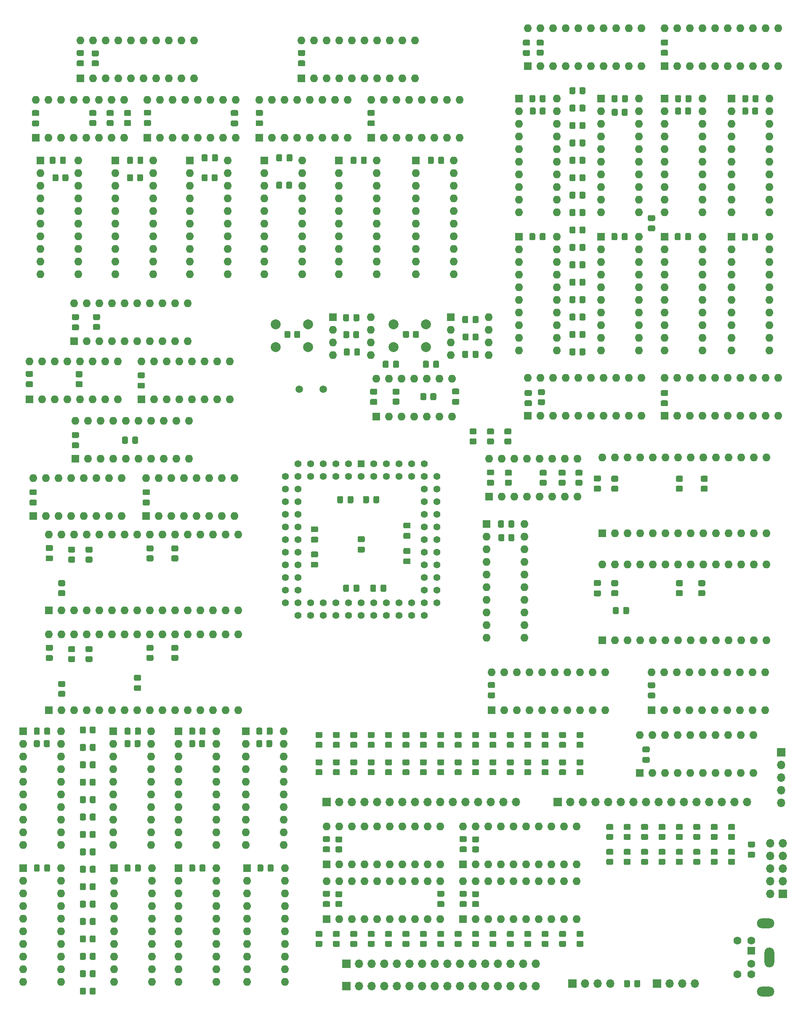
<source format=gbr>
%TF.GenerationSoftware,KiCad,Pcbnew,(5.1.10)-1*%
%TF.CreationDate,2022-03-07T13:42:18+08:00*%
%TF.ProjectId,MAX7000CPU-Gen2_5,4d415837-3030-4304-9350-552d47656e32,rev?*%
%TF.SameCoordinates,Original*%
%TF.FileFunction,Soldermask,Bot*%
%TF.FilePolarity,Negative*%
%FSLAX46Y46*%
G04 Gerber Fmt 4.6, Leading zero omitted, Abs format (unit mm)*
G04 Created by KiCad (PCBNEW (5.1.10)-1) date 2022-03-07 13:42:18*
%MOMM*%
%LPD*%
G01*
G04 APERTURE LIST*
%ADD10O,1.700000X1.700000*%
%ADD11R,1.700000X1.700000*%
%ADD12C,1.500000*%
%ADD13O,1.600000X1.600000*%
%ADD14R,1.600000X1.600000*%
%ADD15C,1.422400*%
%ADD16R,1.422400X1.422400*%
%ADD17C,2.000000*%
%ADD18O,2.000000X4.000000*%
%ADD19C,1.600000*%
%ADD20O,3.500000X2.000000*%
G04 APERTURE END LIST*
%TO.C,R21*%
G36*
G01*
X-84049999Y-85100000D02*
X-84950001Y-85100000D01*
G75*
G02*
X-85200000Y-84850001I0J249999D01*
G01*
X-85200000Y-84149999D01*
G75*
G02*
X-84950001Y-83900000I249999J0D01*
G01*
X-84049999Y-83900000D01*
G75*
G02*
X-83800000Y-84149999I0J-249999D01*
G01*
X-83800000Y-84850001D01*
G75*
G02*
X-84049999Y-85100000I-249999J0D01*
G01*
G37*
G36*
G01*
X-84049999Y-87100000D02*
X-84950001Y-87100000D01*
G75*
G02*
X-85200000Y-86850001I0J249999D01*
G01*
X-85200000Y-86149999D01*
G75*
G02*
X-84950001Y-85900000I249999J0D01*
G01*
X-84049999Y-85900000D01*
G75*
G02*
X-83800000Y-86149999I0J-249999D01*
G01*
X-83800000Y-86850001D01*
G75*
G02*
X-84049999Y-87100000I-249999J0D01*
G01*
G37*
%TD*%
%TO.C,R20*%
G36*
G01*
X-80549999Y-85100000D02*
X-81450001Y-85100000D01*
G75*
G02*
X-81700000Y-84850001I0J249999D01*
G01*
X-81700000Y-84149999D01*
G75*
G02*
X-81450001Y-83900000I249999J0D01*
G01*
X-80549999Y-83900000D01*
G75*
G02*
X-80300000Y-84149999I0J-249999D01*
G01*
X-80300000Y-84850001D01*
G75*
G02*
X-80549999Y-85100000I-249999J0D01*
G01*
G37*
G36*
G01*
X-80549999Y-87100000D02*
X-81450001Y-87100000D01*
G75*
G02*
X-81700000Y-86850001I0J249999D01*
G01*
X-81700000Y-86149999D01*
G75*
G02*
X-81450001Y-85900000I249999J0D01*
G01*
X-80549999Y-85900000D01*
G75*
G02*
X-80300000Y-86149999I0J-249999D01*
G01*
X-80300000Y-86850001D01*
G75*
G02*
X-80549999Y-87100000I-249999J0D01*
G01*
G37*
%TD*%
%TO.C,R19*%
G36*
G01*
X-77049999Y-85100000D02*
X-77950001Y-85100000D01*
G75*
G02*
X-78200000Y-84850001I0J249999D01*
G01*
X-78200000Y-84149999D01*
G75*
G02*
X-77950001Y-83900000I249999J0D01*
G01*
X-77049999Y-83900000D01*
G75*
G02*
X-76800000Y-84149999I0J-249999D01*
G01*
X-76800000Y-84850001D01*
G75*
G02*
X-77049999Y-85100000I-249999J0D01*
G01*
G37*
G36*
G01*
X-77049999Y-87100000D02*
X-77950001Y-87100000D01*
G75*
G02*
X-78200000Y-86850001I0J249999D01*
G01*
X-78200000Y-86149999D01*
G75*
G02*
X-77950001Y-85900000I249999J0D01*
G01*
X-77049999Y-85900000D01*
G75*
G02*
X-76800000Y-86149999I0J-249999D01*
G01*
X-76800000Y-86850001D01*
G75*
G02*
X-77049999Y-87100000I-249999J0D01*
G01*
G37*
%TD*%
D10*
%TO.C,J8*%
X-71900000Y-191500000D03*
X-74440000Y-191500000D03*
X-76980000Y-191500000D03*
X-79520000Y-191500000D03*
X-82060000Y-191500000D03*
X-84600000Y-191500000D03*
X-87140000Y-191500000D03*
X-89680000Y-191500000D03*
X-92220000Y-191500000D03*
X-94760000Y-191500000D03*
X-97300000Y-191500000D03*
X-99840000Y-191500000D03*
X-102380000Y-191500000D03*
X-104920000Y-191500000D03*
X-107460000Y-191500000D03*
D11*
X-110000000Y-191500000D03*
%TD*%
D10*
%TO.C,J7*%
X-71900000Y-196000000D03*
X-74440000Y-196000000D03*
X-76980000Y-196000000D03*
X-79520000Y-196000000D03*
X-82060000Y-196000000D03*
X-84600000Y-196000000D03*
X-87140000Y-196000000D03*
X-89680000Y-196000000D03*
X-92220000Y-196000000D03*
X-94760000Y-196000000D03*
X-97300000Y-196000000D03*
X-99840000Y-196000000D03*
X-102380000Y-196000000D03*
X-104920000Y-196000000D03*
X-107460000Y-196000000D03*
D11*
X-110000000Y-196000000D03*
%TD*%
D10*
%TO.C,J6*%
X-39880000Y-195500000D03*
X-42420000Y-195500000D03*
X-44960000Y-195500000D03*
D11*
X-47500000Y-195500000D03*
%TD*%
D10*
%TO.C,J4*%
X-56880000Y-195500000D03*
X-59420000Y-195500000D03*
X-61960000Y-195500000D03*
D11*
X-64500000Y-195500000D03*
%TD*%
D10*
%TO.C,J3*%
X-75900000Y-159000000D03*
X-78440000Y-159000000D03*
X-80980000Y-159000000D03*
X-83520000Y-159000000D03*
X-86060000Y-159000000D03*
X-88600000Y-159000000D03*
X-91140000Y-159000000D03*
X-93680000Y-159000000D03*
X-96220000Y-159000000D03*
X-98760000Y-159000000D03*
X-101300000Y-159000000D03*
X-103840000Y-159000000D03*
X-106380000Y-159000000D03*
X-108920000Y-159000000D03*
X-111460000Y-159000000D03*
D11*
X-114000000Y-159000000D03*
%TD*%
D10*
%TO.C,J2*%
X-29400000Y-159000000D03*
X-31940000Y-159000000D03*
X-34480000Y-159000000D03*
X-37020000Y-159000000D03*
X-39560000Y-159000000D03*
X-42100000Y-159000000D03*
X-44640000Y-159000000D03*
X-47180000Y-159000000D03*
X-49720000Y-159000000D03*
X-52260000Y-159000000D03*
X-54800000Y-159000000D03*
X-57340000Y-159000000D03*
X-59880000Y-159000000D03*
X-62420000Y-159000000D03*
X-64960000Y-159000000D03*
D11*
X-67500000Y-159000000D03*
%TD*%
D12*
%TO.C,Y1*%
X-114620000Y-76000000D03*
X-119500000Y-76000000D03*
%TD*%
D13*
%TO.C,U55*%
X-150250000Y-93880000D03*
X-132470000Y-101500000D03*
X-147710000Y-93880000D03*
X-135010000Y-101500000D03*
X-145170000Y-93880000D03*
X-137550000Y-101500000D03*
X-142630000Y-93880000D03*
X-140090000Y-101500000D03*
X-140090000Y-93880000D03*
X-142630000Y-101500000D03*
X-137550000Y-93880000D03*
X-145170000Y-101500000D03*
X-135010000Y-93880000D03*
X-147710000Y-101500000D03*
X-132470000Y-93880000D03*
D14*
X-150250000Y-101500000D03*
%TD*%
D13*
%TO.C,U54*%
X-164750000Y-58750000D03*
X-141890000Y-66370000D03*
X-162210000Y-58750000D03*
X-144430000Y-66370000D03*
X-159670000Y-58750000D03*
X-146970000Y-66370000D03*
X-157130000Y-58750000D03*
X-149510000Y-66370000D03*
X-154590000Y-58750000D03*
X-152050000Y-66370000D03*
X-152050000Y-58750000D03*
X-154590000Y-66370000D03*
X-149510000Y-58750000D03*
X-157130000Y-66370000D03*
X-146970000Y-58750000D03*
X-159670000Y-66370000D03*
X-144430000Y-58750000D03*
X-162210000Y-66370000D03*
X-141890000Y-58750000D03*
D14*
X-164750000Y-66370000D03*
%TD*%
D13*
%TO.C,U53*%
X-173000000Y-93880000D03*
X-155220000Y-101500000D03*
X-170460000Y-93880000D03*
X-157760000Y-101500000D03*
X-167920000Y-93880000D03*
X-160300000Y-101500000D03*
X-165380000Y-93880000D03*
X-162840000Y-101500000D03*
X-162840000Y-93880000D03*
X-165380000Y-101500000D03*
X-160300000Y-93880000D03*
X-167920000Y-101500000D03*
X-157760000Y-93880000D03*
X-170460000Y-101500000D03*
X-155220000Y-93880000D03*
D14*
X-173000000Y-101500000D03*
%TD*%
D13*
%TO.C,U52*%
X-151250000Y-70380000D03*
X-133470000Y-78000000D03*
X-148710000Y-70380000D03*
X-136010000Y-78000000D03*
X-146170000Y-70380000D03*
X-138550000Y-78000000D03*
X-143630000Y-70380000D03*
X-141090000Y-78000000D03*
X-141090000Y-70380000D03*
X-143630000Y-78000000D03*
X-138550000Y-70380000D03*
X-146170000Y-78000000D03*
X-136010000Y-70380000D03*
X-148710000Y-78000000D03*
X-133470000Y-70380000D03*
D14*
X-151250000Y-78000000D03*
%TD*%
D13*
%TO.C,U51*%
X-164500000Y-82380000D03*
X-141640000Y-90000000D03*
X-161960000Y-82380000D03*
X-144180000Y-90000000D03*
X-159420000Y-82380000D03*
X-146720000Y-90000000D03*
X-156880000Y-82380000D03*
X-149260000Y-90000000D03*
X-154340000Y-82380000D03*
X-151800000Y-90000000D03*
X-151800000Y-82380000D03*
X-154340000Y-90000000D03*
X-149260000Y-82380000D03*
X-156880000Y-90000000D03*
X-146720000Y-82380000D03*
X-159420000Y-90000000D03*
X-144180000Y-82380000D03*
X-161960000Y-90000000D03*
X-141640000Y-82380000D03*
D14*
X-164500000Y-90000000D03*
%TD*%
D13*
%TO.C,U50*%
X-173750000Y-70380000D03*
X-155970000Y-78000000D03*
X-171210000Y-70380000D03*
X-158510000Y-78000000D03*
X-168670000Y-70380000D03*
X-161050000Y-78000000D03*
X-166130000Y-70380000D03*
X-163590000Y-78000000D03*
X-163590000Y-70380000D03*
X-166130000Y-78000000D03*
X-161050000Y-70380000D03*
X-168670000Y-78000000D03*
X-158510000Y-70380000D03*
X-171210000Y-78000000D03*
X-155970000Y-70380000D03*
D14*
X-173750000Y-78000000D03*
%TD*%
D13*
%TO.C,U49*%
X-48600000Y-132880000D03*
X-25740000Y-140500000D03*
X-46060000Y-132880000D03*
X-28280000Y-140500000D03*
X-43520000Y-132880000D03*
X-30820000Y-140500000D03*
X-40980000Y-132880000D03*
X-33360000Y-140500000D03*
X-38440000Y-132880000D03*
X-35900000Y-140500000D03*
X-35900000Y-132880000D03*
X-38440000Y-140500000D03*
X-33360000Y-132880000D03*
X-40980000Y-140500000D03*
X-30820000Y-132880000D03*
X-43520000Y-140500000D03*
X-28280000Y-132880000D03*
X-46060000Y-140500000D03*
X-25740000Y-132880000D03*
D14*
X-48600000Y-140500000D03*
%TD*%
D13*
%TO.C,U48*%
X-80800000Y-132880000D03*
X-57940000Y-140500000D03*
X-78260000Y-132880000D03*
X-60480000Y-140500000D03*
X-75720000Y-132880000D03*
X-63020000Y-140500000D03*
X-73180000Y-132880000D03*
X-65560000Y-140500000D03*
X-70640000Y-132880000D03*
X-68100000Y-140500000D03*
X-68100000Y-132880000D03*
X-70640000Y-140500000D03*
X-65560000Y-132880000D03*
X-73180000Y-140500000D03*
X-63020000Y-132880000D03*
X-75720000Y-140500000D03*
X-60480000Y-132880000D03*
X-78260000Y-140500000D03*
X-57940000Y-132880000D03*
D14*
X-80800000Y-140500000D03*
%TD*%
D13*
%TO.C,U47*%
X-58500000Y-89760000D03*
X-25480000Y-105000000D03*
X-55960000Y-89760000D03*
X-28020000Y-105000000D03*
X-53420000Y-89760000D03*
X-30560000Y-105000000D03*
X-50880000Y-89760000D03*
X-33100000Y-105000000D03*
X-48340000Y-89760000D03*
X-35640000Y-105000000D03*
X-45800000Y-89760000D03*
X-38180000Y-105000000D03*
X-43260000Y-89760000D03*
X-40720000Y-105000000D03*
X-40720000Y-89760000D03*
X-43260000Y-105000000D03*
X-38180000Y-89760000D03*
X-45800000Y-105000000D03*
X-35640000Y-89760000D03*
X-48340000Y-105000000D03*
X-33100000Y-89760000D03*
X-50880000Y-105000000D03*
X-30560000Y-89760000D03*
X-53420000Y-105000000D03*
X-28020000Y-89760000D03*
X-55960000Y-105000000D03*
X-25480000Y-89760000D03*
D14*
X-58500000Y-105000000D03*
%TD*%
D13*
%TO.C,U46*%
X-58500000Y-111260000D03*
X-25480000Y-126500000D03*
X-55960000Y-111260000D03*
X-28020000Y-126500000D03*
X-53420000Y-111260000D03*
X-30560000Y-126500000D03*
X-50880000Y-111260000D03*
X-33100000Y-126500000D03*
X-48340000Y-111260000D03*
X-35640000Y-126500000D03*
X-45800000Y-111260000D03*
X-38180000Y-126500000D03*
X-43260000Y-111260000D03*
X-40720000Y-126500000D03*
X-40720000Y-111260000D03*
X-43260000Y-126500000D03*
X-38180000Y-111260000D03*
X-45800000Y-126500000D03*
X-35640000Y-111260000D03*
X-48340000Y-126500000D03*
X-33100000Y-111260000D03*
X-50880000Y-126500000D03*
X-30560000Y-111260000D03*
X-53420000Y-126500000D03*
X-28020000Y-111260000D03*
X-55960000Y-126500000D03*
X-25480000Y-111260000D03*
D14*
X-58500000Y-126500000D03*
%TD*%
D15*
%TO.C,U45*%
X-91760000Y-96080000D03*
X-91760000Y-98620000D03*
X-91760000Y-101160000D03*
X-91760000Y-103700000D03*
X-91760000Y-106240000D03*
X-91760000Y-108780000D03*
X-91760000Y-111320000D03*
X-91760000Y-113860000D03*
X-91760000Y-116400000D03*
X-91760000Y-118940000D03*
X-94300000Y-96080000D03*
X-94300000Y-98620000D03*
X-94300000Y-101160000D03*
X-94300000Y-103700000D03*
X-94300000Y-106240000D03*
X-94300000Y-108780000D03*
X-94300000Y-111320000D03*
X-94300000Y-113860000D03*
X-94300000Y-116400000D03*
X-94300000Y-118940000D03*
X-94300000Y-121480000D03*
X-96840000Y-121480000D03*
X-99380000Y-121480000D03*
X-101920000Y-121480000D03*
X-104460000Y-121480000D03*
X-107000000Y-121480000D03*
X-109540000Y-121480000D03*
X-112080000Y-121480000D03*
X-114620000Y-121480000D03*
X-117160000Y-121480000D03*
X-119700000Y-121480000D03*
X-96840000Y-118940000D03*
X-99380000Y-118940000D03*
X-101920000Y-118940000D03*
X-104460000Y-118940000D03*
X-107000000Y-118940000D03*
X-109540000Y-118940000D03*
X-112080000Y-118940000D03*
X-114620000Y-118940000D03*
X-117160000Y-118940000D03*
X-119700000Y-118940000D03*
X-122240000Y-118940000D03*
X-122240000Y-116400000D03*
X-122240000Y-113860000D03*
X-122240000Y-111320000D03*
X-122240000Y-108780000D03*
X-122240000Y-106240000D03*
X-122240000Y-103700000D03*
X-122240000Y-101160000D03*
X-122240000Y-98620000D03*
X-122240000Y-96080000D03*
X-122240000Y-93540000D03*
X-119700000Y-116400000D03*
X-119700000Y-113860000D03*
X-119700000Y-111320000D03*
X-119700000Y-108780000D03*
X-119700000Y-106240000D03*
X-119700000Y-103700000D03*
X-119700000Y-101160000D03*
X-119700000Y-98620000D03*
X-119700000Y-96080000D03*
X-119700000Y-93540000D03*
X-94300000Y-91000000D03*
X-96840000Y-91000000D03*
X-99380000Y-91000000D03*
X-101920000Y-91000000D03*
X-104460000Y-91000000D03*
X-119700000Y-91000000D03*
X-117160000Y-91000000D03*
X-114620000Y-91000000D03*
X-112080000Y-91000000D03*
X-109540000Y-91000000D03*
D16*
X-107000000Y-91000000D03*
D15*
X-91760000Y-93540000D03*
X-94300000Y-93540000D03*
X-96840000Y-93540000D03*
X-99380000Y-93540000D03*
X-101920000Y-93540000D03*
X-104460000Y-93540000D03*
X-117160000Y-93540000D03*
X-114620000Y-93540000D03*
X-112080000Y-93540000D03*
X-109540000Y-93540000D03*
X-107000000Y-93540000D03*
%TD*%
D13*
%TO.C,U44*%
X-38380000Y-45350000D03*
X-46000000Y-68210000D03*
X-38380000Y-47890000D03*
X-46000000Y-65670000D03*
X-38380000Y-50430000D03*
X-46000000Y-63130000D03*
X-38380000Y-52970000D03*
X-46000000Y-60590000D03*
X-38380000Y-55510000D03*
X-46000000Y-58050000D03*
X-38380000Y-58050000D03*
X-46000000Y-55510000D03*
X-38380000Y-60590000D03*
X-46000000Y-52970000D03*
X-38380000Y-63130000D03*
X-46000000Y-50430000D03*
X-38380000Y-65670000D03*
X-46000000Y-47890000D03*
X-38380000Y-68210000D03*
D14*
X-46000000Y-45350000D03*
%TD*%
D13*
%TO.C,U43*%
X-38380000Y-17600000D03*
X-46000000Y-40460000D03*
X-38380000Y-20140000D03*
X-46000000Y-37920000D03*
X-38380000Y-22680000D03*
X-46000000Y-35380000D03*
X-38380000Y-25220000D03*
X-46000000Y-32840000D03*
X-38380000Y-27760000D03*
X-46000000Y-30300000D03*
X-38380000Y-30300000D03*
X-46000000Y-27760000D03*
X-38380000Y-32840000D03*
X-46000000Y-25220000D03*
X-38380000Y-35380000D03*
X-46000000Y-22680000D03*
X-38380000Y-37920000D03*
X-46000000Y-20140000D03*
X-38380000Y-40460000D03*
D14*
X-46000000Y-17600000D03*
%TD*%
D13*
%TO.C,U42*%
X-51130000Y-45350000D03*
X-58750000Y-68210000D03*
X-51130000Y-47890000D03*
X-58750000Y-65670000D03*
X-51130000Y-50430000D03*
X-58750000Y-63130000D03*
X-51130000Y-52970000D03*
X-58750000Y-60590000D03*
X-51130000Y-55510000D03*
X-58750000Y-58050000D03*
X-51130000Y-58050000D03*
X-58750000Y-55510000D03*
X-51130000Y-60590000D03*
X-58750000Y-52970000D03*
X-51130000Y-63130000D03*
X-58750000Y-50430000D03*
X-51130000Y-65670000D03*
X-58750000Y-47890000D03*
X-51130000Y-68210000D03*
D14*
X-58750000Y-45350000D03*
%TD*%
D13*
%TO.C,U41*%
X-51130000Y-17600000D03*
X-58750000Y-40460000D03*
X-51130000Y-20140000D03*
X-58750000Y-37920000D03*
X-51130000Y-22680000D03*
X-58750000Y-35380000D03*
X-51130000Y-25220000D03*
X-58750000Y-32840000D03*
X-51130000Y-27760000D03*
X-58750000Y-30300000D03*
X-51130000Y-30300000D03*
X-58750000Y-27760000D03*
X-51130000Y-32840000D03*
X-58750000Y-25220000D03*
X-51130000Y-35380000D03*
X-58750000Y-22680000D03*
X-51130000Y-37920000D03*
X-58750000Y-20140000D03*
X-51130000Y-40460000D03*
D14*
X-58750000Y-17600000D03*
%TD*%
D13*
%TO.C,U40*%
X-74180000Y-103100000D03*
X-81800000Y-125960000D03*
X-74180000Y-105640000D03*
X-81800000Y-123420000D03*
X-74180000Y-108180000D03*
X-81800000Y-120880000D03*
X-74180000Y-110720000D03*
X-81800000Y-118340000D03*
X-74180000Y-113260000D03*
X-81800000Y-115800000D03*
X-74180000Y-115800000D03*
X-81800000Y-113260000D03*
X-74180000Y-118340000D03*
X-81800000Y-110720000D03*
X-74180000Y-120880000D03*
X-81800000Y-108180000D03*
X-74180000Y-123420000D03*
X-81800000Y-105640000D03*
X-74180000Y-125960000D03*
D14*
X-81800000Y-103100000D03*
%TD*%
D13*
%TO.C,U39*%
X-46000000Y-3480000D03*
X-23140000Y-11100000D03*
X-43460000Y-3480000D03*
X-25680000Y-11100000D03*
X-40920000Y-3480000D03*
X-28220000Y-11100000D03*
X-38380000Y-3480000D03*
X-30760000Y-11100000D03*
X-35840000Y-3480000D03*
X-33300000Y-11100000D03*
X-33300000Y-3480000D03*
X-35840000Y-11100000D03*
X-30760000Y-3480000D03*
X-38380000Y-11100000D03*
X-28220000Y-3480000D03*
X-40920000Y-11100000D03*
X-25680000Y-3480000D03*
X-43460000Y-11100000D03*
X-23140000Y-3480000D03*
D14*
X-46000000Y-11100000D03*
%TD*%
D13*
%TO.C,U38*%
X-46000000Y-73730000D03*
X-23140000Y-81350000D03*
X-43460000Y-73730000D03*
X-25680000Y-81350000D03*
X-40920000Y-73730000D03*
X-28220000Y-81350000D03*
X-38380000Y-73730000D03*
X-30760000Y-81350000D03*
X-35840000Y-73730000D03*
X-33300000Y-81350000D03*
X-33300000Y-73730000D03*
X-35840000Y-81350000D03*
X-30760000Y-73730000D03*
X-38380000Y-81350000D03*
X-28220000Y-73730000D03*
X-40920000Y-81350000D03*
X-25680000Y-73730000D03*
X-43460000Y-81350000D03*
X-23140000Y-73730000D03*
D14*
X-46000000Y-81350000D03*
%TD*%
D13*
%TO.C,U37*%
X-67630000Y-45350000D03*
X-75250000Y-68210000D03*
X-67630000Y-47890000D03*
X-75250000Y-65670000D03*
X-67630000Y-50430000D03*
X-75250000Y-63130000D03*
X-67630000Y-52970000D03*
X-75250000Y-60590000D03*
X-67630000Y-55510000D03*
X-75250000Y-58050000D03*
X-67630000Y-58050000D03*
X-75250000Y-55510000D03*
X-67630000Y-60590000D03*
X-75250000Y-52970000D03*
X-67630000Y-63130000D03*
X-75250000Y-50430000D03*
X-67630000Y-65670000D03*
X-75250000Y-47890000D03*
X-67630000Y-68210000D03*
D14*
X-75250000Y-45350000D03*
%TD*%
D13*
%TO.C,U36*%
X-51000000Y-145500000D03*
X-28140000Y-153120000D03*
X-48460000Y-145500000D03*
X-30680000Y-153120000D03*
X-45920000Y-145500000D03*
X-33220000Y-153120000D03*
X-43380000Y-145500000D03*
X-35760000Y-153120000D03*
X-40840000Y-145500000D03*
X-38300000Y-153120000D03*
X-38300000Y-145500000D03*
X-40840000Y-153120000D03*
X-35760000Y-145500000D03*
X-43380000Y-153120000D03*
X-33220000Y-145500000D03*
X-45920000Y-153120000D03*
X-30680000Y-145500000D03*
X-48460000Y-153120000D03*
X-28140000Y-145500000D03*
D14*
X-51000000Y-153120000D03*
%TD*%
D13*
%TO.C,U35*%
X-73500000Y-3480000D03*
X-50640000Y-11100000D03*
X-70960000Y-3480000D03*
X-53180000Y-11100000D03*
X-68420000Y-3480000D03*
X-55720000Y-11100000D03*
X-65880000Y-3480000D03*
X-58260000Y-11100000D03*
X-63340000Y-3480000D03*
X-60800000Y-11100000D03*
X-60800000Y-3480000D03*
X-63340000Y-11100000D03*
X-58260000Y-3480000D03*
X-65880000Y-11100000D03*
X-55720000Y-3480000D03*
X-68420000Y-11100000D03*
X-53180000Y-3480000D03*
X-70960000Y-11100000D03*
X-50640000Y-3480000D03*
D14*
X-73500000Y-11100000D03*
%TD*%
D13*
%TO.C,U34*%
X-73500000Y-73730000D03*
X-50640000Y-81350000D03*
X-70960000Y-73730000D03*
X-53180000Y-81350000D03*
X-68420000Y-73730000D03*
X-55720000Y-81350000D03*
X-65880000Y-73730000D03*
X-58260000Y-81350000D03*
X-63340000Y-73730000D03*
X-60800000Y-81350000D03*
X-60800000Y-73730000D03*
X-63340000Y-81350000D03*
X-58260000Y-73730000D03*
X-65880000Y-81350000D03*
X-55720000Y-73730000D03*
X-68420000Y-81350000D03*
X-53180000Y-73730000D03*
X-70960000Y-81350000D03*
X-50640000Y-73730000D03*
D14*
X-73500000Y-81350000D03*
%TD*%
D13*
%TO.C,U33*%
X-67630000Y-17600000D03*
X-75250000Y-40460000D03*
X-67630000Y-20140000D03*
X-75250000Y-37920000D03*
X-67630000Y-22680000D03*
X-75250000Y-35380000D03*
X-67630000Y-25220000D03*
X-75250000Y-32840000D03*
X-67630000Y-27760000D03*
X-75250000Y-30300000D03*
X-67630000Y-30300000D03*
X-75250000Y-27760000D03*
X-67630000Y-32840000D03*
X-75250000Y-25220000D03*
X-67630000Y-35380000D03*
X-75250000Y-22680000D03*
X-67630000Y-37920000D03*
X-75250000Y-20140000D03*
X-67630000Y-40460000D03*
D14*
X-75250000Y-17600000D03*
%TD*%
D13*
%TO.C,U32*%
X-24880000Y-45350000D03*
X-32500000Y-68210000D03*
X-24880000Y-47890000D03*
X-32500000Y-65670000D03*
X-24880000Y-50430000D03*
X-32500000Y-63130000D03*
X-24880000Y-52970000D03*
X-32500000Y-60590000D03*
X-24880000Y-55510000D03*
X-32500000Y-58050000D03*
X-24880000Y-58050000D03*
X-32500000Y-55510000D03*
X-24880000Y-60590000D03*
X-32500000Y-52970000D03*
X-24880000Y-63130000D03*
X-32500000Y-50430000D03*
X-24880000Y-65670000D03*
X-32500000Y-47890000D03*
X-24880000Y-68210000D03*
D14*
X-32500000Y-45350000D03*
%TD*%
D13*
%TO.C,U31*%
X-24880000Y-17600000D03*
X-32500000Y-40460000D03*
X-24880000Y-20140000D03*
X-32500000Y-37920000D03*
X-24880000Y-22680000D03*
X-32500000Y-35380000D03*
X-24880000Y-25220000D03*
X-32500000Y-32840000D03*
X-24880000Y-27760000D03*
X-32500000Y-30300000D03*
X-24880000Y-30300000D03*
X-32500000Y-27760000D03*
X-24880000Y-32840000D03*
X-32500000Y-25220000D03*
X-24880000Y-35380000D03*
X-32500000Y-22680000D03*
X-24880000Y-37920000D03*
X-32500000Y-20140000D03*
X-24880000Y-40460000D03*
D14*
X-32500000Y-17600000D03*
%TD*%
D13*
%TO.C,U30*%
X-136130000Y-172250000D03*
X-143750000Y-195110000D03*
X-136130000Y-174790000D03*
X-143750000Y-192570000D03*
X-136130000Y-177330000D03*
X-143750000Y-190030000D03*
X-136130000Y-179870000D03*
X-143750000Y-187490000D03*
X-136130000Y-182410000D03*
X-143750000Y-184950000D03*
X-136130000Y-184950000D03*
X-143750000Y-182410000D03*
X-136130000Y-187490000D03*
X-143750000Y-179870000D03*
X-136130000Y-190030000D03*
X-143750000Y-177330000D03*
X-136130000Y-192570000D03*
X-143750000Y-174790000D03*
X-136130000Y-195110000D03*
D14*
X-143750000Y-172250000D03*
%TD*%
D13*
%TO.C,U29*%
X-149130000Y-172250000D03*
X-156750000Y-195110000D03*
X-149130000Y-174790000D03*
X-156750000Y-192570000D03*
X-149130000Y-177330000D03*
X-156750000Y-190030000D03*
X-149130000Y-179870000D03*
X-156750000Y-187490000D03*
X-149130000Y-182410000D03*
X-156750000Y-184950000D03*
X-149130000Y-184950000D03*
X-156750000Y-182410000D03*
X-149130000Y-187490000D03*
X-156750000Y-179870000D03*
X-149130000Y-190030000D03*
X-156750000Y-177330000D03*
X-149130000Y-192570000D03*
X-156750000Y-174790000D03*
X-149130000Y-195110000D03*
D14*
X-156750000Y-172250000D03*
%TD*%
D13*
%TO.C,U28*%
X-122380000Y-172250000D03*
X-130000000Y-195110000D03*
X-122380000Y-174790000D03*
X-130000000Y-192570000D03*
X-122380000Y-177330000D03*
X-130000000Y-190030000D03*
X-122380000Y-179870000D03*
X-130000000Y-187490000D03*
X-122380000Y-182410000D03*
X-130000000Y-184950000D03*
X-122380000Y-184950000D03*
X-130000000Y-182410000D03*
X-122380000Y-187490000D03*
X-130000000Y-179870000D03*
X-122380000Y-190030000D03*
X-130000000Y-177330000D03*
X-122380000Y-192570000D03*
X-130000000Y-174790000D03*
X-122380000Y-195110000D03*
D14*
X-130000000Y-172250000D03*
%TD*%
D13*
%TO.C,U27*%
X-167380000Y-172250000D03*
X-175000000Y-195110000D03*
X-167380000Y-174790000D03*
X-175000000Y-192570000D03*
X-167380000Y-177330000D03*
X-175000000Y-190030000D03*
X-167380000Y-179870000D03*
X-175000000Y-187490000D03*
X-167380000Y-182410000D03*
X-175000000Y-184950000D03*
X-167380000Y-184950000D03*
X-175000000Y-182410000D03*
X-167380000Y-187490000D03*
X-175000000Y-179870000D03*
X-167380000Y-190030000D03*
X-175000000Y-177330000D03*
X-167380000Y-192570000D03*
X-175000000Y-174790000D03*
X-167380000Y-195110000D03*
D14*
X-175000000Y-172250000D03*
%TD*%
D13*
%TO.C,U26*%
X-169830000Y-125260000D03*
X-131730000Y-140500000D03*
X-167290000Y-125260000D03*
X-134270000Y-140500000D03*
X-164750000Y-125260000D03*
X-136810000Y-140500000D03*
X-162210000Y-125260000D03*
X-139350000Y-140500000D03*
X-159670000Y-125260000D03*
X-141890000Y-140500000D03*
X-157130000Y-125260000D03*
X-144430000Y-140500000D03*
X-154590000Y-125260000D03*
X-146970000Y-140500000D03*
X-152050000Y-125260000D03*
X-149510000Y-140500000D03*
X-149510000Y-125260000D03*
X-152050000Y-140500000D03*
X-146970000Y-125260000D03*
X-154590000Y-140500000D03*
X-144430000Y-125260000D03*
X-157130000Y-140500000D03*
X-141890000Y-125260000D03*
X-159670000Y-140500000D03*
X-139350000Y-125260000D03*
X-162210000Y-140500000D03*
X-136810000Y-125260000D03*
X-164750000Y-140500000D03*
X-134270000Y-125260000D03*
X-167290000Y-140500000D03*
X-131730000Y-125260000D03*
D14*
X-169830000Y-140500000D03*
%TD*%
D13*
%TO.C,U25*%
X-167380000Y-144750000D03*
X-175000000Y-167610000D03*
X-167380000Y-147290000D03*
X-175000000Y-165070000D03*
X-167380000Y-149830000D03*
X-175000000Y-162530000D03*
X-167380000Y-152370000D03*
X-175000000Y-159990000D03*
X-167380000Y-154910000D03*
X-175000000Y-157450000D03*
X-167380000Y-157450000D03*
X-175000000Y-154910000D03*
X-167380000Y-159990000D03*
X-175000000Y-152370000D03*
X-167380000Y-162530000D03*
X-175000000Y-149830000D03*
X-167380000Y-165070000D03*
X-175000000Y-147290000D03*
X-167380000Y-167610000D03*
D14*
X-175000000Y-144750000D03*
%TD*%
D13*
%TO.C,U24*%
X-136130000Y-144750000D03*
X-143750000Y-167610000D03*
X-136130000Y-147290000D03*
X-143750000Y-165070000D03*
X-136130000Y-149830000D03*
X-143750000Y-162530000D03*
X-136130000Y-152370000D03*
X-143750000Y-159990000D03*
X-136130000Y-154910000D03*
X-143750000Y-157450000D03*
X-136130000Y-157450000D03*
X-143750000Y-154910000D03*
X-136130000Y-159990000D03*
X-143750000Y-152370000D03*
X-136130000Y-162530000D03*
X-143750000Y-149830000D03*
X-136130000Y-165070000D03*
X-143750000Y-147290000D03*
X-136130000Y-167610000D03*
D14*
X-143750000Y-144750000D03*
%TD*%
D13*
%TO.C,U23*%
X-149230000Y-144750000D03*
X-156850000Y-167610000D03*
X-149230000Y-147290000D03*
X-156850000Y-165070000D03*
X-149230000Y-149830000D03*
X-156850000Y-162530000D03*
X-149230000Y-152370000D03*
X-156850000Y-159990000D03*
X-149230000Y-154910000D03*
X-156850000Y-157450000D03*
X-149230000Y-157450000D03*
X-156850000Y-154910000D03*
X-149230000Y-159990000D03*
X-156850000Y-152370000D03*
X-149230000Y-162530000D03*
X-156850000Y-149830000D03*
X-149230000Y-165070000D03*
X-156850000Y-147290000D03*
X-149230000Y-167610000D03*
D14*
X-156850000Y-144750000D03*
%TD*%
D13*
%TO.C,U22*%
X-122630000Y-144750000D03*
X-130250000Y-167610000D03*
X-122630000Y-147290000D03*
X-130250000Y-165070000D03*
X-122630000Y-149830000D03*
X-130250000Y-162530000D03*
X-122630000Y-152370000D03*
X-130250000Y-159990000D03*
X-122630000Y-154910000D03*
X-130250000Y-157450000D03*
X-122630000Y-157450000D03*
X-130250000Y-154910000D03*
X-122630000Y-159990000D03*
X-130250000Y-152370000D03*
X-122630000Y-162530000D03*
X-130250000Y-149830000D03*
X-122630000Y-165070000D03*
X-130250000Y-147290000D03*
X-122630000Y-167610000D03*
D14*
X-130250000Y-144750000D03*
%TD*%
D13*
%TO.C,U21*%
X-169830000Y-105260000D03*
X-131730000Y-120500000D03*
X-167290000Y-105260000D03*
X-134270000Y-120500000D03*
X-164750000Y-105260000D03*
X-136810000Y-120500000D03*
X-162210000Y-105260000D03*
X-139350000Y-120500000D03*
X-159670000Y-105260000D03*
X-141890000Y-120500000D03*
X-157130000Y-105260000D03*
X-144430000Y-120500000D03*
X-154590000Y-105260000D03*
X-146970000Y-120500000D03*
X-152050000Y-105260000D03*
X-149510000Y-120500000D03*
X-149510000Y-105260000D03*
X-152050000Y-120500000D03*
X-146970000Y-105260000D03*
X-154590000Y-120500000D03*
X-144430000Y-105260000D03*
X-157130000Y-120500000D03*
X-141890000Y-105260000D03*
X-159670000Y-120500000D03*
X-139350000Y-105260000D03*
X-162210000Y-120500000D03*
X-136810000Y-105260000D03*
X-164750000Y-120500000D03*
X-134270000Y-105260000D03*
X-167290000Y-120500000D03*
X-131730000Y-105260000D03*
D14*
X-169830000Y-120500000D03*
%TD*%
D13*
%TO.C,U20*%
X-86500000Y-174880000D03*
X-63640000Y-182500000D03*
X-83960000Y-174880000D03*
X-66180000Y-182500000D03*
X-81420000Y-174880000D03*
X-68720000Y-182500000D03*
X-78880000Y-174880000D03*
X-71260000Y-182500000D03*
X-76340000Y-174880000D03*
X-73800000Y-182500000D03*
X-73800000Y-174880000D03*
X-76340000Y-182500000D03*
X-71260000Y-174880000D03*
X-78880000Y-182500000D03*
X-68720000Y-174880000D03*
X-81420000Y-182500000D03*
X-66180000Y-174880000D03*
X-83960000Y-182500000D03*
X-63640000Y-174880000D03*
D14*
X-86500000Y-182500000D03*
%TD*%
D13*
%TO.C,U19*%
X-86500000Y-163880000D03*
X-63640000Y-171500000D03*
X-83960000Y-163880000D03*
X-66180000Y-171500000D03*
X-81420000Y-163880000D03*
X-68720000Y-171500000D03*
X-78880000Y-163880000D03*
X-71260000Y-171500000D03*
X-76340000Y-163880000D03*
X-73800000Y-171500000D03*
X-73800000Y-163880000D03*
X-76340000Y-171500000D03*
X-71260000Y-163880000D03*
X-78880000Y-171500000D03*
X-68720000Y-163880000D03*
X-81420000Y-171500000D03*
X-66180000Y-163880000D03*
X-83960000Y-171500000D03*
X-63640000Y-163880000D03*
D14*
X-86500000Y-171500000D03*
%TD*%
D13*
%TO.C,U18*%
X-114000000Y-174880000D03*
X-91140000Y-182500000D03*
X-111460000Y-174880000D03*
X-93680000Y-182500000D03*
X-108920000Y-174880000D03*
X-96220000Y-182500000D03*
X-106380000Y-174880000D03*
X-98760000Y-182500000D03*
X-103840000Y-174880000D03*
X-101300000Y-182500000D03*
X-101300000Y-174880000D03*
X-103840000Y-182500000D03*
X-98760000Y-174880000D03*
X-106380000Y-182500000D03*
X-96220000Y-174880000D03*
X-108920000Y-182500000D03*
X-93680000Y-174880000D03*
X-111460000Y-182500000D03*
X-91140000Y-174880000D03*
D14*
X-114000000Y-182500000D03*
%TD*%
D13*
%TO.C,U17*%
X-114000000Y-163880000D03*
X-91140000Y-171500000D03*
X-111460000Y-163880000D03*
X-93680000Y-171500000D03*
X-108920000Y-163880000D03*
X-96220000Y-171500000D03*
X-106380000Y-163880000D03*
X-98760000Y-171500000D03*
X-103840000Y-163880000D03*
X-101300000Y-171500000D03*
X-101300000Y-163880000D03*
X-103840000Y-171500000D03*
X-98760000Y-163880000D03*
X-106380000Y-171500000D03*
X-96220000Y-163880000D03*
X-108920000Y-171500000D03*
X-93680000Y-163880000D03*
X-111460000Y-171500000D03*
X-91140000Y-163880000D03*
D14*
X-114000000Y-171500000D03*
%TD*%
D13*
%TO.C,U16*%
X-81270000Y-89980000D03*
X-63490000Y-97600000D03*
X-78730000Y-89980000D03*
X-66030000Y-97600000D03*
X-76190000Y-89980000D03*
X-68570000Y-97600000D03*
X-73650000Y-89980000D03*
X-71110000Y-97600000D03*
X-71110000Y-89980000D03*
X-73650000Y-97600000D03*
X-68570000Y-89980000D03*
X-76190000Y-97600000D03*
X-66030000Y-89980000D03*
X-78730000Y-97600000D03*
X-63490000Y-89980000D03*
D14*
X-81270000Y-97600000D03*
%TD*%
D13*
%TO.C,U15*%
X-105000000Y-17880000D03*
X-87220000Y-25500000D03*
X-102460000Y-17880000D03*
X-89760000Y-25500000D03*
X-99920000Y-17880000D03*
X-92300000Y-25500000D03*
X-97380000Y-17880000D03*
X-94840000Y-25500000D03*
X-94840000Y-17880000D03*
X-97380000Y-25500000D03*
X-92300000Y-17880000D03*
X-99920000Y-25500000D03*
X-89760000Y-17880000D03*
X-102460000Y-25500000D03*
X-87220000Y-17880000D03*
D14*
X-105000000Y-25500000D03*
%TD*%
D13*
%TO.C,U14*%
X-119000000Y-5880000D03*
X-96140000Y-13500000D03*
X-116460000Y-5880000D03*
X-98680000Y-13500000D03*
X-113920000Y-5880000D03*
X-101220000Y-13500000D03*
X-111380000Y-5880000D03*
X-103760000Y-13500000D03*
X-108840000Y-5880000D03*
X-106300000Y-13500000D03*
X-106300000Y-5880000D03*
X-108840000Y-13500000D03*
X-103760000Y-5880000D03*
X-111380000Y-13500000D03*
X-101220000Y-5880000D03*
X-113920000Y-13500000D03*
X-98680000Y-5880000D03*
X-116460000Y-13500000D03*
X-96140000Y-5880000D03*
D14*
X-119000000Y-13500000D03*
%TD*%
D13*
%TO.C,U13*%
X-118880000Y-30000000D03*
X-126500000Y-52860000D03*
X-118880000Y-32540000D03*
X-126500000Y-50320000D03*
X-118880000Y-35080000D03*
X-126500000Y-47780000D03*
X-118880000Y-37620000D03*
X-126500000Y-45240000D03*
X-118880000Y-40160000D03*
X-126500000Y-42700000D03*
X-118880000Y-42700000D03*
X-126500000Y-40160000D03*
X-118880000Y-45240000D03*
X-126500000Y-37620000D03*
X-118880000Y-47780000D03*
X-126500000Y-35080000D03*
X-118880000Y-50320000D03*
X-126500000Y-32540000D03*
X-118880000Y-52860000D03*
D14*
X-126500000Y-30000000D03*
%TD*%
D13*
%TO.C,U12*%
X-88380000Y-30000000D03*
X-96000000Y-52860000D03*
X-88380000Y-32540000D03*
X-96000000Y-50320000D03*
X-88380000Y-35080000D03*
X-96000000Y-47780000D03*
X-88380000Y-37620000D03*
X-96000000Y-45240000D03*
X-88380000Y-40160000D03*
X-96000000Y-42700000D03*
X-88380000Y-42700000D03*
X-96000000Y-40160000D03*
X-88380000Y-45240000D03*
X-96000000Y-37620000D03*
X-88380000Y-47780000D03*
X-96000000Y-35080000D03*
X-88380000Y-50320000D03*
X-96000000Y-32540000D03*
X-88380000Y-52860000D03*
D14*
X-96000000Y-30000000D03*
%TD*%
D13*
%TO.C,U11*%
X-103880000Y-30000000D03*
X-111500000Y-52860000D03*
X-103880000Y-32540000D03*
X-111500000Y-50320000D03*
X-103880000Y-35080000D03*
X-111500000Y-47780000D03*
X-103880000Y-37620000D03*
X-111500000Y-45240000D03*
X-103880000Y-40160000D03*
X-111500000Y-42700000D03*
X-103880000Y-42700000D03*
X-111500000Y-40160000D03*
X-103880000Y-45240000D03*
X-111500000Y-37620000D03*
X-103880000Y-47780000D03*
X-111500000Y-35080000D03*
X-103880000Y-50320000D03*
X-111500000Y-32540000D03*
X-103880000Y-52860000D03*
D14*
X-111500000Y-30000000D03*
%TD*%
D13*
%TO.C,U10*%
X-127500000Y-17880000D03*
X-109720000Y-25500000D03*
X-124960000Y-17880000D03*
X-112260000Y-25500000D03*
X-122420000Y-17880000D03*
X-114800000Y-25500000D03*
X-119880000Y-17880000D03*
X-117340000Y-25500000D03*
X-117340000Y-17880000D03*
X-119880000Y-25500000D03*
X-114800000Y-17880000D03*
X-122420000Y-25500000D03*
X-112260000Y-17880000D03*
X-124960000Y-25500000D03*
X-109720000Y-17880000D03*
D14*
X-127500000Y-25500000D03*
%TD*%
D13*
%TO.C,U9*%
X-150000000Y-17880000D03*
X-132220000Y-25500000D03*
X-147460000Y-17880000D03*
X-134760000Y-25500000D03*
X-144920000Y-17880000D03*
X-137300000Y-25500000D03*
X-142380000Y-17880000D03*
X-139840000Y-25500000D03*
X-139840000Y-17880000D03*
X-142380000Y-25500000D03*
X-137300000Y-17880000D03*
X-144920000Y-25500000D03*
X-134760000Y-17880000D03*
X-147460000Y-25500000D03*
X-132220000Y-17880000D03*
D14*
X-150000000Y-25500000D03*
%TD*%
D13*
%TO.C,U8*%
X-163500000Y-5880000D03*
X-140640000Y-13500000D03*
X-160960000Y-5880000D03*
X-143180000Y-13500000D03*
X-158420000Y-5880000D03*
X-145720000Y-13500000D03*
X-155880000Y-5880000D03*
X-148260000Y-13500000D03*
X-153340000Y-5880000D03*
X-150800000Y-13500000D03*
X-150800000Y-5880000D03*
X-153340000Y-13500000D03*
X-148260000Y-5880000D03*
X-155880000Y-13500000D03*
X-145720000Y-5880000D03*
X-158420000Y-13500000D03*
X-143180000Y-5880000D03*
X-160960000Y-13500000D03*
X-140640000Y-5880000D03*
D14*
X-163500000Y-13500000D03*
%TD*%
D13*
%TO.C,U7*%
X-163880000Y-30000000D03*
X-171500000Y-52860000D03*
X-163880000Y-32540000D03*
X-171500000Y-50320000D03*
X-163880000Y-35080000D03*
X-171500000Y-47780000D03*
X-163880000Y-37620000D03*
X-171500000Y-45240000D03*
X-163880000Y-40160000D03*
X-171500000Y-42700000D03*
X-163880000Y-42700000D03*
X-171500000Y-40160000D03*
X-163880000Y-45240000D03*
X-171500000Y-37620000D03*
X-163880000Y-47780000D03*
X-171500000Y-35080000D03*
X-163880000Y-50320000D03*
X-171500000Y-32540000D03*
X-163880000Y-52860000D03*
D14*
X-171500000Y-30000000D03*
%TD*%
D13*
%TO.C,U6*%
X-133880000Y-30000000D03*
X-141500000Y-52860000D03*
X-133880000Y-32540000D03*
X-141500000Y-50320000D03*
X-133880000Y-35080000D03*
X-141500000Y-47780000D03*
X-133880000Y-37620000D03*
X-141500000Y-45240000D03*
X-133880000Y-40160000D03*
X-141500000Y-42700000D03*
X-133880000Y-42700000D03*
X-141500000Y-40160000D03*
X-133880000Y-45240000D03*
X-141500000Y-37620000D03*
X-133880000Y-47780000D03*
X-141500000Y-35080000D03*
X-133880000Y-50320000D03*
X-141500000Y-32540000D03*
X-133880000Y-52860000D03*
D14*
X-141500000Y-30000000D03*
%TD*%
D13*
%TO.C,U5*%
X-148880000Y-30000000D03*
X-156500000Y-52860000D03*
X-148880000Y-32540000D03*
X-156500000Y-50320000D03*
X-148880000Y-35080000D03*
X-156500000Y-47780000D03*
X-148880000Y-37620000D03*
X-156500000Y-45240000D03*
X-148880000Y-40160000D03*
X-156500000Y-42700000D03*
X-148880000Y-42700000D03*
X-156500000Y-40160000D03*
X-148880000Y-45240000D03*
X-156500000Y-37620000D03*
X-148880000Y-47780000D03*
X-156500000Y-35080000D03*
X-148880000Y-50320000D03*
X-156500000Y-32540000D03*
X-148880000Y-52860000D03*
D14*
X-156500000Y-30000000D03*
%TD*%
D13*
%TO.C,U4*%
X-172500000Y-17880000D03*
X-154720000Y-25500000D03*
X-169960000Y-17880000D03*
X-157260000Y-25500000D03*
X-167420000Y-17880000D03*
X-159800000Y-25500000D03*
X-164880000Y-17880000D03*
X-162340000Y-25500000D03*
X-162340000Y-17880000D03*
X-164880000Y-25500000D03*
X-159800000Y-17880000D03*
X-167420000Y-25500000D03*
X-157260000Y-17880000D03*
X-169960000Y-25500000D03*
X-154720000Y-17880000D03*
D14*
X-172500000Y-25500000D03*
%TD*%
D13*
%TO.C,U3*%
X-104000000Y-73880000D03*
X-88760000Y-81500000D03*
X-101460000Y-73880000D03*
X-91300000Y-81500000D03*
X-98920000Y-73880000D03*
X-93840000Y-81500000D03*
X-96380000Y-73880000D03*
X-96380000Y-81500000D03*
X-93840000Y-73880000D03*
X-98920000Y-81500000D03*
X-91300000Y-73880000D03*
X-101460000Y-81500000D03*
X-88760000Y-73880000D03*
D14*
X-104000000Y-81500000D03*
%TD*%
D13*
%TO.C,U2*%
X-81380000Y-61500000D03*
X-89000000Y-69120000D03*
X-81380000Y-64040000D03*
X-89000000Y-66580000D03*
X-81380000Y-66580000D03*
X-89000000Y-64040000D03*
X-81380000Y-69120000D03*
D14*
X-89000000Y-61500000D03*
%TD*%
D13*
%TO.C,U1*%
X-105100000Y-61500000D03*
X-112720000Y-69120000D03*
X-105100000Y-64040000D03*
X-112720000Y-66580000D03*
X-105100000Y-66580000D03*
X-112720000Y-64040000D03*
X-105100000Y-69120000D03*
D14*
X-112720000Y-61500000D03*
%TD*%
D17*
%TO.C,SW2*%
X-94000000Y-63000000D03*
X-94000000Y-67500000D03*
X-100500000Y-63000000D03*
X-100500000Y-67500000D03*
%TD*%
%TO.C,SW1*%
X-117670000Y-63000000D03*
X-117670000Y-67500000D03*
X-124170000Y-63000000D03*
X-124170000Y-67500000D03*
%TD*%
%TO.C,R150*%
G36*
G01*
X-160700001Y-62900000D02*
X-159799999Y-62900000D01*
G75*
G02*
X-159550000Y-63149999I0J-249999D01*
G01*
X-159550000Y-63850001D01*
G75*
G02*
X-159799999Y-64100000I-249999J0D01*
G01*
X-160700001Y-64100000D01*
G75*
G02*
X-160950000Y-63850001I0J249999D01*
G01*
X-160950000Y-63149999D01*
G75*
G02*
X-160700001Y-62900000I249999J0D01*
G01*
G37*
G36*
G01*
X-160700001Y-60900000D02*
X-159799999Y-60900000D01*
G75*
G02*
X-159550000Y-61149999I0J-249999D01*
G01*
X-159550000Y-61850001D01*
G75*
G02*
X-159799999Y-62100000I-249999J0D01*
G01*
X-160700001Y-62100000D01*
G75*
G02*
X-160950000Y-61850001I0J249999D01*
G01*
X-160950000Y-61149999D01*
G75*
G02*
X-160700001Y-60900000I249999J0D01*
G01*
G37*
%TD*%
%TO.C,R149*%
G36*
G01*
X-163299999Y-73600000D02*
X-164200001Y-73600000D01*
G75*
G02*
X-164450000Y-73350001I0J249999D01*
G01*
X-164450000Y-72649999D01*
G75*
G02*
X-164200001Y-72400000I249999J0D01*
G01*
X-163299999Y-72400000D01*
G75*
G02*
X-163050000Y-72649999I0J-249999D01*
G01*
X-163050000Y-73350001D01*
G75*
G02*
X-163299999Y-73600000I-249999J0D01*
G01*
G37*
G36*
G01*
X-163299999Y-75600000D02*
X-164200001Y-75600000D01*
G75*
G02*
X-164450000Y-75350001I0J249999D01*
G01*
X-164450000Y-74649999D01*
G75*
G02*
X-164200001Y-74400000I249999J0D01*
G01*
X-163299999Y-74400000D01*
G75*
G02*
X-163050000Y-74649999I0J-249999D01*
G01*
X-163050000Y-75350001D01*
G75*
G02*
X-163299999Y-75600000I-249999J0D01*
G01*
G37*
%TD*%
%TO.C,R148*%
G36*
G01*
X-56450001Y-95400000D02*
X-55549999Y-95400000D01*
G75*
G02*
X-55300000Y-95649999I0J-249999D01*
G01*
X-55300000Y-96350001D01*
G75*
G02*
X-55549999Y-96600000I-249999J0D01*
G01*
X-56450001Y-96600000D01*
G75*
G02*
X-56700000Y-96350001I0J249999D01*
G01*
X-56700000Y-95649999D01*
G75*
G02*
X-56450001Y-95400000I249999J0D01*
G01*
G37*
G36*
G01*
X-56450001Y-93400000D02*
X-55549999Y-93400000D01*
G75*
G02*
X-55300000Y-93649999I0J-249999D01*
G01*
X-55300000Y-94350001D01*
G75*
G02*
X-55549999Y-94600000I-249999J0D01*
G01*
X-56450001Y-94600000D01*
G75*
G02*
X-56700000Y-94350001I0J249999D01*
G01*
X-56700000Y-93649999D01*
G75*
G02*
X-56450001Y-93400000I249999J0D01*
G01*
G37*
%TD*%
%TO.C,R147*%
G36*
G01*
X-56450001Y-116400000D02*
X-55549999Y-116400000D01*
G75*
G02*
X-55300000Y-116649999I0J-249999D01*
G01*
X-55300000Y-117350001D01*
G75*
G02*
X-55549999Y-117600000I-249999J0D01*
G01*
X-56450001Y-117600000D01*
G75*
G02*
X-56700000Y-117350001I0J249999D01*
G01*
X-56700000Y-116649999D01*
G75*
G02*
X-56450001Y-116400000I249999J0D01*
G01*
G37*
G36*
G01*
X-56450001Y-114400000D02*
X-55549999Y-114400000D01*
G75*
G02*
X-55300000Y-114649999I0J-249999D01*
G01*
X-55300000Y-115350001D01*
G75*
G02*
X-55549999Y-115600000I-249999J0D01*
G01*
X-56450001Y-115600000D01*
G75*
G02*
X-56700000Y-115350001I0J249999D01*
G01*
X-56700000Y-114649999D01*
G75*
G02*
X-56450001Y-114400000I249999J0D01*
G01*
G37*
%TD*%
%TO.C,R146*%
G36*
G01*
X-43450001Y-95400000D02*
X-42549999Y-95400000D01*
G75*
G02*
X-42300000Y-95649999I0J-249999D01*
G01*
X-42300000Y-96350001D01*
G75*
G02*
X-42549999Y-96600000I-249999J0D01*
G01*
X-43450001Y-96600000D01*
G75*
G02*
X-43700000Y-96350001I0J249999D01*
G01*
X-43700000Y-95649999D01*
G75*
G02*
X-43450001Y-95400000I249999J0D01*
G01*
G37*
G36*
G01*
X-43450001Y-93400000D02*
X-42549999Y-93400000D01*
G75*
G02*
X-42300000Y-93649999I0J-249999D01*
G01*
X-42300000Y-94350001D01*
G75*
G02*
X-42549999Y-94600000I-249999J0D01*
G01*
X-43450001Y-94600000D01*
G75*
G02*
X-43700000Y-94350001I0J249999D01*
G01*
X-43700000Y-93649999D01*
G75*
G02*
X-43450001Y-93400000I249999J0D01*
G01*
G37*
%TD*%
%TO.C,R145*%
G36*
G01*
X-43450001Y-116400000D02*
X-42549999Y-116400000D01*
G75*
G02*
X-42300000Y-116649999I0J-249999D01*
G01*
X-42300000Y-117350001D01*
G75*
G02*
X-42549999Y-117600000I-249999J0D01*
G01*
X-43450001Y-117600000D01*
G75*
G02*
X-43700000Y-117350001I0J249999D01*
G01*
X-43700000Y-116649999D01*
G75*
G02*
X-43450001Y-116400000I249999J0D01*
G01*
G37*
G36*
G01*
X-43450001Y-114400000D02*
X-42549999Y-114400000D01*
G75*
G02*
X-42300000Y-114649999I0J-249999D01*
G01*
X-42300000Y-115350001D01*
G75*
G02*
X-42549999Y-115600000I-249999J0D01*
G01*
X-43450001Y-115600000D01*
G75*
G02*
X-43700000Y-115350001I0J249999D01*
G01*
X-43700000Y-114649999D01*
G75*
G02*
X-43450001Y-114400000I249999J0D01*
G01*
G37*
%TD*%
%TO.C,R144*%
G36*
G01*
X-38450001Y-95400000D02*
X-37549999Y-95400000D01*
G75*
G02*
X-37300000Y-95649999I0J-249999D01*
G01*
X-37300000Y-96350001D01*
G75*
G02*
X-37549999Y-96600000I-249999J0D01*
G01*
X-38450001Y-96600000D01*
G75*
G02*
X-38700000Y-96350001I0J249999D01*
G01*
X-38700000Y-95649999D01*
G75*
G02*
X-38450001Y-95400000I249999J0D01*
G01*
G37*
G36*
G01*
X-38450001Y-93400000D02*
X-37549999Y-93400000D01*
G75*
G02*
X-37300000Y-93649999I0J-249999D01*
G01*
X-37300000Y-94350001D01*
G75*
G02*
X-37549999Y-94600000I-249999J0D01*
G01*
X-38450001Y-94600000D01*
G75*
G02*
X-38700000Y-94350001I0J249999D01*
G01*
X-38700000Y-93649999D01*
G75*
G02*
X-38450001Y-93400000I249999J0D01*
G01*
G37*
%TD*%
%TO.C,R143*%
G36*
G01*
X-38950001Y-116400000D02*
X-38049999Y-116400000D01*
G75*
G02*
X-37800000Y-116649999I0J-249999D01*
G01*
X-37800000Y-117350001D01*
G75*
G02*
X-38049999Y-117600000I-249999J0D01*
G01*
X-38950001Y-117600000D01*
G75*
G02*
X-39200000Y-117350001I0J249999D01*
G01*
X-39200000Y-116649999D01*
G75*
G02*
X-38950001Y-116400000I249999J0D01*
G01*
G37*
G36*
G01*
X-38950001Y-114400000D02*
X-38049999Y-114400000D01*
G75*
G02*
X-37800000Y-114649999I0J-249999D01*
G01*
X-37800000Y-115350001D01*
G75*
G02*
X-38049999Y-115600000I-249999J0D01*
G01*
X-38950001Y-115600000D01*
G75*
G02*
X-39200000Y-115350001I0J249999D01*
G01*
X-39200000Y-114649999D01*
G75*
G02*
X-38950001Y-114400000I249999J0D01*
G01*
G37*
%TD*%
%TO.C,R142*%
G36*
G01*
X-32950001Y-165400000D02*
X-32049999Y-165400000D01*
G75*
G02*
X-31800000Y-165649999I0J-249999D01*
G01*
X-31800000Y-166350001D01*
G75*
G02*
X-32049999Y-166600000I-249999J0D01*
G01*
X-32950001Y-166600000D01*
G75*
G02*
X-33200000Y-166350001I0J249999D01*
G01*
X-33200000Y-165649999D01*
G75*
G02*
X-32950001Y-165400000I249999J0D01*
G01*
G37*
G36*
G01*
X-32950001Y-163400000D02*
X-32049999Y-163400000D01*
G75*
G02*
X-31800000Y-163649999I0J-249999D01*
G01*
X-31800000Y-164350001D01*
G75*
G02*
X-32049999Y-164600000I-249999J0D01*
G01*
X-32950001Y-164600000D01*
G75*
G02*
X-33200000Y-164350001I0J249999D01*
G01*
X-33200000Y-163649999D01*
G75*
G02*
X-32950001Y-163400000I249999J0D01*
G01*
G37*
%TD*%
%TO.C,R141*%
G36*
G01*
X-36450001Y-165400000D02*
X-35549999Y-165400000D01*
G75*
G02*
X-35300000Y-165649999I0J-249999D01*
G01*
X-35300000Y-166350001D01*
G75*
G02*
X-35549999Y-166600000I-249999J0D01*
G01*
X-36450001Y-166600000D01*
G75*
G02*
X-36700000Y-166350001I0J249999D01*
G01*
X-36700000Y-165649999D01*
G75*
G02*
X-36450001Y-165400000I249999J0D01*
G01*
G37*
G36*
G01*
X-36450001Y-163400000D02*
X-35549999Y-163400000D01*
G75*
G02*
X-35300000Y-163649999I0J-249999D01*
G01*
X-35300000Y-164350001D01*
G75*
G02*
X-35549999Y-164600000I-249999J0D01*
G01*
X-36450001Y-164600000D01*
G75*
G02*
X-36700000Y-164350001I0J249999D01*
G01*
X-36700000Y-163649999D01*
G75*
G02*
X-36450001Y-163400000I249999J0D01*
G01*
G37*
%TD*%
%TO.C,R140*%
G36*
G01*
X-39950001Y-165400000D02*
X-39049999Y-165400000D01*
G75*
G02*
X-38800000Y-165649999I0J-249999D01*
G01*
X-38800000Y-166350001D01*
G75*
G02*
X-39049999Y-166600000I-249999J0D01*
G01*
X-39950001Y-166600000D01*
G75*
G02*
X-40200000Y-166350001I0J249999D01*
G01*
X-40200000Y-165649999D01*
G75*
G02*
X-39950001Y-165400000I249999J0D01*
G01*
G37*
G36*
G01*
X-39950001Y-163400000D02*
X-39049999Y-163400000D01*
G75*
G02*
X-38800000Y-163649999I0J-249999D01*
G01*
X-38800000Y-164350001D01*
G75*
G02*
X-39049999Y-164600000I-249999J0D01*
G01*
X-39950001Y-164600000D01*
G75*
G02*
X-40200000Y-164350001I0J249999D01*
G01*
X-40200000Y-163649999D01*
G75*
G02*
X-39950001Y-163400000I249999J0D01*
G01*
G37*
%TD*%
%TO.C,R139*%
G36*
G01*
X-43450001Y-165400000D02*
X-42549999Y-165400000D01*
G75*
G02*
X-42300000Y-165649999I0J-249999D01*
G01*
X-42300000Y-166350001D01*
G75*
G02*
X-42549999Y-166600000I-249999J0D01*
G01*
X-43450001Y-166600000D01*
G75*
G02*
X-43700000Y-166350001I0J249999D01*
G01*
X-43700000Y-165649999D01*
G75*
G02*
X-43450001Y-165400000I249999J0D01*
G01*
G37*
G36*
G01*
X-43450001Y-163400000D02*
X-42549999Y-163400000D01*
G75*
G02*
X-42300000Y-163649999I0J-249999D01*
G01*
X-42300000Y-164350001D01*
G75*
G02*
X-42549999Y-164600000I-249999J0D01*
G01*
X-43450001Y-164600000D01*
G75*
G02*
X-43700000Y-164350001I0J249999D01*
G01*
X-43700000Y-163649999D01*
G75*
G02*
X-43450001Y-163400000I249999J0D01*
G01*
G37*
%TD*%
%TO.C,R138*%
G36*
G01*
X-46950001Y-165400000D02*
X-46049999Y-165400000D01*
G75*
G02*
X-45800000Y-165649999I0J-249999D01*
G01*
X-45800000Y-166350001D01*
G75*
G02*
X-46049999Y-166600000I-249999J0D01*
G01*
X-46950001Y-166600000D01*
G75*
G02*
X-47200000Y-166350001I0J249999D01*
G01*
X-47200000Y-165649999D01*
G75*
G02*
X-46950001Y-165400000I249999J0D01*
G01*
G37*
G36*
G01*
X-46950001Y-163400000D02*
X-46049999Y-163400000D01*
G75*
G02*
X-45800000Y-163649999I0J-249999D01*
G01*
X-45800000Y-164350001D01*
G75*
G02*
X-46049999Y-164600000I-249999J0D01*
G01*
X-46950001Y-164600000D01*
G75*
G02*
X-47200000Y-164350001I0J249999D01*
G01*
X-47200000Y-163649999D01*
G75*
G02*
X-46950001Y-163400000I249999J0D01*
G01*
G37*
%TD*%
%TO.C,R137*%
G36*
G01*
X-50450001Y-165400000D02*
X-49549999Y-165400000D01*
G75*
G02*
X-49300000Y-165649999I0J-249999D01*
G01*
X-49300000Y-166350001D01*
G75*
G02*
X-49549999Y-166600000I-249999J0D01*
G01*
X-50450001Y-166600000D01*
G75*
G02*
X-50700000Y-166350001I0J249999D01*
G01*
X-50700000Y-165649999D01*
G75*
G02*
X-50450001Y-165400000I249999J0D01*
G01*
G37*
G36*
G01*
X-50450001Y-163400000D02*
X-49549999Y-163400000D01*
G75*
G02*
X-49300000Y-163649999I0J-249999D01*
G01*
X-49300000Y-164350001D01*
G75*
G02*
X-49549999Y-164600000I-249999J0D01*
G01*
X-50450001Y-164600000D01*
G75*
G02*
X-50700000Y-164350001I0J249999D01*
G01*
X-50700000Y-163649999D01*
G75*
G02*
X-50450001Y-163400000I249999J0D01*
G01*
G37*
%TD*%
%TO.C,R136*%
G36*
G01*
X-53950001Y-165400000D02*
X-53049999Y-165400000D01*
G75*
G02*
X-52800000Y-165649999I0J-249999D01*
G01*
X-52800000Y-166350001D01*
G75*
G02*
X-53049999Y-166600000I-249999J0D01*
G01*
X-53950001Y-166600000D01*
G75*
G02*
X-54200000Y-166350001I0J249999D01*
G01*
X-54200000Y-165649999D01*
G75*
G02*
X-53950001Y-165400000I249999J0D01*
G01*
G37*
G36*
G01*
X-53950001Y-163400000D02*
X-53049999Y-163400000D01*
G75*
G02*
X-52800000Y-163649999I0J-249999D01*
G01*
X-52800000Y-164350001D01*
G75*
G02*
X-53049999Y-164600000I-249999J0D01*
G01*
X-53950001Y-164600000D01*
G75*
G02*
X-54200000Y-164350001I0J249999D01*
G01*
X-54200000Y-163649999D01*
G75*
G02*
X-53950001Y-163400000I249999J0D01*
G01*
G37*
%TD*%
%TO.C,R135*%
G36*
G01*
X-57450001Y-165400000D02*
X-56549999Y-165400000D01*
G75*
G02*
X-56300000Y-165649999I0J-249999D01*
G01*
X-56300000Y-166350001D01*
G75*
G02*
X-56549999Y-166600000I-249999J0D01*
G01*
X-57450001Y-166600000D01*
G75*
G02*
X-57700000Y-166350001I0J249999D01*
G01*
X-57700000Y-165649999D01*
G75*
G02*
X-57450001Y-165400000I249999J0D01*
G01*
G37*
G36*
G01*
X-57450001Y-163400000D02*
X-56549999Y-163400000D01*
G75*
G02*
X-56300000Y-163649999I0J-249999D01*
G01*
X-56300000Y-164350001D01*
G75*
G02*
X-56549999Y-164600000I-249999J0D01*
G01*
X-57450001Y-164600000D01*
G75*
G02*
X-57700000Y-164350001I0J249999D01*
G01*
X-57700000Y-163649999D01*
G75*
G02*
X-57450001Y-163400000I249999J0D01*
G01*
G37*
%TD*%
%TO.C,R134*%
G36*
G01*
X-32950001Y-170400000D02*
X-32049999Y-170400000D01*
G75*
G02*
X-31800000Y-170649999I0J-249999D01*
G01*
X-31800000Y-171350001D01*
G75*
G02*
X-32049999Y-171600000I-249999J0D01*
G01*
X-32950001Y-171600000D01*
G75*
G02*
X-33200000Y-171350001I0J249999D01*
G01*
X-33200000Y-170649999D01*
G75*
G02*
X-32950001Y-170400000I249999J0D01*
G01*
G37*
G36*
G01*
X-32950001Y-168400000D02*
X-32049999Y-168400000D01*
G75*
G02*
X-31800000Y-168649999I0J-249999D01*
G01*
X-31800000Y-169350001D01*
G75*
G02*
X-32049999Y-169600000I-249999J0D01*
G01*
X-32950001Y-169600000D01*
G75*
G02*
X-33200000Y-169350001I0J249999D01*
G01*
X-33200000Y-168649999D01*
G75*
G02*
X-32950001Y-168400000I249999J0D01*
G01*
G37*
%TD*%
%TO.C,R133*%
G36*
G01*
X-36450001Y-170400000D02*
X-35549999Y-170400000D01*
G75*
G02*
X-35300000Y-170649999I0J-249999D01*
G01*
X-35300000Y-171350001D01*
G75*
G02*
X-35549999Y-171600000I-249999J0D01*
G01*
X-36450001Y-171600000D01*
G75*
G02*
X-36700000Y-171350001I0J249999D01*
G01*
X-36700000Y-170649999D01*
G75*
G02*
X-36450001Y-170400000I249999J0D01*
G01*
G37*
G36*
G01*
X-36450001Y-168400000D02*
X-35549999Y-168400000D01*
G75*
G02*
X-35300000Y-168649999I0J-249999D01*
G01*
X-35300000Y-169350001D01*
G75*
G02*
X-35549999Y-169600000I-249999J0D01*
G01*
X-36450001Y-169600000D01*
G75*
G02*
X-36700000Y-169350001I0J249999D01*
G01*
X-36700000Y-168649999D01*
G75*
G02*
X-36450001Y-168400000I249999J0D01*
G01*
G37*
%TD*%
%TO.C,R132*%
G36*
G01*
X-39950001Y-170400000D02*
X-39049999Y-170400000D01*
G75*
G02*
X-38800000Y-170649999I0J-249999D01*
G01*
X-38800000Y-171350001D01*
G75*
G02*
X-39049999Y-171600000I-249999J0D01*
G01*
X-39950001Y-171600000D01*
G75*
G02*
X-40200000Y-171350001I0J249999D01*
G01*
X-40200000Y-170649999D01*
G75*
G02*
X-39950001Y-170400000I249999J0D01*
G01*
G37*
G36*
G01*
X-39950001Y-168400000D02*
X-39049999Y-168400000D01*
G75*
G02*
X-38800000Y-168649999I0J-249999D01*
G01*
X-38800000Y-169350001D01*
G75*
G02*
X-39049999Y-169600000I-249999J0D01*
G01*
X-39950001Y-169600000D01*
G75*
G02*
X-40200000Y-169350001I0J249999D01*
G01*
X-40200000Y-168649999D01*
G75*
G02*
X-39950001Y-168400000I249999J0D01*
G01*
G37*
%TD*%
%TO.C,R131*%
G36*
G01*
X-43450001Y-170400000D02*
X-42549999Y-170400000D01*
G75*
G02*
X-42300000Y-170649999I0J-249999D01*
G01*
X-42300000Y-171350001D01*
G75*
G02*
X-42549999Y-171600000I-249999J0D01*
G01*
X-43450001Y-171600000D01*
G75*
G02*
X-43700000Y-171350001I0J249999D01*
G01*
X-43700000Y-170649999D01*
G75*
G02*
X-43450001Y-170400000I249999J0D01*
G01*
G37*
G36*
G01*
X-43450001Y-168400000D02*
X-42549999Y-168400000D01*
G75*
G02*
X-42300000Y-168649999I0J-249999D01*
G01*
X-42300000Y-169350001D01*
G75*
G02*
X-42549999Y-169600000I-249999J0D01*
G01*
X-43450001Y-169600000D01*
G75*
G02*
X-43700000Y-169350001I0J249999D01*
G01*
X-43700000Y-168649999D01*
G75*
G02*
X-43450001Y-168400000I249999J0D01*
G01*
G37*
%TD*%
%TO.C,R130*%
G36*
G01*
X-46950001Y-170400000D02*
X-46049999Y-170400000D01*
G75*
G02*
X-45800000Y-170649999I0J-249999D01*
G01*
X-45800000Y-171350001D01*
G75*
G02*
X-46049999Y-171600000I-249999J0D01*
G01*
X-46950001Y-171600000D01*
G75*
G02*
X-47200000Y-171350001I0J249999D01*
G01*
X-47200000Y-170649999D01*
G75*
G02*
X-46950001Y-170400000I249999J0D01*
G01*
G37*
G36*
G01*
X-46950001Y-168400000D02*
X-46049999Y-168400000D01*
G75*
G02*
X-45800000Y-168649999I0J-249999D01*
G01*
X-45800000Y-169350001D01*
G75*
G02*
X-46049999Y-169600000I-249999J0D01*
G01*
X-46950001Y-169600000D01*
G75*
G02*
X-47200000Y-169350001I0J249999D01*
G01*
X-47200000Y-168649999D01*
G75*
G02*
X-46950001Y-168400000I249999J0D01*
G01*
G37*
%TD*%
%TO.C,R129*%
G36*
G01*
X-50450001Y-170400000D02*
X-49549999Y-170400000D01*
G75*
G02*
X-49300000Y-170649999I0J-249999D01*
G01*
X-49300000Y-171350001D01*
G75*
G02*
X-49549999Y-171600000I-249999J0D01*
G01*
X-50450001Y-171600000D01*
G75*
G02*
X-50700000Y-171350001I0J249999D01*
G01*
X-50700000Y-170649999D01*
G75*
G02*
X-50450001Y-170400000I249999J0D01*
G01*
G37*
G36*
G01*
X-50450001Y-168400000D02*
X-49549999Y-168400000D01*
G75*
G02*
X-49300000Y-168649999I0J-249999D01*
G01*
X-49300000Y-169350001D01*
G75*
G02*
X-49549999Y-169600000I-249999J0D01*
G01*
X-50450001Y-169600000D01*
G75*
G02*
X-50700000Y-169350001I0J249999D01*
G01*
X-50700000Y-168649999D01*
G75*
G02*
X-50450001Y-168400000I249999J0D01*
G01*
G37*
%TD*%
%TO.C,R128*%
G36*
G01*
X-53950001Y-170400000D02*
X-53049999Y-170400000D01*
G75*
G02*
X-52800000Y-170649999I0J-249999D01*
G01*
X-52800000Y-171350001D01*
G75*
G02*
X-53049999Y-171600000I-249999J0D01*
G01*
X-53950001Y-171600000D01*
G75*
G02*
X-54200000Y-171350001I0J249999D01*
G01*
X-54200000Y-170649999D01*
G75*
G02*
X-53950001Y-170400000I249999J0D01*
G01*
G37*
G36*
G01*
X-53950001Y-168400000D02*
X-53049999Y-168400000D01*
G75*
G02*
X-52800000Y-168649999I0J-249999D01*
G01*
X-52800000Y-169350001D01*
G75*
G02*
X-53049999Y-169600000I-249999J0D01*
G01*
X-53950001Y-169600000D01*
G75*
G02*
X-54200000Y-169350001I0J249999D01*
G01*
X-54200000Y-168649999D01*
G75*
G02*
X-53950001Y-168400000I249999J0D01*
G01*
G37*
%TD*%
%TO.C,R127*%
G36*
G01*
X-57450001Y-170400000D02*
X-56549999Y-170400000D01*
G75*
G02*
X-56300000Y-170649999I0J-249999D01*
G01*
X-56300000Y-171350001D01*
G75*
G02*
X-56549999Y-171600000I-249999J0D01*
G01*
X-57450001Y-171600000D01*
G75*
G02*
X-57700000Y-171350001I0J249999D01*
G01*
X-57700000Y-170649999D01*
G75*
G02*
X-57450001Y-170400000I249999J0D01*
G01*
G37*
G36*
G01*
X-57450001Y-168400000D02*
X-56549999Y-168400000D01*
G75*
G02*
X-56300000Y-168649999I0J-249999D01*
G01*
X-56300000Y-169350001D01*
G75*
G02*
X-56549999Y-169600000I-249999J0D01*
G01*
X-57450001Y-169600000D01*
G75*
G02*
X-57700000Y-169350001I0J249999D01*
G01*
X-57700000Y-168649999D01*
G75*
G02*
X-57450001Y-168400000I249999J0D01*
G01*
G37*
%TD*%
%TO.C,R126*%
G36*
G01*
X-41850000Y-20550001D02*
X-41850000Y-19649999D01*
G75*
G02*
X-41600001Y-19400000I249999J0D01*
G01*
X-40899999Y-19400000D01*
G75*
G02*
X-40650000Y-19649999I0J-249999D01*
G01*
X-40650000Y-20550001D01*
G75*
G02*
X-40899999Y-20800000I-249999J0D01*
G01*
X-41600001Y-20800000D01*
G75*
G02*
X-41850000Y-20550001I0J249999D01*
G01*
G37*
G36*
G01*
X-43850000Y-20550001D02*
X-43850000Y-19649999D01*
G75*
G02*
X-43600001Y-19400000I249999J0D01*
G01*
X-42899999Y-19400000D01*
G75*
G02*
X-42650000Y-19649999I0J-249999D01*
G01*
X-42650000Y-20550001D01*
G75*
G02*
X-42899999Y-20800000I-249999J0D01*
G01*
X-43600001Y-20800000D01*
G75*
G02*
X-43850000Y-20550001I0J249999D01*
G01*
G37*
%TD*%
%TO.C,R125*%
G36*
G01*
X-54600000Y-20800001D02*
X-54600000Y-19899999D01*
G75*
G02*
X-54350001Y-19650000I249999J0D01*
G01*
X-53649999Y-19650000D01*
G75*
G02*
X-53400000Y-19899999I0J-249999D01*
G01*
X-53400000Y-20800001D01*
G75*
G02*
X-53649999Y-21050000I-249999J0D01*
G01*
X-54350001Y-21050000D01*
G75*
G02*
X-54600000Y-20800001I0J249999D01*
G01*
G37*
G36*
G01*
X-56600000Y-20800001D02*
X-56600000Y-19899999D01*
G75*
G02*
X-56350001Y-19650000I249999J0D01*
G01*
X-55649999Y-19650000D01*
G75*
G02*
X-55400000Y-19899999I0J-249999D01*
G01*
X-55400000Y-20800001D01*
G75*
G02*
X-55649999Y-21050000I-249999J0D01*
G01*
X-56350001Y-21050000D01*
G75*
G02*
X-56600000Y-20800001I0J249999D01*
G01*
G37*
%TD*%
%TO.C,R124*%
G36*
G01*
X-63900000Y-68049999D02*
X-63900000Y-68950001D01*
G75*
G02*
X-64149999Y-69200000I-249999J0D01*
G01*
X-64850001Y-69200000D01*
G75*
G02*
X-65100000Y-68950001I0J249999D01*
G01*
X-65100000Y-68049999D01*
G75*
G02*
X-64850001Y-67800000I249999J0D01*
G01*
X-64149999Y-67800000D01*
G75*
G02*
X-63900000Y-68049999I0J-249999D01*
G01*
G37*
G36*
G01*
X-61900000Y-68049999D02*
X-61900000Y-68950001D01*
G75*
G02*
X-62149999Y-69200000I-249999J0D01*
G01*
X-62850001Y-69200000D01*
G75*
G02*
X-63100000Y-68950001I0J249999D01*
G01*
X-63100000Y-68049999D01*
G75*
G02*
X-62850001Y-67800000I249999J0D01*
G01*
X-62149999Y-67800000D01*
G75*
G02*
X-61900000Y-68049999I0J-249999D01*
G01*
G37*
%TD*%
%TO.C,R123*%
G36*
G01*
X-63900000Y-64549999D02*
X-63900000Y-65450001D01*
G75*
G02*
X-64149999Y-65700000I-249999J0D01*
G01*
X-64850001Y-65700000D01*
G75*
G02*
X-65100000Y-65450001I0J249999D01*
G01*
X-65100000Y-64549999D01*
G75*
G02*
X-64850001Y-64300000I249999J0D01*
G01*
X-64149999Y-64300000D01*
G75*
G02*
X-63900000Y-64549999I0J-249999D01*
G01*
G37*
G36*
G01*
X-61900000Y-64549999D02*
X-61900000Y-65450001D01*
G75*
G02*
X-62149999Y-65700000I-249999J0D01*
G01*
X-62850001Y-65700000D01*
G75*
G02*
X-63100000Y-65450001I0J249999D01*
G01*
X-63100000Y-64549999D01*
G75*
G02*
X-62850001Y-64300000I249999J0D01*
G01*
X-62149999Y-64300000D01*
G75*
G02*
X-61900000Y-64549999I0J-249999D01*
G01*
G37*
%TD*%
%TO.C,R122*%
G36*
G01*
X-63900000Y-61049999D02*
X-63900000Y-61950001D01*
G75*
G02*
X-64149999Y-62200000I-249999J0D01*
G01*
X-64850001Y-62200000D01*
G75*
G02*
X-65100000Y-61950001I0J249999D01*
G01*
X-65100000Y-61049999D01*
G75*
G02*
X-64850001Y-60800000I249999J0D01*
G01*
X-64149999Y-60800000D01*
G75*
G02*
X-63900000Y-61049999I0J-249999D01*
G01*
G37*
G36*
G01*
X-61900000Y-61049999D02*
X-61900000Y-61950001D01*
G75*
G02*
X-62149999Y-62200000I-249999J0D01*
G01*
X-62850001Y-62200000D01*
G75*
G02*
X-63100000Y-61950001I0J249999D01*
G01*
X-63100000Y-61049999D01*
G75*
G02*
X-62850001Y-60800000I249999J0D01*
G01*
X-62149999Y-60800000D01*
G75*
G02*
X-61900000Y-61049999I0J-249999D01*
G01*
G37*
%TD*%
%TO.C,R121*%
G36*
G01*
X-63900000Y-57549999D02*
X-63900000Y-58450001D01*
G75*
G02*
X-64149999Y-58700000I-249999J0D01*
G01*
X-64850001Y-58700000D01*
G75*
G02*
X-65100000Y-58450001I0J249999D01*
G01*
X-65100000Y-57549999D01*
G75*
G02*
X-64850001Y-57300000I249999J0D01*
G01*
X-64149999Y-57300000D01*
G75*
G02*
X-63900000Y-57549999I0J-249999D01*
G01*
G37*
G36*
G01*
X-61900000Y-57549999D02*
X-61900000Y-58450001D01*
G75*
G02*
X-62149999Y-58700000I-249999J0D01*
G01*
X-62850001Y-58700000D01*
G75*
G02*
X-63100000Y-58450001I0J249999D01*
G01*
X-63100000Y-57549999D01*
G75*
G02*
X-62850001Y-57300000I249999J0D01*
G01*
X-62149999Y-57300000D01*
G75*
G02*
X-61900000Y-57549999I0J-249999D01*
G01*
G37*
%TD*%
%TO.C,R120*%
G36*
G01*
X-63900000Y-54049999D02*
X-63900000Y-54950001D01*
G75*
G02*
X-64149999Y-55200000I-249999J0D01*
G01*
X-64850001Y-55200000D01*
G75*
G02*
X-65100000Y-54950001I0J249999D01*
G01*
X-65100000Y-54049999D01*
G75*
G02*
X-64850001Y-53800000I249999J0D01*
G01*
X-64149999Y-53800000D01*
G75*
G02*
X-63900000Y-54049999I0J-249999D01*
G01*
G37*
G36*
G01*
X-61900000Y-54049999D02*
X-61900000Y-54950001D01*
G75*
G02*
X-62149999Y-55200000I-249999J0D01*
G01*
X-62850001Y-55200000D01*
G75*
G02*
X-63100000Y-54950001I0J249999D01*
G01*
X-63100000Y-54049999D01*
G75*
G02*
X-62850001Y-53800000I249999J0D01*
G01*
X-62149999Y-53800000D01*
G75*
G02*
X-61900000Y-54049999I0J-249999D01*
G01*
G37*
%TD*%
%TO.C,R119*%
G36*
G01*
X-63900000Y-50549999D02*
X-63900000Y-51450001D01*
G75*
G02*
X-64149999Y-51700000I-249999J0D01*
G01*
X-64850001Y-51700000D01*
G75*
G02*
X-65100000Y-51450001I0J249999D01*
G01*
X-65100000Y-50549999D01*
G75*
G02*
X-64850001Y-50300000I249999J0D01*
G01*
X-64149999Y-50300000D01*
G75*
G02*
X-63900000Y-50549999I0J-249999D01*
G01*
G37*
G36*
G01*
X-61900000Y-50549999D02*
X-61900000Y-51450001D01*
G75*
G02*
X-62149999Y-51700000I-249999J0D01*
G01*
X-62850001Y-51700000D01*
G75*
G02*
X-63100000Y-51450001I0J249999D01*
G01*
X-63100000Y-50549999D01*
G75*
G02*
X-62850001Y-50300000I249999J0D01*
G01*
X-62149999Y-50300000D01*
G75*
G02*
X-61900000Y-50549999I0J-249999D01*
G01*
G37*
%TD*%
%TO.C,R118*%
G36*
G01*
X-63900000Y-47049999D02*
X-63900000Y-47950001D01*
G75*
G02*
X-64149999Y-48200000I-249999J0D01*
G01*
X-64850001Y-48200000D01*
G75*
G02*
X-65100000Y-47950001I0J249999D01*
G01*
X-65100000Y-47049999D01*
G75*
G02*
X-64850001Y-46800000I249999J0D01*
G01*
X-64149999Y-46800000D01*
G75*
G02*
X-63900000Y-47049999I0J-249999D01*
G01*
G37*
G36*
G01*
X-61900000Y-47049999D02*
X-61900000Y-47950001D01*
G75*
G02*
X-62149999Y-48200000I-249999J0D01*
G01*
X-62850001Y-48200000D01*
G75*
G02*
X-63100000Y-47950001I0J249999D01*
G01*
X-63100000Y-47049999D01*
G75*
G02*
X-62850001Y-46800000I249999J0D01*
G01*
X-62149999Y-46800000D01*
G75*
G02*
X-61900000Y-47049999I0J-249999D01*
G01*
G37*
%TD*%
%TO.C,R117*%
G36*
G01*
X-63900000Y-43549999D02*
X-63900000Y-44450001D01*
G75*
G02*
X-64149999Y-44700000I-249999J0D01*
G01*
X-64850001Y-44700000D01*
G75*
G02*
X-65100000Y-44450001I0J249999D01*
G01*
X-65100000Y-43549999D01*
G75*
G02*
X-64850001Y-43300000I249999J0D01*
G01*
X-64149999Y-43300000D01*
G75*
G02*
X-63900000Y-43549999I0J-249999D01*
G01*
G37*
G36*
G01*
X-61900000Y-43549999D02*
X-61900000Y-44450001D01*
G75*
G02*
X-62149999Y-44700000I-249999J0D01*
G01*
X-62850001Y-44700000D01*
G75*
G02*
X-63100000Y-44450001I0J249999D01*
G01*
X-63100000Y-43549999D01*
G75*
G02*
X-62850001Y-43300000I249999J0D01*
G01*
X-62149999Y-43300000D01*
G75*
G02*
X-61900000Y-43549999I0J-249999D01*
G01*
G37*
%TD*%
%TO.C,R116*%
G36*
G01*
X-63900000Y-40049999D02*
X-63900000Y-40950001D01*
G75*
G02*
X-64149999Y-41200000I-249999J0D01*
G01*
X-64850001Y-41200000D01*
G75*
G02*
X-65100000Y-40950001I0J249999D01*
G01*
X-65100000Y-40049999D01*
G75*
G02*
X-64850001Y-39800000I249999J0D01*
G01*
X-64149999Y-39800000D01*
G75*
G02*
X-63900000Y-40049999I0J-249999D01*
G01*
G37*
G36*
G01*
X-61900000Y-40049999D02*
X-61900000Y-40950001D01*
G75*
G02*
X-62149999Y-41200000I-249999J0D01*
G01*
X-62850001Y-41200000D01*
G75*
G02*
X-63100000Y-40950001I0J249999D01*
G01*
X-63100000Y-40049999D01*
G75*
G02*
X-62850001Y-39800000I249999J0D01*
G01*
X-62149999Y-39800000D01*
G75*
G02*
X-61900000Y-40049999I0J-249999D01*
G01*
G37*
%TD*%
%TO.C,R115*%
G36*
G01*
X-63900000Y-36549999D02*
X-63900000Y-37450001D01*
G75*
G02*
X-64149999Y-37700000I-249999J0D01*
G01*
X-64850001Y-37700000D01*
G75*
G02*
X-65100000Y-37450001I0J249999D01*
G01*
X-65100000Y-36549999D01*
G75*
G02*
X-64850001Y-36300000I249999J0D01*
G01*
X-64149999Y-36300000D01*
G75*
G02*
X-63900000Y-36549999I0J-249999D01*
G01*
G37*
G36*
G01*
X-61900000Y-36549999D02*
X-61900000Y-37450001D01*
G75*
G02*
X-62149999Y-37700000I-249999J0D01*
G01*
X-62850001Y-37700000D01*
G75*
G02*
X-63100000Y-37450001I0J249999D01*
G01*
X-63100000Y-36549999D01*
G75*
G02*
X-62850001Y-36300000I249999J0D01*
G01*
X-62149999Y-36300000D01*
G75*
G02*
X-61900000Y-36549999I0J-249999D01*
G01*
G37*
%TD*%
%TO.C,R114*%
G36*
G01*
X-63900000Y-33049999D02*
X-63900000Y-33950001D01*
G75*
G02*
X-64149999Y-34200000I-249999J0D01*
G01*
X-64850001Y-34200000D01*
G75*
G02*
X-65100000Y-33950001I0J249999D01*
G01*
X-65100000Y-33049999D01*
G75*
G02*
X-64850001Y-32800000I249999J0D01*
G01*
X-64149999Y-32800000D01*
G75*
G02*
X-63900000Y-33049999I0J-249999D01*
G01*
G37*
G36*
G01*
X-61900000Y-33049999D02*
X-61900000Y-33950001D01*
G75*
G02*
X-62149999Y-34200000I-249999J0D01*
G01*
X-62850001Y-34200000D01*
G75*
G02*
X-63100000Y-33950001I0J249999D01*
G01*
X-63100000Y-33049999D01*
G75*
G02*
X-62850001Y-32800000I249999J0D01*
G01*
X-62149999Y-32800000D01*
G75*
G02*
X-61900000Y-33049999I0J-249999D01*
G01*
G37*
%TD*%
%TO.C,R113*%
G36*
G01*
X-63900000Y-29549999D02*
X-63900000Y-30450001D01*
G75*
G02*
X-64149999Y-30700000I-249999J0D01*
G01*
X-64850001Y-30700000D01*
G75*
G02*
X-65100000Y-30450001I0J249999D01*
G01*
X-65100000Y-29549999D01*
G75*
G02*
X-64850001Y-29300000I249999J0D01*
G01*
X-64149999Y-29300000D01*
G75*
G02*
X-63900000Y-29549999I0J-249999D01*
G01*
G37*
G36*
G01*
X-61900000Y-29549999D02*
X-61900000Y-30450001D01*
G75*
G02*
X-62149999Y-30700000I-249999J0D01*
G01*
X-62850001Y-30700000D01*
G75*
G02*
X-63100000Y-30450001I0J249999D01*
G01*
X-63100000Y-29549999D01*
G75*
G02*
X-62850001Y-29300000I249999J0D01*
G01*
X-62149999Y-29300000D01*
G75*
G02*
X-61900000Y-29549999I0J-249999D01*
G01*
G37*
%TD*%
%TO.C,R112*%
G36*
G01*
X-63900000Y-26049999D02*
X-63900000Y-26950001D01*
G75*
G02*
X-64149999Y-27200000I-249999J0D01*
G01*
X-64850001Y-27200000D01*
G75*
G02*
X-65100000Y-26950001I0J249999D01*
G01*
X-65100000Y-26049999D01*
G75*
G02*
X-64850001Y-25800000I249999J0D01*
G01*
X-64149999Y-25800000D01*
G75*
G02*
X-63900000Y-26049999I0J-249999D01*
G01*
G37*
G36*
G01*
X-61900000Y-26049999D02*
X-61900000Y-26950001D01*
G75*
G02*
X-62149999Y-27200000I-249999J0D01*
G01*
X-62850001Y-27200000D01*
G75*
G02*
X-63100000Y-26950001I0J249999D01*
G01*
X-63100000Y-26049999D01*
G75*
G02*
X-62850001Y-25800000I249999J0D01*
G01*
X-62149999Y-25800000D01*
G75*
G02*
X-61900000Y-26049999I0J-249999D01*
G01*
G37*
%TD*%
%TO.C,R111*%
G36*
G01*
X-63900000Y-22549999D02*
X-63900000Y-23450001D01*
G75*
G02*
X-64149999Y-23700000I-249999J0D01*
G01*
X-64850001Y-23700000D01*
G75*
G02*
X-65100000Y-23450001I0J249999D01*
G01*
X-65100000Y-22549999D01*
G75*
G02*
X-64850001Y-22300000I249999J0D01*
G01*
X-64149999Y-22300000D01*
G75*
G02*
X-63900000Y-22549999I0J-249999D01*
G01*
G37*
G36*
G01*
X-61900000Y-22549999D02*
X-61900000Y-23450001D01*
G75*
G02*
X-62149999Y-23700000I-249999J0D01*
G01*
X-62850001Y-23700000D01*
G75*
G02*
X-63100000Y-23450001I0J249999D01*
G01*
X-63100000Y-22549999D01*
G75*
G02*
X-62850001Y-22300000I249999J0D01*
G01*
X-62149999Y-22300000D01*
G75*
G02*
X-61900000Y-22549999I0J-249999D01*
G01*
G37*
%TD*%
%TO.C,R110*%
G36*
G01*
X-63900000Y-19049999D02*
X-63900000Y-19950001D01*
G75*
G02*
X-64149999Y-20200000I-249999J0D01*
G01*
X-64850001Y-20200000D01*
G75*
G02*
X-65100000Y-19950001I0J249999D01*
G01*
X-65100000Y-19049999D01*
G75*
G02*
X-64850001Y-18800000I249999J0D01*
G01*
X-64149999Y-18800000D01*
G75*
G02*
X-63900000Y-19049999I0J-249999D01*
G01*
G37*
G36*
G01*
X-61900000Y-19049999D02*
X-61900000Y-19950001D01*
G75*
G02*
X-62149999Y-20200000I-249999J0D01*
G01*
X-62850001Y-20200000D01*
G75*
G02*
X-63100000Y-19950001I0J249999D01*
G01*
X-63100000Y-19049999D01*
G75*
G02*
X-62850001Y-18800000I249999J0D01*
G01*
X-62149999Y-18800000D01*
G75*
G02*
X-61900000Y-19049999I0J-249999D01*
G01*
G37*
%TD*%
%TO.C,R109*%
G36*
G01*
X-63900000Y-15549999D02*
X-63900000Y-16450001D01*
G75*
G02*
X-64149999Y-16700000I-249999J0D01*
G01*
X-64850001Y-16700000D01*
G75*
G02*
X-65100000Y-16450001I0J249999D01*
G01*
X-65100000Y-15549999D01*
G75*
G02*
X-64850001Y-15300000I249999J0D01*
G01*
X-64149999Y-15300000D01*
G75*
G02*
X-63900000Y-15549999I0J-249999D01*
G01*
G37*
G36*
G01*
X-61900000Y-15549999D02*
X-61900000Y-16450001D01*
G75*
G02*
X-62149999Y-16700000I-249999J0D01*
G01*
X-62850001Y-16700000D01*
G75*
G02*
X-63100000Y-16450001I0J249999D01*
G01*
X-63100000Y-15549999D01*
G75*
G02*
X-62850001Y-15300000I249999J0D01*
G01*
X-62149999Y-15300000D01*
G75*
G02*
X-61900000Y-15549999I0J-249999D01*
G01*
G37*
%TD*%
%TO.C,R108*%
G36*
G01*
X-77400000Y-106300001D02*
X-77400000Y-105399999D01*
G75*
G02*
X-77150001Y-105150000I249999J0D01*
G01*
X-76449999Y-105150000D01*
G75*
G02*
X-76200000Y-105399999I0J-249999D01*
G01*
X-76200000Y-106300001D01*
G75*
G02*
X-76449999Y-106550000I-249999J0D01*
G01*
X-77150001Y-106550000D01*
G75*
G02*
X-77400000Y-106300001I0J249999D01*
G01*
G37*
G36*
G01*
X-79400000Y-106300001D02*
X-79400000Y-105399999D01*
G75*
G02*
X-79150001Y-105150000I249999J0D01*
G01*
X-78449999Y-105150000D01*
G75*
G02*
X-78200000Y-105399999I0J-249999D01*
G01*
X-78200000Y-106300001D01*
G75*
G02*
X-78449999Y-106550000I-249999J0D01*
G01*
X-79150001Y-106550000D01*
G75*
G02*
X-79400000Y-106300001I0J249999D01*
G01*
G37*
%TD*%
%TO.C,R107*%
G36*
G01*
X-70549999Y-6950000D02*
X-71450001Y-6950000D01*
G75*
G02*
X-71700000Y-6700001I0J249999D01*
G01*
X-71700000Y-5999999D01*
G75*
G02*
X-71450001Y-5750000I249999J0D01*
G01*
X-70549999Y-5750000D01*
G75*
G02*
X-70300000Y-5999999I0J-249999D01*
G01*
X-70300000Y-6700001D01*
G75*
G02*
X-70549999Y-6950000I-249999J0D01*
G01*
G37*
G36*
G01*
X-70549999Y-8950000D02*
X-71450001Y-8950000D01*
G75*
G02*
X-71700000Y-8700001I0J249999D01*
G01*
X-71700000Y-7999999D01*
G75*
G02*
X-71450001Y-7750000I249999J0D01*
G01*
X-70549999Y-7750000D01*
G75*
G02*
X-70300000Y-7999999I0J-249999D01*
G01*
X-70300000Y-8700001D01*
G75*
G02*
X-70549999Y-8950000I-249999J0D01*
G01*
G37*
%TD*%
%TO.C,R106*%
G36*
G01*
X-70299999Y-77200000D02*
X-71200001Y-77200000D01*
G75*
G02*
X-71450000Y-76950001I0J249999D01*
G01*
X-71450000Y-76249999D01*
G75*
G02*
X-71200001Y-76000000I249999J0D01*
G01*
X-70299999Y-76000000D01*
G75*
G02*
X-70050000Y-76249999I0J-249999D01*
G01*
X-70050000Y-76950001D01*
G75*
G02*
X-70299999Y-77200000I-249999J0D01*
G01*
G37*
G36*
G01*
X-70299999Y-79200000D02*
X-71200001Y-79200000D01*
G75*
G02*
X-71450000Y-78950001I0J249999D01*
G01*
X-71450000Y-78249999D01*
G75*
G02*
X-71200001Y-78000000I249999J0D01*
G01*
X-70299999Y-78000000D01*
G75*
G02*
X-70050000Y-78249999I0J-249999D01*
G01*
X-70050000Y-78950001D01*
G75*
G02*
X-70299999Y-79200000I-249999J0D01*
G01*
G37*
%TD*%
%TO.C,R105*%
G36*
G01*
X-71100000Y-20550001D02*
X-71100000Y-19649999D01*
G75*
G02*
X-70850001Y-19400000I249999J0D01*
G01*
X-70149999Y-19400000D01*
G75*
G02*
X-69900000Y-19649999I0J-249999D01*
G01*
X-69900000Y-20550001D01*
G75*
G02*
X-70149999Y-20800000I-249999J0D01*
G01*
X-70850001Y-20800000D01*
G75*
G02*
X-71100000Y-20550001I0J249999D01*
G01*
G37*
G36*
G01*
X-73100000Y-20550001D02*
X-73100000Y-19649999D01*
G75*
G02*
X-72850001Y-19400000I249999J0D01*
G01*
X-72149999Y-19400000D01*
G75*
G02*
X-71900000Y-19649999I0J-249999D01*
G01*
X-71900000Y-20550001D01*
G75*
G02*
X-72149999Y-20800000I-249999J0D01*
G01*
X-72850001Y-20800000D01*
G75*
G02*
X-73100000Y-20550001I0J249999D01*
G01*
G37*
%TD*%
%TO.C,R104*%
G36*
G01*
X-28350000Y-20550001D02*
X-28350000Y-19649999D01*
G75*
G02*
X-28100001Y-19400000I249999J0D01*
G01*
X-27399999Y-19400000D01*
G75*
G02*
X-27150000Y-19649999I0J-249999D01*
G01*
X-27150000Y-20550001D01*
G75*
G02*
X-27399999Y-20800000I-249999J0D01*
G01*
X-28100001Y-20800000D01*
G75*
G02*
X-28350000Y-20550001I0J249999D01*
G01*
G37*
G36*
G01*
X-30350000Y-20550001D02*
X-30350000Y-19649999D01*
G75*
G02*
X-30100001Y-19400000I249999J0D01*
G01*
X-29399999Y-19400000D01*
G75*
G02*
X-29150000Y-19649999I0J-249999D01*
G01*
X-29150000Y-20550001D01*
G75*
G02*
X-29399999Y-20800000I-249999J0D01*
G01*
X-30100001Y-20800000D01*
G75*
G02*
X-30350000Y-20550001I0J249999D01*
G01*
G37*
%TD*%
%TO.C,R103*%
G36*
G01*
X-162400000Y-196549999D02*
X-162400000Y-197450001D01*
G75*
G02*
X-162649999Y-197700000I-249999J0D01*
G01*
X-163350001Y-197700000D01*
G75*
G02*
X-163600000Y-197450001I0J249999D01*
G01*
X-163600000Y-196549999D01*
G75*
G02*
X-163350001Y-196300000I249999J0D01*
G01*
X-162649999Y-196300000D01*
G75*
G02*
X-162400000Y-196549999I0J-249999D01*
G01*
G37*
G36*
G01*
X-160400000Y-196549999D02*
X-160400000Y-197450001D01*
G75*
G02*
X-160649999Y-197700000I-249999J0D01*
G01*
X-161350001Y-197700000D01*
G75*
G02*
X-161600000Y-197450001I0J249999D01*
G01*
X-161600000Y-196549999D01*
G75*
G02*
X-161350001Y-196300000I249999J0D01*
G01*
X-160649999Y-196300000D01*
G75*
G02*
X-160400000Y-196549999I0J-249999D01*
G01*
G37*
%TD*%
%TO.C,R102*%
G36*
G01*
X-162400000Y-193049999D02*
X-162400000Y-193950001D01*
G75*
G02*
X-162649999Y-194200000I-249999J0D01*
G01*
X-163350001Y-194200000D01*
G75*
G02*
X-163600000Y-193950001I0J249999D01*
G01*
X-163600000Y-193049999D01*
G75*
G02*
X-163350001Y-192800000I249999J0D01*
G01*
X-162649999Y-192800000D01*
G75*
G02*
X-162400000Y-193049999I0J-249999D01*
G01*
G37*
G36*
G01*
X-160400000Y-193049999D02*
X-160400000Y-193950001D01*
G75*
G02*
X-160649999Y-194200000I-249999J0D01*
G01*
X-161350001Y-194200000D01*
G75*
G02*
X-161600000Y-193950001I0J249999D01*
G01*
X-161600000Y-193049999D01*
G75*
G02*
X-161350001Y-192800000I249999J0D01*
G01*
X-160649999Y-192800000D01*
G75*
G02*
X-160400000Y-193049999I0J-249999D01*
G01*
G37*
%TD*%
%TO.C,R101*%
G36*
G01*
X-162400000Y-189549999D02*
X-162400000Y-190450001D01*
G75*
G02*
X-162649999Y-190700000I-249999J0D01*
G01*
X-163350001Y-190700000D01*
G75*
G02*
X-163600000Y-190450001I0J249999D01*
G01*
X-163600000Y-189549999D01*
G75*
G02*
X-163350001Y-189300000I249999J0D01*
G01*
X-162649999Y-189300000D01*
G75*
G02*
X-162400000Y-189549999I0J-249999D01*
G01*
G37*
G36*
G01*
X-160400000Y-189549999D02*
X-160400000Y-190450001D01*
G75*
G02*
X-160649999Y-190700000I-249999J0D01*
G01*
X-161350001Y-190700000D01*
G75*
G02*
X-161600000Y-190450001I0J249999D01*
G01*
X-161600000Y-189549999D01*
G75*
G02*
X-161350001Y-189300000I249999J0D01*
G01*
X-160649999Y-189300000D01*
G75*
G02*
X-160400000Y-189549999I0J-249999D01*
G01*
G37*
%TD*%
%TO.C,R100*%
G36*
G01*
X-162400000Y-186049999D02*
X-162400000Y-186950001D01*
G75*
G02*
X-162649999Y-187200000I-249999J0D01*
G01*
X-163350001Y-187200000D01*
G75*
G02*
X-163600000Y-186950001I0J249999D01*
G01*
X-163600000Y-186049999D01*
G75*
G02*
X-163350001Y-185800000I249999J0D01*
G01*
X-162649999Y-185800000D01*
G75*
G02*
X-162400000Y-186049999I0J-249999D01*
G01*
G37*
G36*
G01*
X-160400000Y-186049999D02*
X-160400000Y-186950001D01*
G75*
G02*
X-160649999Y-187200000I-249999J0D01*
G01*
X-161350001Y-187200000D01*
G75*
G02*
X-161600000Y-186950001I0J249999D01*
G01*
X-161600000Y-186049999D01*
G75*
G02*
X-161350001Y-185800000I249999J0D01*
G01*
X-160649999Y-185800000D01*
G75*
G02*
X-160400000Y-186049999I0J-249999D01*
G01*
G37*
%TD*%
%TO.C,R99*%
G36*
G01*
X-162400000Y-182549999D02*
X-162400000Y-183450001D01*
G75*
G02*
X-162649999Y-183700000I-249999J0D01*
G01*
X-163350001Y-183700000D01*
G75*
G02*
X-163600000Y-183450001I0J249999D01*
G01*
X-163600000Y-182549999D01*
G75*
G02*
X-163350001Y-182300000I249999J0D01*
G01*
X-162649999Y-182300000D01*
G75*
G02*
X-162400000Y-182549999I0J-249999D01*
G01*
G37*
G36*
G01*
X-160400000Y-182549999D02*
X-160400000Y-183450001D01*
G75*
G02*
X-160649999Y-183700000I-249999J0D01*
G01*
X-161350001Y-183700000D01*
G75*
G02*
X-161600000Y-183450001I0J249999D01*
G01*
X-161600000Y-182549999D01*
G75*
G02*
X-161350001Y-182300000I249999J0D01*
G01*
X-160649999Y-182300000D01*
G75*
G02*
X-160400000Y-182549999I0J-249999D01*
G01*
G37*
%TD*%
%TO.C,R98*%
G36*
G01*
X-162400000Y-179049999D02*
X-162400000Y-179950001D01*
G75*
G02*
X-162649999Y-180200000I-249999J0D01*
G01*
X-163350001Y-180200000D01*
G75*
G02*
X-163600000Y-179950001I0J249999D01*
G01*
X-163600000Y-179049999D01*
G75*
G02*
X-163350001Y-178800000I249999J0D01*
G01*
X-162649999Y-178800000D01*
G75*
G02*
X-162400000Y-179049999I0J-249999D01*
G01*
G37*
G36*
G01*
X-160400000Y-179049999D02*
X-160400000Y-179950001D01*
G75*
G02*
X-160649999Y-180200000I-249999J0D01*
G01*
X-161350001Y-180200000D01*
G75*
G02*
X-161600000Y-179950001I0J249999D01*
G01*
X-161600000Y-179049999D01*
G75*
G02*
X-161350001Y-178800000I249999J0D01*
G01*
X-160649999Y-178800000D01*
G75*
G02*
X-160400000Y-179049999I0J-249999D01*
G01*
G37*
%TD*%
%TO.C,R97*%
G36*
G01*
X-162400000Y-175549999D02*
X-162400000Y-176450001D01*
G75*
G02*
X-162649999Y-176700000I-249999J0D01*
G01*
X-163350001Y-176700000D01*
G75*
G02*
X-163600000Y-176450001I0J249999D01*
G01*
X-163600000Y-175549999D01*
G75*
G02*
X-163350001Y-175300000I249999J0D01*
G01*
X-162649999Y-175300000D01*
G75*
G02*
X-162400000Y-175549999I0J-249999D01*
G01*
G37*
G36*
G01*
X-160400000Y-175549999D02*
X-160400000Y-176450001D01*
G75*
G02*
X-160649999Y-176700000I-249999J0D01*
G01*
X-161350001Y-176700000D01*
G75*
G02*
X-161600000Y-176450001I0J249999D01*
G01*
X-161600000Y-175549999D01*
G75*
G02*
X-161350001Y-175300000I249999J0D01*
G01*
X-160649999Y-175300000D01*
G75*
G02*
X-160400000Y-175549999I0J-249999D01*
G01*
G37*
%TD*%
%TO.C,R96*%
G36*
G01*
X-162400000Y-172049999D02*
X-162400000Y-172950001D01*
G75*
G02*
X-162649999Y-173200000I-249999J0D01*
G01*
X-163350001Y-173200000D01*
G75*
G02*
X-163600000Y-172950001I0J249999D01*
G01*
X-163600000Y-172049999D01*
G75*
G02*
X-163350001Y-171800000I249999J0D01*
G01*
X-162649999Y-171800000D01*
G75*
G02*
X-162400000Y-172049999I0J-249999D01*
G01*
G37*
G36*
G01*
X-160400000Y-172049999D02*
X-160400000Y-172950001D01*
G75*
G02*
X-160649999Y-173200000I-249999J0D01*
G01*
X-161350001Y-173200000D01*
G75*
G02*
X-161600000Y-172950001I0J249999D01*
G01*
X-161600000Y-172049999D01*
G75*
G02*
X-161350001Y-171800000I249999J0D01*
G01*
X-160649999Y-171800000D01*
G75*
G02*
X-160400000Y-172049999I0J-249999D01*
G01*
G37*
%TD*%
%TO.C,R95*%
G36*
G01*
X-162400000Y-168549999D02*
X-162400000Y-169450001D01*
G75*
G02*
X-162649999Y-169700000I-249999J0D01*
G01*
X-163350001Y-169700000D01*
G75*
G02*
X-163600000Y-169450001I0J249999D01*
G01*
X-163600000Y-168549999D01*
G75*
G02*
X-163350001Y-168300000I249999J0D01*
G01*
X-162649999Y-168300000D01*
G75*
G02*
X-162400000Y-168549999I0J-249999D01*
G01*
G37*
G36*
G01*
X-160400000Y-168549999D02*
X-160400000Y-169450001D01*
G75*
G02*
X-160649999Y-169700000I-249999J0D01*
G01*
X-161350001Y-169700000D01*
G75*
G02*
X-161600000Y-169450001I0J249999D01*
G01*
X-161600000Y-168549999D01*
G75*
G02*
X-161350001Y-168300000I249999J0D01*
G01*
X-160649999Y-168300000D01*
G75*
G02*
X-160400000Y-168549999I0J-249999D01*
G01*
G37*
%TD*%
%TO.C,R94*%
G36*
G01*
X-162400000Y-165049999D02*
X-162400000Y-165950001D01*
G75*
G02*
X-162649999Y-166200000I-249999J0D01*
G01*
X-163350001Y-166200000D01*
G75*
G02*
X-163600000Y-165950001I0J249999D01*
G01*
X-163600000Y-165049999D01*
G75*
G02*
X-163350001Y-164800000I249999J0D01*
G01*
X-162649999Y-164800000D01*
G75*
G02*
X-162400000Y-165049999I0J-249999D01*
G01*
G37*
G36*
G01*
X-160400000Y-165049999D02*
X-160400000Y-165950001D01*
G75*
G02*
X-160649999Y-166200000I-249999J0D01*
G01*
X-161350001Y-166200000D01*
G75*
G02*
X-161600000Y-165950001I0J249999D01*
G01*
X-161600000Y-165049999D01*
G75*
G02*
X-161350001Y-164800000I249999J0D01*
G01*
X-160649999Y-164800000D01*
G75*
G02*
X-160400000Y-165049999I0J-249999D01*
G01*
G37*
%TD*%
%TO.C,R93*%
G36*
G01*
X-162400000Y-161549999D02*
X-162400000Y-162450001D01*
G75*
G02*
X-162649999Y-162700000I-249999J0D01*
G01*
X-163350001Y-162700000D01*
G75*
G02*
X-163600000Y-162450001I0J249999D01*
G01*
X-163600000Y-161549999D01*
G75*
G02*
X-163350001Y-161300000I249999J0D01*
G01*
X-162649999Y-161300000D01*
G75*
G02*
X-162400000Y-161549999I0J-249999D01*
G01*
G37*
G36*
G01*
X-160400000Y-161549999D02*
X-160400000Y-162450001D01*
G75*
G02*
X-160649999Y-162700000I-249999J0D01*
G01*
X-161350001Y-162700000D01*
G75*
G02*
X-161600000Y-162450001I0J249999D01*
G01*
X-161600000Y-161549999D01*
G75*
G02*
X-161350001Y-161300000I249999J0D01*
G01*
X-160649999Y-161300000D01*
G75*
G02*
X-160400000Y-161549999I0J-249999D01*
G01*
G37*
%TD*%
%TO.C,R92*%
G36*
G01*
X-162400000Y-158049999D02*
X-162400000Y-158950001D01*
G75*
G02*
X-162649999Y-159200000I-249999J0D01*
G01*
X-163350001Y-159200000D01*
G75*
G02*
X-163600000Y-158950001I0J249999D01*
G01*
X-163600000Y-158049999D01*
G75*
G02*
X-163350001Y-157800000I249999J0D01*
G01*
X-162649999Y-157800000D01*
G75*
G02*
X-162400000Y-158049999I0J-249999D01*
G01*
G37*
G36*
G01*
X-160400000Y-158049999D02*
X-160400000Y-158950001D01*
G75*
G02*
X-160649999Y-159200000I-249999J0D01*
G01*
X-161350001Y-159200000D01*
G75*
G02*
X-161600000Y-158950001I0J249999D01*
G01*
X-161600000Y-158049999D01*
G75*
G02*
X-161350001Y-157800000I249999J0D01*
G01*
X-160649999Y-157800000D01*
G75*
G02*
X-160400000Y-158049999I0J-249999D01*
G01*
G37*
%TD*%
%TO.C,R91*%
G36*
G01*
X-162400000Y-154549999D02*
X-162400000Y-155450001D01*
G75*
G02*
X-162649999Y-155700000I-249999J0D01*
G01*
X-163350001Y-155700000D01*
G75*
G02*
X-163600000Y-155450001I0J249999D01*
G01*
X-163600000Y-154549999D01*
G75*
G02*
X-163350001Y-154300000I249999J0D01*
G01*
X-162649999Y-154300000D01*
G75*
G02*
X-162400000Y-154549999I0J-249999D01*
G01*
G37*
G36*
G01*
X-160400000Y-154549999D02*
X-160400000Y-155450001D01*
G75*
G02*
X-160649999Y-155700000I-249999J0D01*
G01*
X-161350001Y-155700000D01*
G75*
G02*
X-161600000Y-155450001I0J249999D01*
G01*
X-161600000Y-154549999D01*
G75*
G02*
X-161350001Y-154300000I249999J0D01*
G01*
X-160649999Y-154300000D01*
G75*
G02*
X-160400000Y-154549999I0J-249999D01*
G01*
G37*
%TD*%
%TO.C,R90*%
G36*
G01*
X-162400000Y-151049999D02*
X-162400000Y-151950001D01*
G75*
G02*
X-162649999Y-152200000I-249999J0D01*
G01*
X-163350001Y-152200000D01*
G75*
G02*
X-163600000Y-151950001I0J249999D01*
G01*
X-163600000Y-151049999D01*
G75*
G02*
X-163350001Y-150800000I249999J0D01*
G01*
X-162649999Y-150800000D01*
G75*
G02*
X-162400000Y-151049999I0J-249999D01*
G01*
G37*
G36*
G01*
X-160400000Y-151049999D02*
X-160400000Y-151950001D01*
G75*
G02*
X-160649999Y-152200000I-249999J0D01*
G01*
X-161350001Y-152200000D01*
G75*
G02*
X-161600000Y-151950001I0J249999D01*
G01*
X-161600000Y-151049999D01*
G75*
G02*
X-161350001Y-150800000I249999J0D01*
G01*
X-160649999Y-150800000D01*
G75*
G02*
X-160400000Y-151049999I0J-249999D01*
G01*
G37*
%TD*%
%TO.C,R89*%
G36*
G01*
X-162400000Y-147549999D02*
X-162400000Y-148450001D01*
G75*
G02*
X-162649999Y-148700000I-249999J0D01*
G01*
X-163350001Y-148700000D01*
G75*
G02*
X-163600000Y-148450001I0J249999D01*
G01*
X-163600000Y-147549999D01*
G75*
G02*
X-163350001Y-147300000I249999J0D01*
G01*
X-162649999Y-147300000D01*
G75*
G02*
X-162400000Y-147549999I0J-249999D01*
G01*
G37*
G36*
G01*
X-160400000Y-147549999D02*
X-160400000Y-148450001D01*
G75*
G02*
X-160649999Y-148700000I-249999J0D01*
G01*
X-161350001Y-148700000D01*
G75*
G02*
X-161600000Y-148450001I0J249999D01*
G01*
X-161600000Y-147549999D01*
G75*
G02*
X-161350001Y-147300000I249999J0D01*
G01*
X-160649999Y-147300000D01*
G75*
G02*
X-160400000Y-147549999I0J-249999D01*
G01*
G37*
%TD*%
%TO.C,R88*%
G36*
G01*
X-162400000Y-144049999D02*
X-162400000Y-144950001D01*
G75*
G02*
X-162649999Y-145200000I-249999J0D01*
G01*
X-163350001Y-145200000D01*
G75*
G02*
X-163600000Y-144950001I0J249999D01*
G01*
X-163600000Y-144049999D01*
G75*
G02*
X-163350001Y-143800000I249999J0D01*
G01*
X-162649999Y-143800000D01*
G75*
G02*
X-162400000Y-144049999I0J-249999D01*
G01*
G37*
G36*
G01*
X-160400000Y-144049999D02*
X-160400000Y-144950001D01*
G75*
G02*
X-160649999Y-145200000I-249999J0D01*
G01*
X-161350001Y-145200000D01*
G75*
G02*
X-161600000Y-144950001I0J249999D01*
G01*
X-161600000Y-144049999D01*
G75*
G02*
X-161350001Y-143800000I249999J0D01*
G01*
X-160649999Y-143800000D01*
G75*
G02*
X-160400000Y-144049999I0J-249999D01*
G01*
G37*
%TD*%
%TO.C,R87*%
G36*
G01*
X-167700001Y-136650000D02*
X-166799999Y-136650000D01*
G75*
G02*
X-166550000Y-136899999I0J-249999D01*
G01*
X-166550000Y-137600001D01*
G75*
G02*
X-166799999Y-137850000I-249999J0D01*
G01*
X-167700001Y-137850000D01*
G75*
G02*
X-167950000Y-137600001I0J249999D01*
G01*
X-167950000Y-136899999D01*
G75*
G02*
X-167700001Y-136650000I249999J0D01*
G01*
G37*
G36*
G01*
X-167700001Y-134650000D02*
X-166799999Y-134650000D01*
G75*
G02*
X-166550000Y-134899999I0J-249999D01*
G01*
X-166550000Y-135600001D01*
G75*
G02*
X-166799999Y-135850000I-249999J0D01*
G01*
X-167700001Y-135850000D01*
G75*
G02*
X-167950000Y-135600001I0J249999D01*
G01*
X-167950000Y-134899999D01*
G75*
G02*
X-167700001Y-134650000I249999J0D01*
G01*
G37*
%TD*%
%TO.C,R86*%
G36*
G01*
X-144049999Y-128600000D02*
X-144950001Y-128600000D01*
G75*
G02*
X-145200000Y-128350001I0J249999D01*
G01*
X-145200000Y-127649999D01*
G75*
G02*
X-144950001Y-127400000I249999J0D01*
G01*
X-144049999Y-127400000D01*
G75*
G02*
X-143800000Y-127649999I0J-249999D01*
G01*
X-143800000Y-128350001D01*
G75*
G02*
X-144049999Y-128600000I-249999J0D01*
G01*
G37*
G36*
G01*
X-144049999Y-130600000D02*
X-144950001Y-130600000D01*
G75*
G02*
X-145200000Y-130350001I0J249999D01*
G01*
X-145200000Y-129649999D01*
G75*
G02*
X-144950001Y-129400000I249999J0D01*
G01*
X-144049999Y-129400000D01*
G75*
G02*
X-143800000Y-129649999I0J-249999D01*
G01*
X-143800000Y-130350001D01*
G75*
G02*
X-144049999Y-130600000I-249999J0D01*
G01*
G37*
%TD*%
%TO.C,R85*%
G36*
G01*
X-149950001Y-129400000D02*
X-149049999Y-129400000D01*
G75*
G02*
X-148800000Y-129649999I0J-249999D01*
G01*
X-148800000Y-130350001D01*
G75*
G02*
X-149049999Y-130600000I-249999J0D01*
G01*
X-149950001Y-130600000D01*
G75*
G02*
X-150200000Y-130350001I0J249999D01*
G01*
X-150200000Y-129649999D01*
G75*
G02*
X-149950001Y-129400000I249999J0D01*
G01*
G37*
G36*
G01*
X-149950001Y-127400000D02*
X-149049999Y-127400000D01*
G75*
G02*
X-148800000Y-127649999I0J-249999D01*
G01*
X-148800000Y-128350001D01*
G75*
G02*
X-149049999Y-128600000I-249999J0D01*
G01*
X-149950001Y-128600000D01*
G75*
G02*
X-150200000Y-128350001I0J249999D01*
G01*
X-150200000Y-127649999D01*
G75*
G02*
X-149950001Y-127400000I249999J0D01*
G01*
G37*
%TD*%
%TO.C,R84*%
G36*
G01*
X-162200001Y-129650000D02*
X-161299999Y-129650000D01*
G75*
G02*
X-161050000Y-129899999I0J-249999D01*
G01*
X-161050000Y-130600001D01*
G75*
G02*
X-161299999Y-130850000I-249999J0D01*
G01*
X-162200001Y-130850000D01*
G75*
G02*
X-162450000Y-130600001I0J249999D01*
G01*
X-162450000Y-129899999D01*
G75*
G02*
X-162200001Y-129650000I249999J0D01*
G01*
G37*
G36*
G01*
X-162200001Y-127650000D02*
X-161299999Y-127650000D01*
G75*
G02*
X-161050000Y-127899999I0J-249999D01*
G01*
X-161050000Y-128600001D01*
G75*
G02*
X-161299999Y-128850000I-249999J0D01*
G01*
X-162200001Y-128850000D01*
G75*
G02*
X-162450000Y-128600001I0J249999D01*
G01*
X-162450000Y-127899999D01*
G75*
G02*
X-162200001Y-127650000I249999J0D01*
G01*
G37*
%TD*%
%TO.C,R83*%
G36*
G01*
X-165700001Y-129650000D02*
X-164799999Y-129650000D01*
G75*
G02*
X-164550000Y-129899999I0J-249999D01*
G01*
X-164550000Y-130600001D01*
G75*
G02*
X-164799999Y-130850000I-249999J0D01*
G01*
X-165700001Y-130850000D01*
G75*
G02*
X-165950000Y-130600001I0J249999D01*
G01*
X-165950000Y-129899999D01*
G75*
G02*
X-165700001Y-129650000I249999J0D01*
G01*
G37*
G36*
G01*
X-165700001Y-127650000D02*
X-164799999Y-127650000D01*
G75*
G02*
X-164550000Y-127899999I0J-249999D01*
G01*
X-164550000Y-128600001D01*
G75*
G02*
X-164799999Y-128850000I-249999J0D01*
G01*
X-165700001Y-128850000D01*
G75*
G02*
X-165950000Y-128600001I0J249999D01*
G01*
X-165950000Y-127899999D01*
G75*
G02*
X-165700001Y-127650000I249999J0D01*
G01*
G37*
%TD*%
%TO.C,R82*%
G36*
G01*
X-170850000Y-147700001D02*
X-170850000Y-146799999D01*
G75*
G02*
X-170600001Y-146550000I249999J0D01*
G01*
X-169899999Y-146550000D01*
G75*
G02*
X-169650000Y-146799999I0J-249999D01*
G01*
X-169650000Y-147700001D01*
G75*
G02*
X-169899999Y-147950000I-249999J0D01*
G01*
X-170600001Y-147950000D01*
G75*
G02*
X-170850000Y-147700001I0J249999D01*
G01*
G37*
G36*
G01*
X-172850000Y-147700001D02*
X-172850000Y-146799999D01*
G75*
G02*
X-172600001Y-146550000I249999J0D01*
G01*
X-171899999Y-146550000D01*
G75*
G02*
X-171650000Y-146799999I0J-249999D01*
G01*
X-171650000Y-147700001D01*
G75*
G02*
X-171899999Y-147950000I-249999J0D01*
G01*
X-172600001Y-147950000D01*
G75*
G02*
X-172850000Y-147700001I0J249999D01*
G01*
G37*
%TD*%
%TO.C,R81*%
G36*
G01*
X-167700001Y-116400000D02*
X-166799999Y-116400000D01*
G75*
G02*
X-166550000Y-116649999I0J-249999D01*
G01*
X-166550000Y-117350001D01*
G75*
G02*
X-166799999Y-117600000I-249999J0D01*
G01*
X-167700001Y-117600000D01*
G75*
G02*
X-167950000Y-117350001I0J249999D01*
G01*
X-167950000Y-116649999D01*
G75*
G02*
X-167700001Y-116400000I249999J0D01*
G01*
G37*
G36*
G01*
X-167700001Y-114400000D02*
X-166799999Y-114400000D01*
G75*
G02*
X-166550000Y-114649999I0J-249999D01*
G01*
X-166550000Y-115350001D01*
G75*
G02*
X-166799999Y-115600000I-249999J0D01*
G01*
X-167700001Y-115600000D01*
G75*
G02*
X-167950000Y-115350001I0J249999D01*
G01*
X-167950000Y-114649999D01*
G75*
G02*
X-167700001Y-114400000I249999J0D01*
G01*
G37*
%TD*%
%TO.C,R80*%
G36*
G01*
X-139600000Y-147700001D02*
X-139600000Y-146799999D01*
G75*
G02*
X-139350001Y-146550000I249999J0D01*
G01*
X-138649999Y-146550000D01*
G75*
G02*
X-138400000Y-146799999I0J-249999D01*
G01*
X-138400000Y-147700001D01*
G75*
G02*
X-138649999Y-147950000I-249999J0D01*
G01*
X-139350001Y-147950000D01*
G75*
G02*
X-139600000Y-147700001I0J249999D01*
G01*
G37*
G36*
G01*
X-141600000Y-147700001D02*
X-141600000Y-146799999D01*
G75*
G02*
X-141350001Y-146550000I249999J0D01*
G01*
X-140649999Y-146550000D01*
G75*
G02*
X-140400000Y-146799999I0J-249999D01*
G01*
X-140400000Y-147700001D01*
G75*
G02*
X-140649999Y-147950000I-249999J0D01*
G01*
X-141350001Y-147950000D01*
G75*
G02*
X-141600000Y-147700001I0J249999D01*
G01*
G37*
%TD*%
%TO.C,R79*%
G36*
G01*
X-152600000Y-147700001D02*
X-152600000Y-146799999D01*
G75*
G02*
X-152350001Y-146550000I249999J0D01*
G01*
X-151649999Y-146550000D01*
G75*
G02*
X-151400000Y-146799999I0J-249999D01*
G01*
X-151400000Y-147700001D01*
G75*
G02*
X-151649999Y-147950000I-249999J0D01*
G01*
X-152350001Y-147950000D01*
G75*
G02*
X-152600000Y-147700001I0J249999D01*
G01*
G37*
G36*
G01*
X-154600000Y-147700001D02*
X-154600000Y-146799999D01*
G75*
G02*
X-154350001Y-146550000I249999J0D01*
G01*
X-153649999Y-146550000D01*
G75*
G02*
X-153400000Y-146799999I0J-249999D01*
G01*
X-153400000Y-147700001D01*
G75*
G02*
X-153649999Y-147950000I-249999J0D01*
G01*
X-154350001Y-147950000D01*
G75*
G02*
X-154600000Y-147700001I0J249999D01*
G01*
G37*
%TD*%
%TO.C,R78*%
G36*
G01*
X-126100000Y-147700001D02*
X-126100000Y-146799999D01*
G75*
G02*
X-125850001Y-146550000I249999J0D01*
G01*
X-125149999Y-146550000D01*
G75*
G02*
X-124900000Y-146799999I0J-249999D01*
G01*
X-124900000Y-147700001D01*
G75*
G02*
X-125149999Y-147950000I-249999J0D01*
G01*
X-125850001Y-147950000D01*
G75*
G02*
X-126100000Y-147700001I0J249999D01*
G01*
G37*
G36*
G01*
X-128100000Y-147700001D02*
X-128100000Y-146799999D01*
G75*
G02*
X-127850001Y-146550000I249999J0D01*
G01*
X-127149999Y-146550000D01*
G75*
G02*
X-126900000Y-146799999I0J-249999D01*
G01*
X-126900000Y-147700001D01*
G75*
G02*
X-127149999Y-147950000I-249999J0D01*
G01*
X-127850001Y-147950000D01*
G75*
G02*
X-128100000Y-147700001I0J249999D01*
G01*
G37*
%TD*%
%TO.C,R77*%
G36*
G01*
X-144049999Y-108600000D02*
X-144950001Y-108600000D01*
G75*
G02*
X-145200000Y-108350001I0J249999D01*
G01*
X-145200000Y-107649999D01*
G75*
G02*
X-144950001Y-107400000I249999J0D01*
G01*
X-144049999Y-107400000D01*
G75*
G02*
X-143800000Y-107649999I0J-249999D01*
G01*
X-143800000Y-108350001D01*
G75*
G02*
X-144049999Y-108600000I-249999J0D01*
G01*
G37*
G36*
G01*
X-144049999Y-110600000D02*
X-144950001Y-110600000D01*
G75*
G02*
X-145200000Y-110350001I0J249999D01*
G01*
X-145200000Y-109649999D01*
G75*
G02*
X-144950001Y-109400000I249999J0D01*
G01*
X-144049999Y-109400000D01*
G75*
G02*
X-143800000Y-109649999I0J-249999D01*
G01*
X-143800000Y-110350001D01*
G75*
G02*
X-144049999Y-110600000I-249999J0D01*
G01*
G37*
%TD*%
%TO.C,R76*%
G36*
G01*
X-149950001Y-109400000D02*
X-149049999Y-109400000D01*
G75*
G02*
X-148800000Y-109649999I0J-249999D01*
G01*
X-148800000Y-110350001D01*
G75*
G02*
X-149049999Y-110600000I-249999J0D01*
G01*
X-149950001Y-110600000D01*
G75*
G02*
X-150200000Y-110350001I0J249999D01*
G01*
X-150200000Y-109649999D01*
G75*
G02*
X-149950001Y-109400000I249999J0D01*
G01*
G37*
G36*
G01*
X-149950001Y-107400000D02*
X-149049999Y-107400000D01*
G75*
G02*
X-148800000Y-107649999I0J-249999D01*
G01*
X-148800000Y-108350001D01*
G75*
G02*
X-149049999Y-108600000I-249999J0D01*
G01*
X-149950001Y-108600000D01*
G75*
G02*
X-150200000Y-108350001I0J249999D01*
G01*
X-150200000Y-107649999D01*
G75*
G02*
X-149950001Y-107400000I249999J0D01*
G01*
G37*
%TD*%
%TO.C,R75*%
G36*
G01*
X-162200001Y-109650000D02*
X-161299999Y-109650000D01*
G75*
G02*
X-161050000Y-109899999I0J-249999D01*
G01*
X-161050000Y-110600001D01*
G75*
G02*
X-161299999Y-110850000I-249999J0D01*
G01*
X-162200001Y-110850000D01*
G75*
G02*
X-162450000Y-110600001I0J249999D01*
G01*
X-162450000Y-109899999D01*
G75*
G02*
X-162200001Y-109650000I249999J0D01*
G01*
G37*
G36*
G01*
X-162200001Y-107650000D02*
X-161299999Y-107650000D01*
G75*
G02*
X-161050000Y-107899999I0J-249999D01*
G01*
X-161050000Y-108600001D01*
G75*
G02*
X-161299999Y-108850000I-249999J0D01*
G01*
X-162200001Y-108850000D01*
G75*
G02*
X-162450000Y-108600001I0J249999D01*
G01*
X-162450000Y-107899999D01*
G75*
G02*
X-162200001Y-107650000I249999J0D01*
G01*
G37*
%TD*%
%TO.C,R74*%
G36*
G01*
X-165700001Y-109650000D02*
X-164799999Y-109650000D01*
G75*
G02*
X-164550000Y-109899999I0J-249999D01*
G01*
X-164550000Y-110600001D01*
G75*
G02*
X-164799999Y-110850000I-249999J0D01*
G01*
X-165700001Y-110850000D01*
G75*
G02*
X-165950000Y-110600001I0J249999D01*
G01*
X-165950000Y-109899999D01*
G75*
G02*
X-165700001Y-109650000I249999J0D01*
G01*
G37*
G36*
G01*
X-165700001Y-107650000D02*
X-164799999Y-107650000D01*
G75*
G02*
X-164550000Y-107899999I0J-249999D01*
G01*
X-164550000Y-108600001D01*
G75*
G02*
X-164799999Y-108850000I-249999J0D01*
G01*
X-165700001Y-108850000D01*
G75*
G02*
X-165950000Y-108600001I0J249999D01*
G01*
X-165950000Y-107899999D01*
G75*
G02*
X-165700001Y-107650000I249999J0D01*
G01*
G37*
%TD*%
%TO.C,R73*%
G36*
G01*
X-63450001Y-152400000D02*
X-62549999Y-152400000D01*
G75*
G02*
X-62300000Y-152649999I0J-249999D01*
G01*
X-62300000Y-153350001D01*
G75*
G02*
X-62549999Y-153600000I-249999J0D01*
G01*
X-63450001Y-153600000D01*
G75*
G02*
X-63700000Y-153350001I0J249999D01*
G01*
X-63700000Y-152649999D01*
G75*
G02*
X-63450001Y-152400000I249999J0D01*
G01*
G37*
G36*
G01*
X-63450001Y-150400000D02*
X-62549999Y-150400000D01*
G75*
G02*
X-62300000Y-150649999I0J-249999D01*
G01*
X-62300000Y-151350001D01*
G75*
G02*
X-62549999Y-151600000I-249999J0D01*
G01*
X-63450001Y-151600000D01*
G75*
G02*
X-63700000Y-151350001I0J249999D01*
G01*
X-63700000Y-150649999D01*
G75*
G02*
X-63450001Y-150400000I249999J0D01*
G01*
G37*
%TD*%
%TO.C,R72*%
G36*
G01*
X-66950001Y-152400000D02*
X-66049999Y-152400000D01*
G75*
G02*
X-65800000Y-152649999I0J-249999D01*
G01*
X-65800000Y-153350001D01*
G75*
G02*
X-66049999Y-153600000I-249999J0D01*
G01*
X-66950001Y-153600000D01*
G75*
G02*
X-67200000Y-153350001I0J249999D01*
G01*
X-67200000Y-152649999D01*
G75*
G02*
X-66950001Y-152400000I249999J0D01*
G01*
G37*
G36*
G01*
X-66950001Y-150400000D02*
X-66049999Y-150400000D01*
G75*
G02*
X-65800000Y-150649999I0J-249999D01*
G01*
X-65800000Y-151350001D01*
G75*
G02*
X-66049999Y-151600000I-249999J0D01*
G01*
X-66950001Y-151600000D01*
G75*
G02*
X-67200000Y-151350001I0J249999D01*
G01*
X-67200000Y-150649999D01*
G75*
G02*
X-66950001Y-150400000I249999J0D01*
G01*
G37*
%TD*%
%TO.C,R71*%
G36*
G01*
X-70450001Y-152400000D02*
X-69549999Y-152400000D01*
G75*
G02*
X-69300000Y-152649999I0J-249999D01*
G01*
X-69300000Y-153350001D01*
G75*
G02*
X-69549999Y-153600000I-249999J0D01*
G01*
X-70450001Y-153600000D01*
G75*
G02*
X-70700000Y-153350001I0J249999D01*
G01*
X-70700000Y-152649999D01*
G75*
G02*
X-70450001Y-152400000I249999J0D01*
G01*
G37*
G36*
G01*
X-70450001Y-150400000D02*
X-69549999Y-150400000D01*
G75*
G02*
X-69300000Y-150649999I0J-249999D01*
G01*
X-69300000Y-151350001D01*
G75*
G02*
X-69549999Y-151600000I-249999J0D01*
G01*
X-70450001Y-151600000D01*
G75*
G02*
X-70700000Y-151350001I0J249999D01*
G01*
X-70700000Y-150649999D01*
G75*
G02*
X-70450001Y-150400000I249999J0D01*
G01*
G37*
%TD*%
%TO.C,R70*%
G36*
G01*
X-73950001Y-152400000D02*
X-73049999Y-152400000D01*
G75*
G02*
X-72800000Y-152649999I0J-249999D01*
G01*
X-72800000Y-153350001D01*
G75*
G02*
X-73049999Y-153600000I-249999J0D01*
G01*
X-73950001Y-153600000D01*
G75*
G02*
X-74200000Y-153350001I0J249999D01*
G01*
X-74200000Y-152649999D01*
G75*
G02*
X-73950001Y-152400000I249999J0D01*
G01*
G37*
G36*
G01*
X-73950001Y-150400000D02*
X-73049999Y-150400000D01*
G75*
G02*
X-72800000Y-150649999I0J-249999D01*
G01*
X-72800000Y-151350001D01*
G75*
G02*
X-73049999Y-151600000I-249999J0D01*
G01*
X-73950001Y-151600000D01*
G75*
G02*
X-74200000Y-151350001I0J249999D01*
G01*
X-74200000Y-150649999D01*
G75*
G02*
X-73950001Y-150400000I249999J0D01*
G01*
G37*
%TD*%
%TO.C,R69*%
G36*
G01*
X-77450001Y-152400000D02*
X-76549999Y-152400000D01*
G75*
G02*
X-76300000Y-152649999I0J-249999D01*
G01*
X-76300000Y-153350001D01*
G75*
G02*
X-76549999Y-153600000I-249999J0D01*
G01*
X-77450001Y-153600000D01*
G75*
G02*
X-77700000Y-153350001I0J249999D01*
G01*
X-77700000Y-152649999D01*
G75*
G02*
X-77450001Y-152400000I249999J0D01*
G01*
G37*
G36*
G01*
X-77450001Y-150400000D02*
X-76549999Y-150400000D01*
G75*
G02*
X-76300000Y-150649999I0J-249999D01*
G01*
X-76300000Y-151350001D01*
G75*
G02*
X-76549999Y-151600000I-249999J0D01*
G01*
X-77450001Y-151600000D01*
G75*
G02*
X-77700000Y-151350001I0J249999D01*
G01*
X-77700000Y-150649999D01*
G75*
G02*
X-77450001Y-150400000I249999J0D01*
G01*
G37*
%TD*%
%TO.C,R68*%
G36*
G01*
X-80950001Y-152400000D02*
X-80049999Y-152400000D01*
G75*
G02*
X-79800000Y-152649999I0J-249999D01*
G01*
X-79800000Y-153350001D01*
G75*
G02*
X-80049999Y-153600000I-249999J0D01*
G01*
X-80950001Y-153600000D01*
G75*
G02*
X-81200000Y-153350001I0J249999D01*
G01*
X-81200000Y-152649999D01*
G75*
G02*
X-80950001Y-152400000I249999J0D01*
G01*
G37*
G36*
G01*
X-80950001Y-150400000D02*
X-80049999Y-150400000D01*
G75*
G02*
X-79800000Y-150649999I0J-249999D01*
G01*
X-79800000Y-151350001D01*
G75*
G02*
X-80049999Y-151600000I-249999J0D01*
G01*
X-80950001Y-151600000D01*
G75*
G02*
X-81200000Y-151350001I0J249999D01*
G01*
X-81200000Y-150649999D01*
G75*
G02*
X-80950001Y-150400000I249999J0D01*
G01*
G37*
%TD*%
%TO.C,R67*%
G36*
G01*
X-84450001Y-152400000D02*
X-83549999Y-152400000D01*
G75*
G02*
X-83300000Y-152649999I0J-249999D01*
G01*
X-83300000Y-153350001D01*
G75*
G02*
X-83549999Y-153600000I-249999J0D01*
G01*
X-84450001Y-153600000D01*
G75*
G02*
X-84700000Y-153350001I0J249999D01*
G01*
X-84700000Y-152649999D01*
G75*
G02*
X-84450001Y-152400000I249999J0D01*
G01*
G37*
G36*
G01*
X-84450001Y-150400000D02*
X-83549999Y-150400000D01*
G75*
G02*
X-83300000Y-150649999I0J-249999D01*
G01*
X-83300000Y-151350001D01*
G75*
G02*
X-83549999Y-151600000I-249999J0D01*
G01*
X-84450001Y-151600000D01*
G75*
G02*
X-84700000Y-151350001I0J249999D01*
G01*
X-84700000Y-150649999D01*
G75*
G02*
X-84450001Y-150400000I249999J0D01*
G01*
G37*
%TD*%
%TO.C,R66*%
G36*
G01*
X-87950001Y-152400000D02*
X-87049999Y-152400000D01*
G75*
G02*
X-86800000Y-152649999I0J-249999D01*
G01*
X-86800000Y-153350001D01*
G75*
G02*
X-87049999Y-153600000I-249999J0D01*
G01*
X-87950001Y-153600000D01*
G75*
G02*
X-88200000Y-153350001I0J249999D01*
G01*
X-88200000Y-152649999D01*
G75*
G02*
X-87950001Y-152400000I249999J0D01*
G01*
G37*
G36*
G01*
X-87950001Y-150400000D02*
X-87049999Y-150400000D01*
G75*
G02*
X-86800000Y-150649999I0J-249999D01*
G01*
X-86800000Y-151350001D01*
G75*
G02*
X-87049999Y-151600000I-249999J0D01*
G01*
X-87950001Y-151600000D01*
G75*
G02*
X-88200000Y-151350001I0J249999D01*
G01*
X-88200000Y-150649999D01*
G75*
G02*
X-87950001Y-150400000I249999J0D01*
G01*
G37*
%TD*%
%TO.C,R65*%
G36*
G01*
X-91450001Y-152400000D02*
X-90549999Y-152400000D01*
G75*
G02*
X-90300000Y-152649999I0J-249999D01*
G01*
X-90300000Y-153350001D01*
G75*
G02*
X-90549999Y-153600000I-249999J0D01*
G01*
X-91450001Y-153600000D01*
G75*
G02*
X-91700000Y-153350001I0J249999D01*
G01*
X-91700000Y-152649999D01*
G75*
G02*
X-91450001Y-152400000I249999J0D01*
G01*
G37*
G36*
G01*
X-91450001Y-150400000D02*
X-90549999Y-150400000D01*
G75*
G02*
X-90300000Y-150649999I0J-249999D01*
G01*
X-90300000Y-151350001D01*
G75*
G02*
X-90549999Y-151600000I-249999J0D01*
G01*
X-91450001Y-151600000D01*
G75*
G02*
X-91700000Y-151350001I0J249999D01*
G01*
X-91700000Y-150649999D01*
G75*
G02*
X-91450001Y-150400000I249999J0D01*
G01*
G37*
%TD*%
%TO.C,R64*%
G36*
G01*
X-63450001Y-186900000D02*
X-62549999Y-186900000D01*
G75*
G02*
X-62300000Y-187149999I0J-249999D01*
G01*
X-62300000Y-187850001D01*
G75*
G02*
X-62549999Y-188100000I-249999J0D01*
G01*
X-63450001Y-188100000D01*
G75*
G02*
X-63700000Y-187850001I0J249999D01*
G01*
X-63700000Y-187149999D01*
G75*
G02*
X-63450001Y-186900000I249999J0D01*
G01*
G37*
G36*
G01*
X-63450001Y-184900000D02*
X-62549999Y-184900000D01*
G75*
G02*
X-62300000Y-185149999I0J-249999D01*
G01*
X-62300000Y-185850001D01*
G75*
G02*
X-62549999Y-186100000I-249999J0D01*
G01*
X-63450001Y-186100000D01*
G75*
G02*
X-63700000Y-185850001I0J249999D01*
G01*
X-63700000Y-185149999D01*
G75*
G02*
X-63450001Y-184900000I249999J0D01*
G01*
G37*
%TD*%
%TO.C,R63*%
G36*
G01*
X-94950001Y-152400000D02*
X-94049999Y-152400000D01*
G75*
G02*
X-93800000Y-152649999I0J-249999D01*
G01*
X-93800000Y-153350001D01*
G75*
G02*
X-94049999Y-153600000I-249999J0D01*
G01*
X-94950001Y-153600000D01*
G75*
G02*
X-95200000Y-153350001I0J249999D01*
G01*
X-95200000Y-152649999D01*
G75*
G02*
X-94950001Y-152400000I249999J0D01*
G01*
G37*
G36*
G01*
X-94950001Y-150400000D02*
X-94049999Y-150400000D01*
G75*
G02*
X-93800000Y-150649999I0J-249999D01*
G01*
X-93800000Y-151350001D01*
G75*
G02*
X-94049999Y-151600000I-249999J0D01*
G01*
X-94950001Y-151600000D01*
G75*
G02*
X-95200000Y-151350001I0J249999D01*
G01*
X-95200000Y-150649999D01*
G75*
G02*
X-94950001Y-150400000I249999J0D01*
G01*
G37*
%TD*%
%TO.C,R62*%
G36*
G01*
X-66950001Y-186900000D02*
X-66049999Y-186900000D01*
G75*
G02*
X-65800000Y-187149999I0J-249999D01*
G01*
X-65800000Y-187850001D01*
G75*
G02*
X-66049999Y-188100000I-249999J0D01*
G01*
X-66950001Y-188100000D01*
G75*
G02*
X-67200000Y-187850001I0J249999D01*
G01*
X-67200000Y-187149999D01*
G75*
G02*
X-66950001Y-186900000I249999J0D01*
G01*
G37*
G36*
G01*
X-66950001Y-184900000D02*
X-66049999Y-184900000D01*
G75*
G02*
X-65800000Y-185149999I0J-249999D01*
G01*
X-65800000Y-185850001D01*
G75*
G02*
X-66049999Y-186100000I-249999J0D01*
G01*
X-66950001Y-186100000D01*
G75*
G02*
X-67200000Y-185850001I0J249999D01*
G01*
X-67200000Y-185149999D01*
G75*
G02*
X-66950001Y-184900000I249999J0D01*
G01*
G37*
%TD*%
%TO.C,R61*%
G36*
G01*
X-98450001Y-152400000D02*
X-97549999Y-152400000D01*
G75*
G02*
X-97300000Y-152649999I0J-249999D01*
G01*
X-97300000Y-153350001D01*
G75*
G02*
X-97549999Y-153600000I-249999J0D01*
G01*
X-98450001Y-153600000D01*
G75*
G02*
X-98700000Y-153350001I0J249999D01*
G01*
X-98700000Y-152649999D01*
G75*
G02*
X-98450001Y-152400000I249999J0D01*
G01*
G37*
G36*
G01*
X-98450001Y-150400000D02*
X-97549999Y-150400000D01*
G75*
G02*
X-97300000Y-150649999I0J-249999D01*
G01*
X-97300000Y-151350001D01*
G75*
G02*
X-97549999Y-151600000I-249999J0D01*
G01*
X-98450001Y-151600000D01*
G75*
G02*
X-98700000Y-151350001I0J249999D01*
G01*
X-98700000Y-150649999D01*
G75*
G02*
X-98450001Y-150400000I249999J0D01*
G01*
G37*
%TD*%
%TO.C,R60*%
G36*
G01*
X-70450001Y-186900000D02*
X-69549999Y-186900000D01*
G75*
G02*
X-69300000Y-187149999I0J-249999D01*
G01*
X-69300000Y-187850001D01*
G75*
G02*
X-69549999Y-188100000I-249999J0D01*
G01*
X-70450001Y-188100000D01*
G75*
G02*
X-70700000Y-187850001I0J249999D01*
G01*
X-70700000Y-187149999D01*
G75*
G02*
X-70450001Y-186900000I249999J0D01*
G01*
G37*
G36*
G01*
X-70450001Y-184900000D02*
X-69549999Y-184900000D01*
G75*
G02*
X-69300000Y-185149999I0J-249999D01*
G01*
X-69300000Y-185850001D01*
G75*
G02*
X-69549999Y-186100000I-249999J0D01*
G01*
X-70450001Y-186100000D01*
G75*
G02*
X-70700000Y-185850001I0J249999D01*
G01*
X-70700000Y-185149999D01*
G75*
G02*
X-70450001Y-184900000I249999J0D01*
G01*
G37*
%TD*%
%TO.C,R59*%
G36*
G01*
X-101950001Y-152400000D02*
X-101049999Y-152400000D01*
G75*
G02*
X-100800000Y-152649999I0J-249999D01*
G01*
X-100800000Y-153350001D01*
G75*
G02*
X-101049999Y-153600000I-249999J0D01*
G01*
X-101950001Y-153600000D01*
G75*
G02*
X-102200000Y-153350001I0J249999D01*
G01*
X-102200000Y-152649999D01*
G75*
G02*
X-101950001Y-152400000I249999J0D01*
G01*
G37*
G36*
G01*
X-101950001Y-150400000D02*
X-101049999Y-150400000D01*
G75*
G02*
X-100800000Y-150649999I0J-249999D01*
G01*
X-100800000Y-151350001D01*
G75*
G02*
X-101049999Y-151600000I-249999J0D01*
G01*
X-101950001Y-151600000D01*
G75*
G02*
X-102200000Y-151350001I0J249999D01*
G01*
X-102200000Y-150649999D01*
G75*
G02*
X-101950001Y-150400000I249999J0D01*
G01*
G37*
%TD*%
%TO.C,R58*%
G36*
G01*
X-73950001Y-186900000D02*
X-73049999Y-186900000D01*
G75*
G02*
X-72800000Y-187149999I0J-249999D01*
G01*
X-72800000Y-187850001D01*
G75*
G02*
X-73049999Y-188100000I-249999J0D01*
G01*
X-73950001Y-188100000D01*
G75*
G02*
X-74200000Y-187850001I0J249999D01*
G01*
X-74200000Y-187149999D01*
G75*
G02*
X-73950001Y-186900000I249999J0D01*
G01*
G37*
G36*
G01*
X-73950001Y-184900000D02*
X-73049999Y-184900000D01*
G75*
G02*
X-72800000Y-185149999I0J-249999D01*
G01*
X-72800000Y-185850001D01*
G75*
G02*
X-73049999Y-186100000I-249999J0D01*
G01*
X-73950001Y-186100000D01*
G75*
G02*
X-74200000Y-185850001I0J249999D01*
G01*
X-74200000Y-185149999D01*
G75*
G02*
X-73950001Y-184900000I249999J0D01*
G01*
G37*
%TD*%
%TO.C,R57*%
G36*
G01*
X-105450001Y-152400000D02*
X-104549999Y-152400000D01*
G75*
G02*
X-104300000Y-152649999I0J-249999D01*
G01*
X-104300000Y-153350001D01*
G75*
G02*
X-104549999Y-153600000I-249999J0D01*
G01*
X-105450001Y-153600000D01*
G75*
G02*
X-105700000Y-153350001I0J249999D01*
G01*
X-105700000Y-152649999D01*
G75*
G02*
X-105450001Y-152400000I249999J0D01*
G01*
G37*
G36*
G01*
X-105450001Y-150400000D02*
X-104549999Y-150400000D01*
G75*
G02*
X-104300000Y-150649999I0J-249999D01*
G01*
X-104300000Y-151350001D01*
G75*
G02*
X-104549999Y-151600000I-249999J0D01*
G01*
X-105450001Y-151600000D01*
G75*
G02*
X-105700000Y-151350001I0J249999D01*
G01*
X-105700000Y-150649999D01*
G75*
G02*
X-105450001Y-150400000I249999J0D01*
G01*
G37*
%TD*%
%TO.C,R56*%
G36*
G01*
X-77450001Y-186900000D02*
X-76549999Y-186900000D01*
G75*
G02*
X-76300000Y-187149999I0J-249999D01*
G01*
X-76300000Y-187850001D01*
G75*
G02*
X-76549999Y-188100000I-249999J0D01*
G01*
X-77450001Y-188100000D01*
G75*
G02*
X-77700000Y-187850001I0J249999D01*
G01*
X-77700000Y-187149999D01*
G75*
G02*
X-77450001Y-186900000I249999J0D01*
G01*
G37*
G36*
G01*
X-77450001Y-184900000D02*
X-76549999Y-184900000D01*
G75*
G02*
X-76300000Y-185149999I0J-249999D01*
G01*
X-76300000Y-185850001D01*
G75*
G02*
X-76549999Y-186100000I-249999J0D01*
G01*
X-77450001Y-186100000D01*
G75*
G02*
X-77700000Y-185850001I0J249999D01*
G01*
X-77700000Y-185149999D01*
G75*
G02*
X-77450001Y-184900000I249999J0D01*
G01*
G37*
%TD*%
%TO.C,R55*%
G36*
G01*
X-108950001Y-152400000D02*
X-108049999Y-152400000D01*
G75*
G02*
X-107800000Y-152649999I0J-249999D01*
G01*
X-107800000Y-153350001D01*
G75*
G02*
X-108049999Y-153600000I-249999J0D01*
G01*
X-108950001Y-153600000D01*
G75*
G02*
X-109200000Y-153350001I0J249999D01*
G01*
X-109200000Y-152649999D01*
G75*
G02*
X-108950001Y-152400000I249999J0D01*
G01*
G37*
G36*
G01*
X-108950001Y-150400000D02*
X-108049999Y-150400000D01*
G75*
G02*
X-107800000Y-150649999I0J-249999D01*
G01*
X-107800000Y-151350001D01*
G75*
G02*
X-108049999Y-151600000I-249999J0D01*
G01*
X-108950001Y-151600000D01*
G75*
G02*
X-109200000Y-151350001I0J249999D01*
G01*
X-109200000Y-150649999D01*
G75*
G02*
X-108950001Y-150400000I249999J0D01*
G01*
G37*
%TD*%
%TO.C,R54*%
G36*
G01*
X-80950001Y-186900000D02*
X-80049999Y-186900000D01*
G75*
G02*
X-79800000Y-187149999I0J-249999D01*
G01*
X-79800000Y-187850001D01*
G75*
G02*
X-80049999Y-188100000I-249999J0D01*
G01*
X-80950001Y-188100000D01*
G75*
G02*
X-81200000Y-187850001I0J249999D01*
G01*
X-81200000Y-187149999D01*
G75*
G02*
X-80950001Y-186900000I249999J0D01*
G01*
G37*
G36*
G01*
X-80950001Y-184900000D02*
X-80049999Y-184900000D01*
G75*
G02*
X-79800000Y-185149999I0J-249999D01*
G01*
X-79800000Y-185850001D01*
G75*
G02*
X-80049999Y-186100000I-249999J0D01*
G01*
X-80950001Y-186100000D01*
G75*
G02*
X-81200000Y-185850001I0J249999D01*
G01*
X-81200000Y-185149999D01*
G75*
G02*
X-80950001Y-184900000I249999J0D01*
G01*
G37*
%TD*%
%TO.C,R53*%
G36*
G01*
X-112450001Y-152400000D02*
X-111549999Y-152400000D01*
G75*
G02*
X-111300000Y-152649999I0J-249999D01*
G01*
X-111300000Y-153350001D01*
G75*
G02*
X-111549999Y-153600000I-249999J0D01*
G01*
X-112450001Y-153600000D01*
G75*
G02*
X-112700000Y-153350001I0J249999D01*
G01*
X-112700000Y-152649999D01*
G75*
G02*
X-112450001Y-152400000I249999J0D01*
G01*
G37*
G36*
G01*
X-112450001Y-150400000D02*
X-111549999Y-150400000D01*
G75*
G02*
X-111300000Y-150649999I0J-249999D01*
G01*
X-111300000Y-151350001D01*
G75*
G02*
X-111549999Y-151600000I-249999J0D01*
G01*
X-112450001Y-151600000D01*
G75*
G02*
X-112700000Y-151350001I0J249999D01*
G01*
X-112700000Y-150649999D01*
G75*
G02*
X-112450001Y-150400000I249999J0D01*
G01*
G37*
%TD*%
%TO.C,R52*%
G36*
G01*
X-84450001Y-186900000D02*
X-83549999Y-186900000D01*
G75*
G02*
X-83300000Y-187149999I0J-249999D01*
G01*
X-83300000Y-187850001D01*
G75*
G02*
X-83549999Y-188100000I-249999J0D01*
G01*
X-84450001Y-188100000D01*
G75*
G02*
X-84700000Y-187850001I0J249999D01*
G01*
X-84700000Y-187149999D01*
G75*
G02*
X-84450001Y-186900000I249999J0D01*
G01*
G37*
G36*
G01*
X-84450001Y-184900000D02*
X-83549999Y-184900000D01*
G75*
G02*
X-83300000Y-185149999I0J-249999D01*
G01*
X-83300000Y-185850001D01*
G75*
G02*
X-83549999Y-186100000I-249999J0D01*
G01*
X-84450001Y-186100000D01*
G75*
G02*
X-84700000Y-185850001I0J249999D01*
G01*
X-84700000Y-185149999D01*
G75*
G02*
X-84450001Y-184900000I249999J0D01*
G01*
G37*
%TD*%
%TO.C,R51*%
G36*
G01*
X-115950001Y-152400000D02*
X-115049999Y-152400000D01*
G75*
G02*
X-114800000Y-152649999I0J-249999D01*
G01*
X-114800000Y-153350001D01*
G75*
G02*
X-115049999Y-153600000I-249999J0D01*
G01*
X-115950001Y-153600000D01*
G75*
G02*
X-116200000Y-153350001I0J249999D01*
G01*
X-116200000Y-152649999D01*
G75*
G02*
X-115950001Y-152400000I249999J0D01*
G01*
G37*
G36*
G01*
X-115950001Y-150400000D02*
X-115049999Y-150400000D01*
G75*
G02*
X-114800000Y-150649999I0J-249999D01*
G01*
X-114800000Y-151350001D01*
G75*
G02*
X-115049999Y-151600000I-249999J0D01*
G01*
X-115950001Y-151600000D01*
G75*
G02*
X-116200000Y-151350001I0J249999D01*
G01*
X-116200000Y-150649999D01*
G75*
G02*
X-115950001Y-150400000I249999J0D01*
G01*
G37*
%TD*%
%TO.C,R50*%
G36*
G01*
X-87950001Y-186900000D02*
X-87049999Y-186900000D01*
G75*
G02*
X-86800000Y-187149999I0J-249999D01*
G01*
X-86800000Y-187850001D01*
G75*
G02*
X-87049999Y-188100000I-249999J0D01*
G01*
X-87950001Y-188100000D01*
G75*
G02*
X-88200000Y-187850001I0J249999D01*
G01*
X-88200000Y-187149999D01*
G75*
G02*
X-87950001Y-186900000I249999J0D01*
G01*
G37*
G36*
G01*
X-87950001Y-184900000D02*
X-87049999Y-184900000D01*
G75*
G02*
X-86800000Y-185149999I0J-249999D01*
G01*
X-86800000Y-185850001D01*
G75*
G02*
X-87049999Y-186100000I-249999J0D01*
G01*
X-87950001Y-186100000D01*
G75*
G02*
X-88200000Y-185850001I0J249999D01*
G01*
X-88200000Y-185149999D01*
G75*
G02*
X-87950001Y-184900000I249999J0D01*
G01*
G37*
%TD*%
%TO.C,R49*%
G36*
G01*
X-91450001Y-186900000D02*
X-90549999Y-186900000D01*
G75*
G02*
X-90300000Y-187149999I0J-249999D01*
G01*
X-90300000Y-187850001D01*
G75*
G02*
X-90549999Y-188100000I-249999J0D01*
G01*
X-91450001Y-188100000D01*
G75*
G02*
X-91700000Y-187850001I0J249999D01*
G01*
X-91700000Y-187149999D01*
G75*
G02*
X-91450001Y-186900000I249999J0D01*
G01*
G37*
G36*
G01*
X-91450001Y-184900000D02*
X-90549999Y-184900000D01*
G75*
G02*
X-90300000Y-185149999I0J-249999D01*
G01*
X-90300000Y-185850001D01*
G75*
G02*
X-90549999Y-186100000I-249999J0D01*
G01*
X-91450001Y-186100000D01*
G75*
G02*
X-91700000Y-185850001I0J249999D01*
G01*
X-91700000Y-185149999D01*
G75*
G02*
X-91450001Y-184900000I249999J0D01*
G01*
G37*
%TD*%
%TO.C,R48*%
G36*
G01*
X-94950001Y-186900000D02*
X-94049999Y-186900000D01*
G75*
G02*
X-93800000Y-187149999I0J-249999D01*
G01*
X-93800000Y-187850001D01*
G75*
G02*
X-94049999Y-188100000I-249999J0D01*
G01*
X-94950001Y-188100000D01*
G75*
G02*
X-95200000Y-187850001I0J249999D01*
G01*
X-95200000Y-187149999D01*
G75*
G02*
X-94950001Y-186900000I249999J0D01*
G01*
G37*
G36*
G01*
X-94950001Y-184900000D02*
X-94049999Y-184900000D01*
G75*
G02*
X-93800000Y-185149999I0J-249999D01*
G01*
X-93800000Y-185850001D01*
G75*
G02*
X-94049999Y-186100000I-249999J0D01*
G01*
X-94950001Y-186100000D01*
G75*
G02*
X-95200000Y-185850001I0J249999D01*
G01*
X-95200000Y-185149999D01*
G75*
G02*
X-94950001Y-184900000I249999J0D01*
G01*
G37*
%TD*%
%TO.C,R47*%
G36*
G01*
X-98450001Y-186900000D02*
X-97549999Y-186900000D01*
G75*
G02*
X-97300000Y-187149999I0J-249999D01*
G01*
X-97300000Y-187850001D01*
G75*
G02*
X-97549999Y-188100000I-249999J0D01*
G01*
X-98450001Y-188100000D01*
G75*
G02*
X-98700000Y-187850001I0J249999D01*
G01*
X-98700000Y-187149999D01*
G75*
G02*
X-98450001Y-186900000I249999J0D01*
G01*
G37*
G36*
G01*
X-98450001Y-184900000D02*
X-97549999Y-184900000D01*
G75*
G02*
X-97300000Y-185149999I0J-249999D01*
G01*
X-97300000Y-185850001D01*
G75*
G02*
X-97549999Y-186100000I-249999J0D01*
G01*
X-98450001Y-186100000D01*
G75*
G02*
X-98700000Y-185850001I0J249999D01*
G01*
X-98700000Y-185149999D01*
G75*
G02*
X-98450001Y-184900000I249999J0D01*
G01*
G37*
%TD*%
%TO.C,R46*%
G36*
G01*
X-101950001Y-186900000D02*
X-101049999Y-186900000D01*
G75*
G02*
X-100800000Y-187149999I0J-249999D01*
G01*
X-100800000Y-187850001D01*
G75*
G02*
X-101049999Y-188100000I-249999J0D01*
G01*
X-101950001Y-188100000D01*
G75*
G02*
X-102200000Y-187850001I0J249999D01*
G01*
X-102200000Y-187149999D01*
G75*
G02*
X-101950001Y-186900000I249999J0D01*
G01*
G37*
G36*
G01*
X-101950001Y-184900000D02*
X-101049999Y-184900000D01*
G75*
G02*
X-100800000Y-185149999I0J-249999D01*
G01*
X-100800000Y-185850001D01*
G75*
G02*
X-101049999Y-186100000I-249999J0D01*
G01*
X-101950001Y-186100000D01*
G75*
G02*
X-102200000Y-185850001I0J249999D01*
G01*
X-102200000Y-185149999D01*
G75*
G02*
X-101950001Y-184900000I249999J0D01*
G01*
G37*
%TD*%
%TO.C,R45*%
G36*
G01*
X-105450001Y-186900000D02*
X-104549999Y-186900000D01*
G75*
G02*
X-104300000Y-187149999I0J-249999D01*
G01*
X-104300000Y-187850001D01*
G75*
G02*
X-104549999Y-188100000I-249999J0D01*
G01*
X-105450001Y-188100000D01*
G75*
G02*
X-105700000Y-187850001I0J249999D01*
G01*
X-105700000Y-187149999D01*
G75*
G02*
X-105450001Y-186900000I249999J0D01*
G01*
G37*
G36*
G01*
X-105450001Y-184900000D02*
X-104549999Y-184900000D01*
G75*
G02*
X-104300000Y-185149999I0J-249999D01*
G01*
X-104300000Y-185850001D01*
G75*
G02*
X-104549999Y-186100000I-249999J0D01*
G01*
X-105450001Y-186100000D01*
G75*
G02*
X-105700000Y-185850001I0J249999D01*
G01*
X-105700000Y-185149999D01*
G75*
G02*
X-105450001Y-184900000I249999J0D01*
G01*
G37*
%TD*%
%TO.C,R44*%
G36*
G01*
X-83549999Y-167100000D02*
X-84450001Y-167100000D01*
G75*
G02*
X-84700000Y-166850001I0J249999D01*
G01*
X-84700000Y-166149999D01*
G75*
G02*
X-84450001Y-165900000I249999J0D01*
G01*
X-83549999Y-165900000D01*
G75*
G02*
X-83300000Y-166149999I0J-249999D01*
G01*
X-83300000Y-166850001D01*
G75*
G02*
X-83549999Y-167100000I-249999J0D01*
G01*
G37*
G36*
G01*
X-83549999Y-169100000D02*
X-84450001Y-169100000D01*
G75*
G02*
X-84700000Y-168850001I0J249999D01*
G01*
X-84700000Y-168149999D01*
G75*
G02*
X-84450001Y-167900000I249999J0D01*
G01*
X-83549999Y-167900000D01*
G75*
G02*
X-83300000Y-168149999I0J-249999D01*
G01*
X-83300000Y-168850001D01*
G75*
G02*
X-83549999Y-169100000I-249999J0D01*
G01*
G37*
%TD*%
%TO.C,R43*%
G36*
G01*
X-108950001Y-186900000D02*
X-108049999Y-186900000D01*
G75*
G02*
X-107800000Y-187149999I0J-249999D01*
G01*
X-107800000Y-187850001D01*
G75*
G02*
X-108049999Y-188100000I-249999J0D01*
G01*
X-108950001Y-188100000D01*
G75*
G02*
X-109200000Y-187850001I0J249999D01*
G01*
X-109200000Y-187149999D01*
G75*
G02*
X-108950001Y-186900000I249999J0D01*
G01*
G37*
G36*
G01*
X-108950001Y-184900000D02*
X-108049999Y-184900000D01*
G75*
G02*
X-107800000Y-185149999I0J-249999D01*
G01*
X-107800000Y-185850001D01*
G75*
G02*
X-108049999Y-186100000I-249999J0D01*
G01*
X-108950001Y-186100000D01*
G75*
G02*
X-109200000Y-185850001I0J249999D01*
G01*
X-109200000Y-185149999D01*
G75*
G02*
X-108950001Y-184900000I249999J0D01*
G01*
G37*
%TD*%
%TO.C,R42*%
G36*
G01*
X-83549999Y-178100000D02*
X-84450001Y-178100000D01*
G75*
G02*
X-84700000Y-177850001I0J249999D01*
G01*
X-84700000Y-177149999D01*
G75*
G02*
X-84450001Y-176900000I249999J0D01*
G01*
X-83549999Y-176900000D01*
G75*
G02*
X-83300000Y-177149999I0J-249999D01*
G01*
X-83300000Y-177850001D01*
G75*
G02*
X-83549999Y-178100000I-249999J0D01*
G01*
G37*
G36*
G01*
X-83549999Y-180100000D02*
X-84450001Y-180100000D01*
G75*
G02*
X-84700000Y-179850001I0J249999D01*
G01*
X-84700000Y-179149999D01*
G75*
G02*
X-84450001Y-178900000I249999J0D01*
G01*
X-83549999Y-178900000D01*
G75*
G02*
X-83300000Y-179149999I0J-249999D01*
G01*
X-83300000Y-179850001D01*
G75*
G02*
X-83549999Y-180100000I-249999J0D01*
G01*
G37*
%TD*%
%TO.C,R41*%
G36*
G01*
X-112450001Y-186900000D02*
X-111549999Y-186900000D01*
G75*
G02*
X-111300000Y-187149999I0J-249999D01*
G01*
X-111300000Y-187850001D01*
G75*
G02*
X-111549999Y-188100000I-249999J0D01*
G01*
X-112450001Y-188100000D01*
G75*
G02*
X-112700000Y-187850001I0J249999D01*
G01*
X-112700000Y-187149999D01*
G75*
G02*
X-112450001Y-186900000I249999J0D01*
G01*
G37*
G36*
G01*
X-112450001Y-184900000D02*
X-111549999Y-184900000D01*
G75*
G02*
X-111300000Y-185149999I0J-249999D01*
G01*
X-111300000Y-185850001D01*
G75*
G02*
X-111549999Y-186100000I-249999J0D01*
G01*
X-112450001Y-186100000D01*
G75*
G02*
X-112700000Y-185850001I0J249999D01*
G01*
X-112700000Y-185149999D01*
G75*
G02*
X-112450001Y-184900000I249999J0D01*
G01*
G37*
%TD*%
%TO.C,R40*%
G36*
G01*
X-115950001Y-186900000D02*
X-115049999Y-186900000D01*
G75*
G02*
X-114800000Y-187149999I0J-249999D01*
G01*
X-114800000Y-187850001D01*
G75*
G02*
X-115049999Y-188100000I-249999J0D01*
G01*
X-115950001Y-188100000D01*
G75*
G02*
X-116200000Y-187850001I0J249999D01*
G01*
X-116200000Y-187149999D01*
G75*
G02*
X-115950001Y-186900000I249999J0D01*
G01*
G37*
G36*
G01*
X-115950001Y-184900000D02*
X-115049999Y-184900000D01*
G75*
G02*
X-114800000Y-185149999I0J-249999D01*
G01*
X-114800000Y-185850001D01*
G75*
G02*
X-115049999Y-186100000I-249999J0D01*
G01*
X-115950001Y-186100000D01*
G75*
G02*
X-116200000Y-185850001I0J249999D01*
G01*
X-116200000Y-185149999D01*
G75*
G02*
X-115950001Y-184900000I249999J0D01*
G01*
G37*
%TD*%
%TO.C,R39*%
G36*
G01*
X-63450001Y-146900000D02*
X-62549999Y-146900000D01*
G75*
G02*
X-62300000Y-147149999I0J-249999D01*
G01*
X-62300000Y-147850001D01*
G75*
G02*
X-62549999Y-148100000I-249999J0D01*
G01*
X-63450001Y-148100000D01*
G75*
G02*
X-63700000Y-147850001I0J249999D01*
G01*
X-63700000Y-147149999D01*
G75*
G02*
X-63450001Y-146900000I249999J0D01*
G01*
G37*
G36*
G01*
X-63450001Y-144900000D02*
X-62549999Y-144900000D01*
G75*
G02*
X-62300000Y-145149999I0J-249999D01*
G01*
X-62300000Y-145850001D01*
G75*
G02*
X-62549999Y-146100000I-249999J0D01*
G01*
X-63450001Y-146100000D01*
G75*
G02*
X-63700000Y-145850001I0J249999D01*
G01*
X-63700000Y-145149999D01*
G75*
G02*
X-63450001Y-144900000I249999J0D01*
G01*
G37*
%TD*%
%TO.C,R38*%
G36*
G01*
X-66950001Y-146900000D02*
X-66049999Y-146900000D01*
G75*
G02*
X-65800000Y-147149999I0J-249999D01*
G01*
X-65800000Y-147850001D01*
G75*
G02*
X-66049999Y-148100000I-249999J0D01*
G01*
X-66950001Y-148100000D01*
G75*
G02*
X-67200000Y-147850001I0J249999D01*
G01*
X-67200000Y-147149999D01*
G75*
G02*
X-66950001Y-146900000I249999J0D01*
G01*
G37*
G36*
G01*
X-66950001Y-144900000D02*
X-66049999Y-144900000D01*
G75*
G02*
X-65800000Y-145149999I0J-249999D01*
G01*
X-65800000Y-145850001D01*
G75*
G02*
X-66049999Y-146100000I-249999J0D01*
G01*
X-66950001Y-146100000D01*
G75*
G02*
X-67200000Y-145850001I0J249999D01*
G01*
X-67200000Y-145149999D01*
G75*
G02*
X-66950001Y-144900000I249999J0D01*
G01*
G37*
%TD*%
%TO.C,R37*%
G36*
G01*
X-70450001Y-146900000D02*
X-69549999Y-146900000D01*
G75*
G02*
X-69300000Y-147149999I0J-249999D01*
G01*
X-69300000Y-147850001D01*
G75*
G02*
X-69549999Y-148100000I-249999J0D01*
G01*
X-70450001Y-148100000D01*
G75*
G02*
X-70700000Y-147850001I0J249999D01*
G01*
X-70700000Y-147149999D01*
G75*
G02*
X-70450001Y-146900000I249999J0D01*
G01*
G37*
G36*
G01*
X-70450001Y-144900000D02*
X-69549999Y-144900000D01*
G75*
G02*
X-69300000Y-145149999I0J-249999D01*
G01*
X-69300000Y-145850001D01*
G75*
G02*
X-69549999Y-146100000I-249999J0D01*
G01*
X-70450001Y-146100000D01*
G75*
G02*
X-70700000Y-145850001I0J249999D01*
G01*
X-70700000Y-145149999D01*
G75*
G02*
X-70450001Y-144900000I249999J0D01*
G01*
G37*
%TD*%
%TO.C,R36*%
G36*
G01*
X-73950001Y-146900000D02*
X-73049999Y-146900000D01*
G75*
G02*
X-72800000Y-147149999I0J-249999D01*
G01*
X-72800000Y-147850001D01*
G75*
G02*
X-73049999Y-148100000I-249999J0D01*
G01*
X-73950001Y-148100000D01*
G75*
G02*
X-74200000Y-147850001I0J249999D01*
G01*
X-74200000Y-147149999D01*
G75*
G02*
X-73950001Y-146900000I249999J0D01*
G01*
G37*
G36*
G01*
X-73950001Y-144900000D02*
X-73049999Y-144900000D01*
G75*
G02*
X-72800000Y-145149999I0J-249999D01*
G01*
X-72800000Y-145850001D01*
G75*
G02*
X-73049999Y-146100000I-249999J0D01*
G01*
X-73950001Y-146100000D01*
G75*
G02*
X-74200000Y-145850001I0J249999D01*
G01*
X-74200000Y-145149999D01*
G75*
G02*
X-73950001Y-144900000I249999J0D01*
G01*
G37*
%TD*%
%TO.C,R35*%
G36*
G01*
X-77450001Y-146900000D02*
X-76549999Y-146900000D01*
G75*
G02*
X-76300000Y-147149999I0J-249999D01*
G01*
X-76300000Y-147850001D01*
G75*
G02*
X-76549999Y-148100000I-249999J0D01*
G01*
X-77450001Y-148100000D01*
G75*
G02*
X-77700000Y-147850001I0J249999D01*
G01*
X-77700000Y-147149999D01*
G75*
G02*
X-77450001Y-146900000I249999J0D01*
G01*
G37*
G36*
G01*
X-77450001Y-144900000D02*
X-76549999Y-144900000D01*
G75*
G02*
X-76300000Y-145149999I0J-249999D01*
G01*
X-76300000Y-145850001D01*
G75*
G02*
X-76549999Y-146100000I-249999J0D01*
G01*
X-77450001Y-146100000D01*
G75*
G02*
X-77700000Y-145850001I0J249999D01*
G01*
X-77700000Y-145149999D01*
G75*
G02*
X-77450001Y-144900000I249999J0D01*
G01*
G37*
%TD*%
%TO.C,R34*%
G36*
G01*
X-80950001Y-146900000D02*
X-80049999Y-146900000D01*
G75*
G02*
X-79800000Y-147149999I0J-249999D01*
G01*
X-79800000Y-147850001D01*
G75*
G02*
X-80049999Y-148100000I-249999J0D01*
G01*
X-80950001Y-148100000D01*
G75*
G02*
X-81200000Y-147850001I0J249999D01*
G01*
X-81200000Y-147149999D01*
G75*
G02*
X-80950001Y-146900000I249999J0D01*
G01*
G37*
G36*
G01*
X-80950001Y-144900000D02*
X-80049999Y-144900000D01*
G75*
G02*
X-79800000Y-145149999I0J-249999D01*
G01*
X-79800000Y-145850001D01*
G75*
G02*
X-80049999Y-146100000I-249999J0D01*
G01*
X-80950001Y-146100000D01*
G75*
G02*
X-81200000Y-145850001I0J249999D01*
G01*
X-81200000Y-145149999D01*
G75*
G02*
X-80950001Y-144900000I249999J0D01*
G01*
G37*
%TD*%
%TO.C,R33*%
G36*
G01*
X-111049999Y-167100000D02*
X-111950001Y-167100000D01*
G75*
G02*
X-112200000Y-166850001I0J249999D01*
G01*
X-112200000Y-166149999D01*
G75*
G02*
X-111950001Y-165900000I249999J0D01*
G01*
X-111049999Y-165900000D01*
G75*
G02*
X-110800000Y-166149999I0J-249999D01*
G01*
X-110800000Y-166850001D01*
G75*
G02*
X-111049999Y-167100000I-249999J0D01*
G01*
G37*
G36*
G01*
X-111049999Y-169100000D02*
X-111950001Y-169100000D01*
G75*
G02*
X-112200000Y-168850001I0J249999D01*
G01*
X-112200000Y-168149999D01*
G75*
G02*
X-111950001Y-167900000I249999J0D01*
G01*
X-111049999Y-167900000D01*
G75*
G02*
X-110800000Y-168149999I0J-249999D01*
G01*
X-110800000Y-168850001D01*
G75*
G02*
X-111049999Y-169100000I-249999J0D01*
G01*
G37*
%TD*%
%TO.C,R32*%
G36*
G01*
X-84450001Y-146900000D02*
X-83549999Y-146900000D01*
G75*
G02*
X-83300000Y-147149999I0J-249999D01*
G01*
X-83300000Y-147850001D01*
G75*
G02*
X-83549999Y-148100000I-249999J0D01*
G01*
X-84450001Y-148100000D01*
G75*
G02*
X-84700000Y-147850001I0J249999D01*
G01*
X-84700000Y-147149999D01*
G75*
G02*
X-84450001Y-146900000I249999J0D01*
G01*
G37*
G36*
G01*
X-84450001Y-144900000D02*
X-83549999Y-144900000D01*
G75*
G02*
X-83300000Y-145149999I0J-249999D01*
G01*
X-83300000Y-145850001D01*
G75*
G02*
X-83549999Y-146100000I-249999J0D01*
G01*
X-84450001Y-146100000D01*
G75*
G02*
X-84700000Y-145850001I0J249999D01*
G01*
X-84700000Y-145149999D01*
G75*
G02*
X-84450001Y-144900000I249999J0D01*
G01*
G37*
%TD*%
%TO.C,R31*%
G36*
G01*
X-111049999Y-178100000D02*
X-111950001Y-178100000D01*
G75*
G02*
X-112200000Y-177850001I0J249999D01*
G01*
X-112200000Y-177149999D01*
G75*
G02*
X-111950001Y-176900000I249999J0D01*
G01*
X-111049999Y-176900000D01*
G75*
G02*
X-110800000Y-177149999I0J-249999D01*
G01*
X-110800000Y-177850001D01*
G75*
G02*
X-111049999Y-178100000I-249999J0D01*
G01*
G37*
G36*
G01*
X-111049999Y-180100000D02*
X-111950001Y-180100000D01*
G75*
G02*
X-112200000Y-179850001I0J249999D01*
G01*
X-112200000Y-179149999D01*
G75*
G02*
X-111950001Y-178900000I249999J0D01*
G01*
X-111049999Y-178900000D01*
G75*
G02*
X-110800000Y-179149999I0J-249999D01*
G01*
X-110800000Y-179850001D01*
G75*
G02*
X-111049999Y-180100000I-249999J0D01*
G01*
G37*
%TD*%
%TO.C,R30*%
G36*
G01*
X-87950001Y-146900000D02*
X-87049999Y-146900000D01*
G75*
G02*
X-86800000Y-147149999I0J-249999D01*
G01*
X-86800000Y-147850001D01*
G75*
G02*
X-87049999Y-148100000I-249999J0D01*
G01*
X-87950001Y-148100000D01*
G75*
G02*
X-88200000Y-147850001I0J249999D01*
G01*
X-88200000Y-147149999D01*
G75*
G02*
X-87950001Y-146900000I249999J0D01*
G01*
G37*
G36*
G01*
X-87950001Y-144900000D02*
X-87049999Y-144900000D01*
G75*
G02*
X-86800000Y-145149999I0J-249999D01*
G01*
X-86800000Y-145850001D01*
G75*
G02*
X-87049999Y-146100000I-249999J0D01*
G01*
X-87950001Y-146100000D01*
G75*
G02*
X-88200000Y-145850001I0J249999D01*
G01*
X-88200000Y-145149999D01*
G75*
G02*
X-87950001Y-144900000I249999J0D01*
G01*
G37*
%TD*%
%TO.C,R29*%
G36*
G01*
X-91450001Y-146900000D02*
X-90549999Y-146900000D01*
G75*
G02*
X-90300000Y-147149999I0J-249999D01*
G01*
X-90300000Y-147850001D01*
G75*
G02*
X-90549999Y-148100000I-249999J0D01*
G01*
X-91450001Y-148100000D01*
G75*
G02*
X-91700000Y-147850001I0J249999D01*
G01*
X-91700000Y-147149999D01*
G75*
G02*
X-91450001Y-146900000I249999J0D01*
G01*
G37*
G36*
G01*
X-91450001Y-144900000D02*
X-90549999Y-144900000D01*
G75*
G02*
X-90300000Y-145149999I0J-249999D01*
G01*
X-90300000Y-145850001D01*
G75*
G02*
X-90549999Y-146100000I-249999J0D01*
G01*
X-91450001Y-146100000D01*
G75*
G02*
X-91700000Y-145850001I0J249999D01*
G01*
X-91700000Y-145149999D01*
G75*
G02*
X-91450001Y-144900000I249999J0D01*
G01*
G37*
%TD*%
%TO.C,R28*%
G36*
G01*
X-94950001Y-146900000D02*
X-94049999Y-146900000D01*
G75*
G02*
X-93800000Y-147149999I0J-249999D01*
G01*
X-93800000Y-147850001D01*
G75*
G02*
X-94049999Y-148100000I-249999J0D01*
G01*
X-94950001Y-148100000D01*
G75*
G02*
X-95200000Y-147850001I0J249999D01*
G01*
X-95200000Y-147149999D01*
G75*
G02*
X-94950001Y-146900000I249999J0D01*
G01*
G37*
G36*
G01*
X-94950001Y-144900000D02*
X-94049999Y-144900000D01*
G75*
G02*
X-93800000Y-145149999I0J-249999D01*
G01*
X-93800000Y-145850001D01*
G75*
G02*
X-94049999Y-146100000I-249999J0D01*
G01*
X-94950001Y-146100000D01*
G75*
G02*
X-95200000Y-145850001I0J249999D01*
G01*
X-95200000Y-145149999D01*
G75*
G02*
X-94950001Y-144900000I249999J0D01*
G01*
G37*
%TD*%
%TO.C,R27*%
G36*
G01*
X-98450001Y-146900000D02*
X-97549999Y-146900000D01*
G75*
G02*
X-97300000Y-147149999I0J-249999D01*
G01*
X-97300000Y-147850001D01*
G75*
G02*
X-97549999Y-148100000I-249999J0D01*
G01*
X-98450001Y-148100000D01*
G75*
G02*
X-98700000Y-147850001I0J249999D01*
G01*
X-98700000Y-147149999D01*
G75*
G02*
X-98450001Y-146900000I249999J0D01*
G01*
G37*
G36*
G01*
X-98450001Y-144900000D02*
X-97549999Y-144900000D01*
G75*
G02*
X-97300000Y-145149999I0J-249999D01*
G01*
X-97300000Y-145850001D01*
G75*
G02*
X-97549999Y-146100000I-249999J0D01*
G01*
X-98450001Y-146100000D01*
G75*
G02*
X-98700000Y-145850001I0J249999D01*
G01*
X-98700000Y-145149999D01*
G75*
G02*
X-98450001Y-144900000I249999J0D01*
G01*
G37*
%TD*%
%TO.C,R26*%
G36*
G01*
X-101950001Y-146900000D02*
X-101049999Y-146900000D01*
G75*
G02*
X-100800000Y-147149999I0J-249999D01*
G01*
X-100800000Y-147850001D01*
G75*
G02*
X-101049999Y-148100000I-249999J0D01*
G01*
X-101950001Y-148100000D01*
G75*
G02*
X-102200000Y-147850001I0J249999D01*
G01*
X-102200000Y-147149999D01*
G75*
G02*
X-101950001Y-146900000I249999J0D01*
G01*
G37*
G36*
G01*
X-101950001Y-144900000D02*
X-101049999Y-144900000D01*
G75*
G02*
X-100800000Y-145149999I0J-249999D01*
G01*
X-100800000Y-145850001D01*
G75*
G02*
X-101049999Y-146100000I-249999J0D01*
G01*
X-101950001Y-146100000D01*
G75*
G02*
X-102200000Y-145850001I0J249999D01*
G01*
X-102200000Y-145149999D01*
G75*
G02*
X-101950001Y-144900000I249999J0D01*
G01*
G37*
%TD*%
%TO.C,R25*%
G36*
G01*
X-105450001Y-146900000D02*
X-104549999Y-146900000D01*
G75*
G02*
X-104300000Y-147149999I0J-249999D01*
G01*
X-104300000Y-147850001D01*
G75*
G02*
X-104549999Y-148100000I-249999J0D01*
G01*
X-105450001Y-148100000D01*
G75*
G02*
X-105700000Y-147850001I0J249999D01*
G01*
X-105700000Y-147149999D01*
G75*
G02*
X-105450001Y-146900000I249999J0D01*
G01*
G37*
G36*
G01*
X-105450001Y-144900000D02*
X-104549999Y-144900000D01*
G75*
G02*
X-104300000Y-145149999I0J-249999D01*
G01*
X-104300000Y-145850001D01*
G75*
G02*
X-104549999Y-146100000I-249999J0D01*
G01*
X-105450001Y-146100000D01*
G75*
G02*
X-105700000Y-145850001I0J249999D01*
G01*
X-105700000Y-145149999D01*
G75*
G02*
X-105450001Y-144900000I249999J0D01*
G01*
G37*
%TD*%
%TO.C,R24*%
G36*
G01*
X-108950001Y-146900000D02*
X-108049999Y-146900000D01*
G75*
G02*
X-107800000Y-147149999I0J-249999D01*
G01*
X-107800000Y-147850001D01*
G75*
G02*
X-108049999Y-148100000I-249999J0D01*
G01*
X-108950001Y-148100000D01*
G75*
G02*
X-109200000Y-147850001I0J249999D01*
G01*
X-109200000Y-147149999D01*
G75*
G02*
X-108950001Y-146900000I249999J0D01*
G01*
G37*
G36*
G01*
X-108950001Y-144900000D02*
X-108049999Y-144900000D01*
G75*
G02*
X-107800000Y-145149999I0J-249999D01*
G01*
X-107800000Y-145850001D01*
G75*
G02*
X-108049999Y-146100000I-249999J0D01*
G01*
X-108950001Y-146100000D01*
G75*
G02*
X-109200000Y-145850001I0J249999D01*
G01*
X-109200000Y-145149999D01*
G75*
G02*
X-108950001Y-144900000I249999J0D01*
G01*
G37*
%TD*%
%TO.C,R23*%
G36*
G01*
X-112450001Y-146900000D02*
X-111549999Y-146900000D01*
G75*
G02*
X-111300000Y-147149999I0J-249999D01*
G01*
X-111300000Y-147850001D01*
G75*
G02*
X-111549999Y-148100000I-249999J0D01*
G01*
X-112450001Y-148100000D01*
G75*
G02*
X-112700000Y-147850001I0J249999D01*
G01*
X-112700000Y-147149999D01*
G75*
G02*
X-112450001Y-146900000I249999J0D01*
G01*
G37*
G36*
G01*
X-112450001Y-144900000D02*
X-111549999Y-144900000D01*
G75*
G02*
X-111300000Y-145149999I0J-249999D01*
G01*
X-111300000Y-145850001D01*
G75*
G02*
X-111549999Y-146100000I-249999J0D01*
G01*
X-112450001Y-146100000D01*
G75*
G02*
X-112700000Y-145850001I0J249999D01*
G01*
X-112700000Y-145149999D01*
G75*
G02*
X-112450001Y-144900000I249999J0D01*
G01*
G37*
%TD*%
%TO.C,R22*%
G36*
G01*
X-115950001Y-146900000D02*
X-115049999Y-146900000D01*
G75*
G02*
X-114800000Y-147149999I0J-249999D01*
G01*
X-114800000Y-147850001D01*
G75*
G02*
X-115049999Y-148100000I-249999J0D01*
G01*
X-115950001Y-148100000D01*
G75*
G02*
X-116200000Y-147850001I0J249999D01*
G01*
X-116200000Y-147149999D01*
G75*
G02*
X-115950001Y-146900000I249999J0D01*
G01*
G37*
G36*
G01*
X-115950001Y-144900000D02*
X-115049999Y-144900000D01*
G75*
G02*
X-114800000Y-145149999I0J-249999D01*
G01*
X-114800000Y-145850001D01*
G75*
G02*
X-115049999Y-146100000I-249999J0D01*
G01*
X-115950001Y-146100000D01*
G75*
G02*
X-116200000Y-145850001I0J249999D01*
G01*
X-116200000Y-145149999D01*
G75*
G02*
X-115950001Y-144900000I249999J0D01*
G01*
G37*
%TD*%
%TO.C,R18*%
G36*
G01*
X-63650001Y-94200000D02*
X-62749999Y-94200000D01*
G75*
G02*
X-62500000Y-94449999I0J-249999D01*
G01*
X-62500000Y-95150001D01*
G75*
G02*
X-62749999Y-95400000I-249999J0D01*
G01*
X-63650001Y-95400000D01*
G75*
G02*
X-63900000Y-95150001I0J249999D01*
G01*
X-63900000Y-94449999D01*
G75*
G02*
X-63650001Y-94200000I249999J0D01*
G01*
G37*
G36*
G01*
X-63650001Y-92200000D02*
X-62749999Y-92200000D01*
G75*
G02*
X-62500000Y-92449999I0J-249999D01*
G01*
X-62500000Y-93150001D01*
G75*
G02*
X-62749999Y-93400000I-249999J0D01*
G01*
X-63650001Y-93400000D01*
G75*
G02*
X-63900000Y-93150001I0J249999D01*
G01*
X-63900000Y-92449999D01*
G75*
G02*
X-63650001Y-92200000I249999J0D01*
G01*
G37*
%TD*%
%TO.C,R17*%
G36*
G01*
X-67050001Y-94200000D02*
X-66149999Y-94200000D01*
G75*
G02*
X-65900000Y-94449999I0J-249999D01*
G01*
X-65900000Y-95150001D01*
G75*
G02*
X-66149999Y-95400000I-249999J0D01*
G01*
X-67050001Y-95400000D01*
G75*
G02*
X-67300000Y-95150001I0J249999D01*
G01*
X-67300000Y-94449999D01*
G75*
G02*
X-67050001Y-94200000I249999J0D01*
G01*
G37*
G36*
G01*
X-67050001Y-92200000D02*
X-66149999Y-92200000D01*
G75*
G02*
X-65900000Y-92449999I0J-249999D01*
G01*
X-65900000Y-93150001D01*
G75*
G02*
X-66149999Y-93400000I-249999J0D01*
G01*
X-67050001Y-93400000D01*
G75*
G02*
X-67300000Y-93150001I0J249999D01*
G01*
X-67300000Y-92449999D01*
G75*
G02*
X-67050001Y-92200000I249999J0D01*
G01*
G37*
%TD*%
%TO.C,R16*%
G36*
G01*
X-69949999Y-93400000D02*
X-70850001Y-93400000D01*
G75*
G02*
X-71100000Y-93150001I0J249999D01*
G01*
X-71100000Y-92449999D01*
G75*
G02*
X-70850001Y-92200000I249999J0D01*
G01*
X-69949999Y-92200000D01*
G75*
G02*
X-69700000Y-92449999I0J-249999D01*
G01*
X-69700000Y-93150001D01*
G75*
G02*
X-69949999Y-93400000I-249999J0D01*
G01*
G37*
G36*
G01*
X-69949999Y-95400000D02*
X-70850001Y-95400000D01*
G75*
G02*
X-71100000Y-95150001I0J249999D01*
G01*
X-71100000Y-94449999D01*
G75*
G02*
X-70850001Y-94200000I249999J0D01*
G01*
X-69949999Y-94200000D01*
G75*
G02*
X-69700000Y-94449999I0J-249999D01*
G01*
X-69700000Y-95150001D01*
G75*
G02*
X-69949999Y-95400000I-249999J0D01*
G01*
G37*
%TD*%
%TO.C,R15*%
G36*
G01*
X-76949999Y-93400000D02*
X-77850001Y-93400000D01*
G75*
G02*
X-78100000Y-93150001I0J249999D01*
G01*
X-78100000Y-92449999D01*
G75*
G02*
X-77850001Y-92200000I249999J0D01*
G01*
X-76949999Y-92200000D01*
G75*
G02*
X-76700000Y-92449999I0J-249999D01*
G01*
X-76700000Y-93150001D01*
G75*
G02*
X-76949999Y-93400000I-249999J0D01*
G01*
G37*
G36*
G01*
X-76949999Y-95400000D02*
X-77850001Y-95400000D01*
G75*
G02*
X-78100000Y-95150001I0J249999D01*
G01*
X-78100000Y-94449999D01*
G75*
G02*
X-77850001Y-94200000I249999J0D01*
G01*
X-76949999Y-94200000D01*
G75*
G02*
X-76700000Y-94449999I0J-249999D01*
G01*
X-76700000Y-95150001D01*
G75*
G02*
X-76949999Y-95400000I-249999J0D01*
G01*
G37*
%TD*%
%TO.C,R14*%
G36*
G01*
X-160049999Y-9100000D02*
X-160950001Y-9100000D01*
G75*
G02*
X-161200000Y-8850001I0J249999D01*
G01*
X-161200000Y-8149999D01*
G75*
G02*
X-160950001Y-7900000I249999J0D01*
G01*
X-160049999Y-7900000D01*
G75*
G02*
X-159800000Y-8149999I0J-249999D01*
G01*
X-159800000Y-8850001D01*
G75*
G02*
X-160049999Y-9100000I-249999J0D01*
G01*
G37*
G36*
G01*
X-160049999Y-11100000D02*
X-160950001Y-11100000D01*
G75*
G02*
X-161200000Y-10850001I0J249999D01*
G01*
X-161200000Y-10149999D01*
G75*
G02*
X-160950001Y-9900000I249999J0D01*
G01*
X-160049999Y-9900000D01*
G75*
G02*
X-159800000Y-10149999I0J-249999D01*
G01*
X-159800000Y-10850001D01*
G75*
G02*
X-160049999Y-11100000I-249999J0D01*
G01*
G37*
%TD*%
%TO.C,R13*%
G36*
G01*
X-122100000Y-35450001D02*
X-122100000Y-34549999D01*
G75*
G02*
X-121850001Y-34300000I249999J0D01*
G01*
X-121149999Y-34300000D01*
G75*
G02*
X-120900000Y-34549999I0J-249999D01*
G01*
X-120900000Y-35450001D01*
G75*
G02*
X-121149999Y-35700000I-249999J0D01*
G01*
X-121850001Y-35700000D01*
G75*
G02*
X-122100000Y-35450001I0J249999D01*
G01*
G37*
G36*
G01*
X-124100000Y-35450001D02*
X-124100000Y-34549999D01*
G75*
G02*
X-123850001Y-34300000I249999J0D01*
G01*
X-123149999Y-34300000D01*
G75*
G02*
X-122900000Y-34549999I0J-249999D01*
G01*
X-122900000Y-35450001D01*
G75*
G02*
X-123149999Y-35700000I-249999J0D01*
G01*
X-123850001Y-35700000D01*
G75*
G02*
X-124100000Y-35450001I0J249999D01*
G01*
G37*
%TD*%
%TO.C,R12*%
G36*
G01*
X-154450001Y-21900000D02*
X-153549999Y-21900000D01*
G75*
G02*
X-153300000Y-22149999I0J-249999D01*
G01*
X-153300000Y-22850001D01*
G75*
G02*
X-153549999Y-23100000I-249999J0D01*
G01*
X-154450001Y-23100000D01*
G75*
G02*
X-154700000Y-22850001I0J249999D01*
G01*
X-154700000Y-22149999D01*
G75*
G02*
X-154450001Y-21900000I249999J0D01*
G01*
G37*
G36*
G01*
X-154450001Y-19900000D02*
X-153549999Y-19900000D01*
G75*
G02*
X-153300000Y-20149999I0J-249999D01*
G01*
X-153300000Y-20850001D01*
G75*
G02*
X-153549999Y-21100000I-249999J0D01*
G01*
X-154450001Y-21100000D01*
G75*
G02*
X-154700000Y-20850001I0J249999D01*
G01*
X-154700000Y-20149999D01*
G75*
G02*
X-154450001Y-19900000I249999J0D01*
G01*
G37*
%TD*%
%TO.C,R11*%
G36*
G01*
X-167100000Y-33950001D02*
X-167100000Y-33049999D01*
G75*
G02*
X-166850001Y-32800000I249999J0D01*
G01*
X-166149999Y-32800000D01*
G75*
G02*
X-165900000Y-33049999I0J-249999D01*
G01*
X-165900000Y-33950001D01*
G75*
G02*
X-166149999Y-34200000I-249999J0D01*
G01*
X-166850001Y-34200000D01*
G75*
G02*
X-167100000Y-33950001I0J249999D01*
G01*
G37*
G36*
G01*
X-169100000Y-33950001D02*
X-169100000Y-33049999D01*
G75*
G02*
X-168850001Y-32800000I249999J0D01*
G01*
X-168149999Y-32800000D01*
G75*
G02*
X-167900000Y-33049999I0J-249999D01*
G01*
X-167900000Y-33950001D01*
G75*
G02*
X-168149999Y-34200000I-249999J0D01*
G01*
X-168850001Y-34200000D01*
G75*
G02*
X-169100000Y-33950001I0J249999D01*
G01*
G37*
%TD*%
%TO.C,R10*%
G36*
G01*
X-137900000Y-33049999D02*
X-137900000Y-33950001D01*
G75*
G02*
X-138149999Y-34200000I-249999J0D01*
G01*
X-138850001Y-34200000D01*
G75*
G02*
X-139100000Y-33950001I0J249999D01*
G01*
X-139100000Y-33049999D01*
G75*
G02*
X-138850001Y-32800000I249999J0D01*
G01*
X-138149999Y-32800000D01*
G75*
G02*
X-137900000Y-33049999I0J-249999D01*
G01*
G37*
G36*
G01*
X-135900000Y-33049999D02*
X-135900000Y-33950001D01*
G75*
G02*
X-136149999Y-34200000I-249999J0D01*
G01*
X-136850001Y-34200000D01*
G75*
G02*
X-137100000Y-33950001I0J249999D01*
G01*
X-137100000Y-33049999D01*
G75*
G02*
X-136850001Y-32800000I249999J0D01*
G01*
X-136149999Y-32800000D01*
G75*
G02*
X-135900000Y-33049999I0J-249999D01*
G01*
G37*
%TD*%
%TO.C,R9*%
G36*
G01*
X-152900000Y-33049999D02*
X-152900000Y-33950001D01*
G75*
G02*
X-153149999Y-34200000I-249999J0D01*
G01*
X-153850001Y-34200000D01*
G75*
G02*
X-154100000Y-33950001I0J249999D01*
G01*
X-154100000Y-33049999D01*
G75*
G02*
X-153850001Y-32800000I249999J0D01*
G01*
X-153149999Y-32800000D01*
G75*
G02*
X-152900000Y-33049999I0J-249999D01*
G01*
G37*
G36*
G01*
X-150900000Y-33049999D02*
X-150900000Y-33950001D01*
G75*
G02*
X-151149999Y-34200000I-249999J0D01*
G01*
X-151850001Y-34200000D01*
G75*
G02*
X-152100000Y-33950001I0J249999D01*
G01*
X-152100000Y-33049999D01*
G75*
G02*
X-151850001Y-32800000I249999J0D01*
G01*
X-151149999Y-32800000D01*
G75*
G02*
X-150900000Y-33049999I0J-249999D01*
G01*
G37*
%TD*%
%TO.C,R8*%
G36*
G01*
X-160549999Y-21100000D02*
X-161450001Y-21100000D01*
G75*
G02*
X-161700000Y-20850001I0J249999D01*
G01*
X-161700000Y-20149999D01*
G75*
G02*
X-161450001Y-19900000I249999J0D01*
G01*
X-160549999Y-19900000D01*
G75*
G02*
X-160300000Y-20149999I0J-249999D01*
G01*
X-160300000Y-20850001D01*
G75*
G02*
X-160549999Y-21100000I-249999J0D01*
G01*
G37*
G36*
G01*
X-160549999Y-23100000D02*
X-161450001Y-23100000D01*
G75*
G02*
X-161700000Y-22850001I0J249999D01*
G01*
X-161700000Y-22149999D01*
G75*
G02*
X-161450001Y-21900000I249999J0D01*
G01*
X-160549999Y-21900000D01*
G75*
G02*
X-160300000Y-22149999I0J-249999D01*
G01*
X-160300000Y-22850001D01*
G75*
G02*
X-160549999Y-23100000I-249999J0D01*
G01*
G37*
%TD*%
%TO.C,R7*%
G36*
G01*
X-157950001Y-21900000D02*
X-157049999Y-21900000D01*
G75*
G02*
X-156800000Y-22149999I0J-249999D01*
G01*
X-156800000Y-22850001D01*
G75*
G02*
X-157049999Y-23100000I-249999J0D01*
G01*
X-157950001Y-23100000D01*
G75*
G02*
X-158200000Y-22850001I0J249999D01*
G01*
X-158200000Y-22149999D01*
G75*
G02*
X-157950001Y-21900000I249999J0D01*
G01*
G37*
G36*
G01*
X-157950001Y-19900000D02*
X-157049999Y-19900000D01*
G75*
G02*
X-156800000Y-20149999I0J-249999D01*
G01*
X-156800000Y-20850001D01*
G75*
G02*
X-157049999Y-21100000I-249999J0D01*
G01*
X-157950001Y-21100000D01*
G75*
G02*
X-158200000Y-20850001I0J249999D01*
G01*
X-158200000Y-20149999D01*
G75*
G02*
X-157950001Y-19900000I249999J0D01*
G01*
G37*
%TD*%
%TO.C,R6*%
G36*
G01*
X-100450001Y-77900000D02*
X-99549999Y-77900000D01*
G75*
G02*
X-99300000Y-78149999I0J-249999D01*
G01*
X-99300000Y-78850001D01*
G75*
G02*
X-99549999Y-79100000I-249999J0D01*
G01*
X-100450001Y-79100000D01*
G75*
G02*
X-100700000Y-78850001I0J249999D01*
G01*
X-100700000Y-78149999D01*
G75*
G02*
X-100450001Y-77900000I249999J0D01*
G01*
G37*
G36*
G01*
X-100450001Y-75900000D02*
X-99549999Y-75900000D01*
G75*
G02*
X-99300000Y-76149999I0J-249999D01*
G01*
X-99300000Y-76850001D01*
G75*
G02*
X-99549999Y-77100000I-249999J0D01*
G01*
X-100450001Y-77100000D01*
G75*
G02*
X-100700000Y-76850001I0J249999D01*
G01*
X-100700000Y-76149999D01*
G75*
G02*
X-100450001Y-75900000I249999J0D01*
G01*
G37*
%TD*%
%TO.C,R5*%
G36*
G01*
X-93900000Y-77049999D02*
X-93900000Y-77950001D01*
G75*
G02*
X-94149999Y-78200000I-249999J0D01*
G01*
X-94850001Y-78200000D01*
G75*
G02*
X-95100000Y-77950001I0J249999D01*
G01*
X-95100000Y-77049999D01*
G75*
G02*
X-94850001Y-76800000I249999J0D01*
G01*
X-94149999Y-76800000D01*
G75*
G02*
X-93900000Y-77049999I0J-249999D01*
G01*
G37*
G36*
G01*
X-91900000Y-77049999D02*
X-91900000Y-77950001D01*
G75*
G02*
X-92149999Y-78200000I-249999J0D01*
G01*
X-92850001Y-78200000D01*
G75*
G02*
X-93100000Y-77950001I0J249999D01*
G01*
X-93100000Y-77049999D01*
G75*
G02*
X-92850001Y-76800000I249999J0D01*
G01*
X-92149999Y-76800000D01*
G75*
G02*
X-91900000Y-77049999I0J-249999D01*
G01*
G37*
%TD*%
%TO.C,R4*%
G36*
G01*
X-96600000Y-65450001D02*
X-96600000Y-64549999D01*
G75*
G02*
X-96350001Y-64300000I249999J0D01*
G01*
X-95649999Y-64300000D01*
G75*
G02*
X-95400000Y-64549999I0J-249999D01*
G01*
X-95400000Y-65450001D01*
G75*
G02*
X-95649999Y-65700000I-249999J0D01*
G01*
X-96350001Y-65700000D01*
G75*
G02*
X-96600000Y-65450001I0J249999D01*
G01*
G37*
G36*
G01*
X-98600000Y-65450001D02*
X-98600000Y-64549999D01*
G75*
G02*
X-98350001Y-64300000I249999J0D01*
G01*
X-97649999Y-64300000D01*
G75*
G02*
X-97400000Y-64549999I0J-249999D01*
G01*
X-97400000Y-65450001D01*
G75*
G02*
X-97649999Y-65700000I-249999J0D01*
G01*
X-98350001Y-65700000D01*
G75*
G02*
X-98600000Y-65450001I0J249999D01*
G01*
G37*
%TD*%
%TO.C,R3*%
G36*
G01*
X-120460000Y-65450001D02*
X-120460000Y-64549999D01*
G75*
G02*
X-120210001Y-64300000I249999J0D01*
G01*
X-119509999Y-64300000D01*
G75*
G02*
X-119260000Y-64549999I0J-249999D01*
G01*
X-119260000Y-65450001D01*
G75*
G02*
X-119509999Y-65700000I-249999J0D01*
G01*
X-120210001Y-65700000D01*
G75*
G02*
X-120460000Y-65450001I0J249999D01*
G01*
G37*
G36*
G01*
X-122460000Y-65450001D02*
X-122460000Y-64549999D01*
G75*
G02*
X-122210001Y-64300000I249999J0D01*
G01*
X-121509999Y-64300000D01*
G75*
G02*
X-121260000Y-64549999I0J-249999D01*
G01*
X-121260000Y-65450001D01*
G75*
G02*
X-121509999Y-65700000I-249999J0D01*
G01*
X-122210001Y-65700000D01*
G75*
G02*
X-122460000Y-65450001I0J249999D01*
G01*
G37*
%TD*%
%TO.C,R2*%
G36*
G01*
X-84600000Y-65950001D02*
X-84600000Y-65049999D01*
G75*
G02*
X-84350001Y-64800000I249999J0D01*
G01*
X-83649999Y-64800000D01*
G75*
G02*
X-83400000Y-65049999I0J-249999D01*
G01*
X-83400000Y-65950001D01*
G75*
G02*
X-83649999Y-66200000I-249999J0D01*
G01*
X-84350001Y-66200000D01*
G75*
G02*
X-84600000Y-65950001I0J249999D01*
G01*
G37*
G36*
G01*
X-86600000Y-65950001D02*
X-86600000Y-65049999D01*
G75*
G02*
X-86350001Y-64800000I249999J0D01*
G01*
X-85649999Y-64800000D01*
G75*
G02*
X-85400000Y-65049999I0J-249999D01*
G01*
X-85400000Y-65950001D01*
G75*
G02*
X-85649999Y-66200000I-249999J0D01*
G01*
X-86350001Y-66200000D01*
G75*
G02*
X-86600000Y-65950001I0J249999D01*
G01*
G37*
%TD*%
%TO.C,R1*%
G36*
G01*
X-108600000Y-65490001D02*
X-108600000Y-64589999D01*
G75*
G02*
X-108350001Y-64340000I249999J0D01*
G01*
X-107649999Y-64340000D01*
G75*
G02*
X-107400000Y-64589999I0J-249999D01*
G01*
X-107400000Y-65490001D01*
G75*
G02*
X-107649999Y-65740000I-249999J0D01*
G01*
X-108350001Y-65740000D01*
G75*
G02*
X-108600000Y-65490001I0J249999D01*
G01*
G37*
G36*
G01*
X-110600000Y-65490001D02*
X-110600000Y-64589999D01*
G75*
G02*
X-110350001Y-64340000I249999J0D01*
G01*
X-109649999Y-64340000D01*
G75*
G02*
X-109400000Y-64589999I0J-249999D01*
G01*
X-109400000Y-65490001D01*
G75*
G02*
X-109649999Y-65740000I-249999J0D01*
G01*
X-110350001Y-65740000D01*
G75*
G02*
X-110600000Y-65490001I0J249999D01*
G01*
G37*
%TD*%
D18*
%TO.C,J9*%
X-24850000Y-190200000D03*
D19*
X-31300000Y-193600000D03*
X-31300000Y-186800000D03*
X-28500000Y-193600000D03*
X-28500000Y-186800000D03*
X-28500000Y-191500000D03*
D14*
X-28500000Y-188900000D03*
D20*
X-25650000Y-183350000D03*
X-25650000Y-197050000D03*
%TD*%
D10*
%TO.C,J5*%
X-22500000Y-159160000D03*
X-22500000Y-156620000D03*
X-22500000Y-154080000D03*
X-22500000Y-151540000D03*
D11*
X-22500000Y-149000000D03*
%TD*%
D10*
%TO.C,J1*%
X-24750000Y-167250000D03*
X-22210000Y-167250000D03*
X-24750000Y-169790000D03*
X-22210000Y-169790000D03*
X-24750000Y-172330000D03*
X-22210000Y-172330000D03*
X-24750000Y-174870000D03*
X-22210000Y-174870000D03*
X-24750000Y-177410000D03*
D11*
X-22210000Y-177410000D03*
%TD*%
%TO.C,C76*%
G36*
G01*
X-85487500Y-61525000D02*
X-85487500Y-62475000D01*
G75*
G02*
X-85737500Y-62725000I-250000J0D01*
G01*
X-86412500Y-62725000D01*
G75*
G02*
X-86662500Y-62475000I0J250000D01*
G01*
X-86662500Y-61525000D01*
G75*
G02*
X-86412500Y-61275000I250000J0D01*
G01*
X-85737500Y-61275000D01*
G75*
G02*
X-85487500Y-61525000I0J-250000D01*
G01*
G37*
G36*
G01*
X-83412500Y-61525000D02*
X-83412500Y-62475000D01*
G75*
G02*
X-83662500Y-62725000I-250000J0D01*
G01*
X-84337500Y-62725000D01*
G75*
G02*
X-84587500Y-62475000I0J250000D01*
G01*
X-84587500Y-61525000D01*
G75*
G02*
X-84337500Y-61275000I250000J0D01*
G01*
X-83662500Y-61275000D01*
G75*
G02*
X-83412500Y-61525000I0J-250000D01*
G01*
G37*
%TD*%
%TO.C,C75*%
G36*
G01*
X-85487500Y-68525000D02*
X-85487500Y-69475000D01*
G75*
G02*
X-85737500Y-69725000I-250000J0D01*
G01*
X-86412500Y-69725000D01*
G75*
G02*
X-86662500Y-69475000I0J250000D01*
G01*
X-86662500Y-68525000D01*
G75*
G02*
X-86412500Y-68275000I250000J0D01*
G01*
X-85737500Y-68275000D01*
G75*
G02*
X-85487500Y-68525000I0J-250000D01*
G01*
G37*
G36*
G01*
X-83412500Y-68525000D02*
X-83412500Y-69475000D01*
G75*
G02*
X-83662500Y-69725000I-250000J0D01*
G01*
X-84337500Y-69725000D01*
G75*
G02*
X-84587500Y-69475000I0J250000D01*
G01*
X-84587500Y-68525000D01*
G75*
G02*
X-84337500Y-68275000I250000J0D01*
G01*
X-83662500Y-68275000D01*
G75*
G02*
X-83412500Y-68525000I0J-250000D01*
G01*
G37*
%TD*%
%TO.C,C74*%
G36*
G01*
X-109448000Y-61155000D02*
X-109448000Y-62105000D01*
G75*
G02*
X-109698000Y-62355000I-250000J0D01*
G01*
X-110373000Y-62355000D01*
G75*
G02*
X-110623000Y-62105000I0J250000D01*
G01*
X-110623000Y-61155000D01*
G75*
G02*
X-110373000Y-60905000I250000J0D01*
G01*
X-109698000Y-60905000D01*
G75*
G02*
X-109448000Y-61155000I0J-250000D01*
G01*
G37*
G36*
G01*
X-107373000Y-61155000D02*
X-107373000Y-62105000D01*
G75*
G02*
X-107623000Y-62355000I-250000J0D01*
G01*
X-108298000Y-62355000D01*
G75*
G02*
X-108548000Y-62105000I0J250000D01*
G01*
X-108548000Y-61155000D01*
G75*
G02*
X-108298000Y-60905000I250000J0D01*
G01*
X-107623000Y-60905000D01*
G75*
G02*
X-107373000Y-61155000I0J-250000D01*
G01*
G37*
%TD*%
%TO.C,C73*%
G36*
G01*
X-109308000Y-68055000D02*
X-109308000Y-69005000D01*
G75*
G02*
X-109558000Y-69255000I-250000J0D01*
G01*
X-110233000Y-69255000D01*
G75*
G02*
X-110483000Y-69005000I0J250000D01*
G01*
X-110483000Y-68055000D01*
G75*
G02*
X-110233000Y-67805000I250000J0D01*
G01*
X-109558000Y-67805000D01*
G75*
G02*
X-109308000Y-68055000I0J-250000D01*
G01*
G37*
G36*
G01*
X-107233000Y-68055000D02*
X-107233000Y-69005000D01*
G75*
G02*
X-107483000Y-69255000I-250000J0D01*
G01*
X-108158000Y-69255000D01*
G75*
G02*
X-108408000Y-69005000I0J250000D01*
G01*
X-108408000Y-68055000D01*
G75*
G02*
X-108158000Y-67805000I250000J0D01*
G01*
X-107483000Y-67805000D01*
G75*
G02*
X-107233000Y-68055000I0J-250000D01*
G01*
G37*
%TD*%
%TO.C,C72*%
G36*
G01*
X-91475000Y-178912000D02*
X-90525000Y-178912000D01*
G75*
G02*
X-90275000Y-179162000I0J-250000D01*
G01*
X-90275000Y-179837000D01*
G75*
G02*
X-90525000Y-180087000I-250000J0D01*
G01*
X-91475000Y-180087000D01*
G75*
G02*
X-91725000Y-179837000I0J250000D01*
G01*
X-91725000Y-179162000D01*
G75*
G02*
X-91475000Y-178912000I250000J0D01*
G01*
G37*
G36*
G01*
X-91475000Y-176837000D02*
X-90525000Y-176837000D01*
G75*
G02*
X-90275000Y-177087000I0J-250000D01*
G01*
X-90275000Y-177762000D01*
G75*
G02*
X-90525000Y-178012000I-250000J0D01*
G01*
X-91475000Y-178012000D01*
G75*
G02*
X-91725000Y-177762000I0J250000D01*
G01*
X-91725000Y-177087000D01*
G75*
G02*
X-91475000Y-176837000I250000J0D01*
G01*
G37*
%TD*%
%TO.C,C71*%
G36*
G01*
X-106525000Y-106750000D02*
X-107475000Y-106750000D01*
G75*
G02*
X-107725000Y-106500000I0J250000D01*
G01*
X-107725000Y-105825000D01*
G75*
G02*
X-107475000Y-105575000I250000J0D01*
G01*
X-106525000Y-105575000D01*
G75*
G02*
X-106275000Y-105825000I0J-250000D01*
G01*
X-106275000Y-106500000D01*
G75*
G02*
X-106525000Y-106750000I-250000J0D01*
G01*
G37*
G36*
G01*
X-106525000Y-108825000D02*
X-107475000Y-108825000D01*
G75*
G02*
X-107725000Y-108575000I0J250000D01*
G01*
X-107725000Y-107900000D01*
G75*
G02*
X-107475000Y-107650000I250000J0D01*
G01*
X-106525000Y-107650000D01*
G75*
G02*
X-106275000Y-107900000I0J-250000D01*
G01*
X-106275000Y-108575000D01*
G75*
G02*
X-106525000Y-108825000I-250000J0D01*
G01*
G37*
%TD*%
%TO.C,C70*%
G36*
G01*
X-48125000Y-42187500D02*
X-49075000Y-42187500D01*
G75*
G02*
X-49325000Y-41937500I0J250000D01*
G01*
X-49325000Y-41262500D01*
G75*
G02*
X-49075000Y-41012500I250000J0D01*
G01*
X-48125000Y-41012500D01*
G75*
G02*
X-47875000Y-41262500I0J-250000D01*
G01*
X-47875000Y-41937500D01*
G75*
G02*
X-48125000Y-42187500I-250000J0D01*
G01*
G37*
G36*
G01*
X-48125000Y-44262500D02*
X-49075000Y-44262500D01*
G75*
G02*
X-49325000Y-44012500I0J250000D01*
G01*
X-49325000Y-43337500D01*
G75*
G02*
X-49075000Y-43087500I250000J0D01*
G01*
X-48125000Y-43087500D01*
G75*
G02*
X-47875000Y-43337500I0J-250000D01*
G01*
X-47875000Y-44012500D01*
G75*
G02*
X-48125000Y-44262500I-250000J0D01*
G01*
G37*
%TD*%
%TO.C,C69*%
G36*
G01*
X-151525000Y-134588000D02*
X-152475000Y-134588000D01*
G75*
G02*
X-152725000Y-134338000I0J250000D01*
G01*
X-152725000Y-133663000D01*
G75*
G02*
X-152475000Y-133413000I250000J0D01*
G01*
X-151525000Y-133413000D01*
G75*
G02*
X-151275000Y-133663000I0J-250000D01*
G01*
X-151275000Y-134338000D01*
G75*
G02*
X-151525000Y-134588000I-250000J0D01*
G01*
G37*
G36*
G01*
X-151525000Y-136663000D02*
X-152475000Y-136663000D01*
G75*
G02*
X-152725000Y-136413000I0J250000D01*
G01*
X-152725000Y-135738000D01*
G75*
G02*
X-152475000Y-135488000I250000J0D01*
G01*
X-151525000Y-135488000D01*
G75*
G02*
X-151275000Y-135738000I0J-250000D01*
G01*
X-151275000Y-136413000D01*
G75*
G02*
X-151525000Y-136663000I-250000J0D01*
G01*
G37*
%TD*%
%TO.C,C68*%
G36*
G01*
X-153950000Y-85775000D02*
X-153950000Y-86725000D01*
G75*
G02*
X-154200000Y-86975000I-250000J0D01*
G01*
X-154875000Y-86975000D01*
G75*
G02*
X-155125000Y-86725000I0J250000D01*
G01*
X-155125000Y-85775000D01*
G75*
G02*
X-154875000Y-85525000I250000J0D01*
G01*
X-154200000Y-85525000D01*
G75*
G02*
X-153950000Y-85775000I0J-250000D01*
G01*
G37*
G36*
G01*
X-151875000Y-85775000D02*
X-151875000Y-86725000D01*
G75*
G02*
X-152125000Y-86975000I-250000J0D01*
G01*
X-152800000Y-86975000D01*
G75*
G02*
X-153050000Y-86725000I0J250000D01*
G01*
X-153050000Y-85775000D01*
G75*
G02*
X-152800000Y-85525000I250000J0D01*
G01*
X-152125000Y-85525000D01*
G75*
G02*
X-151875000Y-85775000I0J-250000D01*
G01*
G37*
%TD*%
%TO.C,C67*%
G36*
G01*
X-54300000Y-120975000D02*
X-54300000Y-120025000D01*
G75*
G02*
X-54050000Y-119775000I250000J0D01*
G01*
X-53375000Y-119775000D01*
G75*
G02*
X-53125000Y-120025000I0J-250000D01*
G01*
X-53125000Y-120975000D01*
G75*
G02*
X-53375000Y-121225000I-250000J0D01*
G01*
X-54050000Y-121225000D01*
G75*
G02*
X-54300000Y-120975000I0J250000D01*
G01*
G37*
G36*
G01*
X-56375000Y-120975000D02*
X-56375000Y-120025000D01*
G75*
G02*
X-56125000Y-119775000I250000J0D01*
G01*
X-55450000Y-119775000D01*
G75*
G02*
X-55200000Y-120025000I0J-250000D01*
G01*
X-55200000Y-120975000D01*
G75*
G02*
X-55450000Y-121225000I-250000J0D01*
G01*
X-56125000Y-121225000D01*
G75*
G02*
X-56375000Y-120975000I0J250000D01*
G01*
G37*
%TD*%
%TO.C,C66*%
G36*
G01*
X-132975000Y-21987500D02*
X-132025000Y-21987500D01*
G75*
G02*
X-131775000Y-22237500I0J-250000D01*
G01*
X-131775000Y-22912500D01*
G75*
G02*
X-132025000Y-23162500I-250000J0D01*
G01*
X-132975000Y-23162500D01*
G75*
G02*
X-133225000Y-22912500I0J250000D01*
G01*
X-133225000Y-22237500D01*
G75*
G02*
X-132975000Y-21987500I250000J0D01*
G01*
G37*
G36*
G01*
X-132975000Y-19912500D02*
X-132025000Y-19912500D01*
G75*
G02*
X-131775000Y-20162500I0J-250000D01*
G01*
X-131775000Y-20837500D01*
G75*
G02*
X-132025000Y-21087500I-250000J0D01*
G01*
X-132975000Y-21087500D01*
G75*
G02*
X-133225000Y-20837500I0J250000D01*
G01*
X-133225000Y-20162500D01*
G75*
G02*
X-132975000Y-19912500I250000J0D01*
G01*
G37*
%TD*%
%TO.C,C65*%
G36*
G01*
X-88475000Y-77950000D02*
X-87525000Y-77950000D01*
G75*
G02*
X-87275000Y-78200000I0J-250000D01*
G01*
X-87275000Y-78875000D01*
G75*
G02*
X-87525000Y-79125000I-250000J0D01*
G01*
X-88475000Y-79125000D01*
G75*
G02*
X-88725000Y-78875000I0J250000D01*
G01*
X-88725000Y-78200000D01*
G75*
G02*
X-88475000Y-77950000I250000J0D01*
G01*
G37*
G36*
G01*
X-88475000Y-75875000D02*
X-87525000Y-75875000D01*
G75*
G02*
X-87275000Y-76125000I0J-250000D01*
G01*
X-87275000Y-76800000D01*
G75*
G02*
X-87525000Y-77050000I-250000J0D01*
G01*
X-88475000Y-77050000D01*
G75*
G02*
X-88725000Y-76800000I0J250000D01*
G01*
X-88725000Y-76125000D01*
G75*
G02*
X-88475000Y-75875000I250000J0D01*
G01*
G37*
%TD*%
%TO.C,C64*%
G36*
G01*
X-52050000Y-195975000D02*
X-52050000Y-195025000D01*
G75*
G02*
X-51800000Y-194775000I250000J0D01*
G01*
X-51125000Y-194775000D01*
G75*
G02*
X-50875000Y-195025000I0J-250000D01*
G01*
X-50875000Y-195975000D01*
G75*
G02*
X-51125000Y-196225000I-250000J0D01*
G01*
X-51800000Y-196225000D01*
G75*
G02*
X-52050000Y-195975000I0J250000D01*
G01*
G37*
G36*
G01*
X-54125000Y-195975000D02*
X-54125000Y-195025000D01*
G75*
G02*
X-53875000Y-194775000I250000J0D01*
G01*
X-53200000Y-194775000D01*
G75*
G02*
X-52950000Y-195025000I0J-250000D01*
G01*
X-52950000Y-195975000D01*
G75*
G02*
X-53200000Y-196225000I-250000J0D01*
G01*
X-53875000Y-196225000D01*
G75*
G02*
X-54125000Y-195975000I0J250000D01*
G01*
G37*
%TD*%
%TO.C,C63*%
G36*
G01*
X-28975000Y-168988000D02*
X-28025000Y-168988000D01*
G75*
G02*
X-27775000Y-169238000I0J-250000D01*
G01*
X-27775000Y-169913000D01*
G75*
G02*
X-28025000Y-170163000I-250000J0D01*
G01*
X-28975000Y-170163000D01*
G75*
G02*
X-29225000Y-169913000I0J250000D01*
G01*
X-29225000Y-169238000D01*
G75*
G02*
X-28975000Y-168988000I250000J0D01*
G01*
G37*
G36*
G01*
X-28975000Y-166913000D02*
X-28025000Y-166913000D01*
G75*
G02*
X-27775000Y-167163000I0J-250000D01*
G01*
X-27775000Y-167838000D01*
G75*
G02*
X-28025000Y-168088000I-250000J0D01*
G01*
X-28975000Y-168088000D01*
G75*
G02*
X-29225000Y-167838000I0J250000D01*
G01*
X-29225000Y-167163000D01*
G75*
G02*
X-28975000Y-166913000I250000J0D01*
G01*
G37*
%TD*%
%TO.C,C62*%
G36*
G01*
X-86975000Y-178912000D02*
X-86025000Y-178912000D01*
G75*
G02*
X-85775000Y-179162000I0J-250000D01*
G01*
X-85775000Y-179837000D01*
G75*
G02*
X-86025000Y-180087000I-250000J0D01*
G01*
X-86975000Y-180087000D01*
G75*
G02*
X-87225000Y-179837000I0J250000D01*
G01*
X-87225000Y-179162000D01*
G75*
G02*
X-86975000Y-178912000I250000J0D01*
G01*
G37*
G36*
G01*
X-86975000Y-176837000D02*
X-86025000Y-176837000D01*
G75*
G02*
X-85775000Y-177087000I0J-250000D01*
G01*
X-85775000Y-177762000D01*
G75*
G02*
X-86025000Y-178012000I-250000J0D01*
G01*
X-86975000Y-178012000D01*
G75*
G02*
X-87225000Y-177762000I0J250000D01*
G01*
X-87225000Y-177087000D01*
G75*
G02*
X-86975000Y-176837000I250000J0D01*
G01*
G37*
%TD*%
%TO.C,C61*%
G36*
G01*
X-114475000Y-178912000D02*
X-113525000Y-178912000D01*
G75*
G02*
X-113275000Y-179162000I0J-250000D01*
G01*
X-113275000Y-179837000D01*
G75*
G02*
X-113525000Y-180087000I-250000J0D01*
G01*
X-114475000Y-180087000D01*
G75*
G02*
X-114725000Y-179837000I0J250000D01*
G01*
X-114725000Y-179162000D01*
G75*
G02*
X-114475000Y-178912000I250000J0D01*
G01*
G37*
G36*
G01*
X-114475000Y-176837000D02*
X-113525000Y-176837000D01*
G75*
G02*
X-113275000Y-177087000I0J-250000D01*
G01*
X-113275000Y-177762000D01*
G75*
G02*
X-113525000Y-178012000I-250000J0D01*
G01*
X-114475000Y-178012000D01*
G75*
G02*
X-114725000Y-177762000I0J250000D01*
G01*
X-114725000Y-177087000D01*
G75*
G02*
X-114475000Y-176837000I250000J0D01*
G01*
G37*
%TD*%
%TO.C,C60*%
G36*
G01*
X-86975000Y-167912000D02*
X-86025000Y-167912000D01*
G75*
G02*
X-85775000Y-168162000I0J-250000D01*
G01*
X-85775000Y-168837000D01*
G75*
G02*
X-86025000Y-169087000I-250000J0D01*
G01*
X-86975000Y-169087000D01*
G75*
G02*
X-87225000Y-168837000I0J250000D01*
G01*
X-87225000Y-168162000D01*
G75*
G02*
X-86975000Y-167912000I250000J0D01*
G01*
G37*
G36*
G01*
X-86975000Y-165837000D02*
X-86025000Y-165837000D01*
G75*
G02*
X-85775000Y-166087000I0J-250000D01*
G01*
X-85775000Y-166762000D01*
G75*
G02*
X-86025000Y-167012000I-250000J0D01*
G01*
X-86975000Y-167012000D01*
G75*
G02*
X-87225000Y-166762000I0J250000D01*
G01*
X-87225000Y-166087000D01*
G75*
G02*
X-86975000Y-165837000I250000J0D01*
G01*
G37*
%TD*%
%TO.C,C59*%
G36*
G01*
X-114475000Y-167912000D02*
X-113525000Y-167912000D01*
G75*
G02*
X-113275000Y-168162000I0J-250000D01*
G01*
X-113275000Y-168837000D01*
G75*
G02*
X-113525000Y-169087000I-250000J0D01*
G01*
X-114475000Y-169087000D01*
G75*
G02*
X-114725000Y-168837000I0J250000D01*
G01*
X-114725000Y-168162000D01*
G75*
G02*
X-114475000Y-167912000I250000J0D01*
G01*
G37*
G36*
G01*
X-114475000Y-165837000D02*
X-113525000Y-165837000D01*
G75*
G02*
X-113275000Y-166087000I0J-250000D01*
G01*
X-113275000Y-166762000D01*
G75*
G02*
X-113525000Y-167012000I-250000J0D01*
G01*
X-114475000Y-167012000D01*
G75*
G02*
X-114725000Y-166762000I0J250000D01*
G01*
X-114725000Y-166087000D01*
G75*
G02*
X-114475000Y-165837000I250000J0D01*
G01*
G37*
%TD*%
%TO.C,C58*%
G36*
G01*
X-81475000Y-94212500D02*
X-80525000Y-94212500D01*
G75*
G02*
X-80275000Y-94462500I0J-250000D01*
G01*
X-80275000Y-95137500D01*
G75*
G02*
X-80525000Y-95387500I-250000J0D01*
G01*
X-81475000Y-95387500D01*
G75*
G02*
X-81725000Y-95137500I0J250000D01*
G01*
X-81725000Y-94462500D01*
G75*
G02*
X-81475000Y-94212500I250000J0D01*
G01*
G37*
G36*
G01*
X-81475000Y-92137500D02*
X-80525000Y-92137500D01*
G75*
G02*
X-80275000Y-92387500I0J-250000D01*
G01*
X-80275000Y-93062500D01*
G75*
G02*
X-80525000Y-93312500I-250000J0D01*
G01*
X-81475000Y-93312500D01*
G75*
G02*
X-81725000Y-93062500I0J250000D01*
G01*
X-81725000Y-92387500D01*
G75*
G02*
X-81475000Y-92137500I250000J0D01*
G01*
G37*
%TD*%
%TO.C,C57*%
G36*
G01*
X-97325000Y-109112000D02*
X-98275000Y-109112000D01*
G75*
G02*
X-98525000Y-108862000I0J250000D01*
G01*
X-98525000Y-108187000D01*
G75*
G02*
X-98275000Y-107937000I250000J0D01*
G01*
X-97325000Y-107937000D01*
G75*
G02*
X-97075000Y-108187000I0J-250000D01*
G01*
X-97075000Y-108862000D01*
G75*
G02*
X-97325000Y-109112000I-250000J0D01*
G01*
G37*
G36*
G01*
X-97325000Y-111187000D02*
X-98275000Y-111187000D01*
G75*
G02*
X-98525000Y-110937000I0J250000D01*
G01*
X-98525000Y-110262000D01*
G75*
G02*
X-98275000Y-110012000I250000J0D01*
G01*
X-97325000Y-110012000D01*
G75*
G02*
X-97075000Y-110262000I0J-250000D01*
G01*
X-97075000Y-110937000D01*
G75*
G02*
X-97325000Y-111187000I-250000J0D01*
G01*
G37*
%TD*%
%TO.C,C56*%
G36*
G01*
X-97325000Y-103988000D02*
X-98275000Y-103988000D01*
G75*
G02*
X-98525000Y-103738000I0J250000D01*
G01*
X-98525000Y-103063000D01*
G75*
G02*
X-98275000Y-102813000I250000J0D01*
G01*
X-97325000Y-102813000D01*
G75*
G02*
X-97075000Y-103063000I0J-250000D01*
G01*
X-97075000Y-103738000D01*
G75*
G02*
X-97325000Y-103988000I-250000J0D01*
G01*
G37*
G36*
G01*
X-97325000Y-106063000D02*
X-98275000Y-106063000D01*
G75*
G02*
X-98525000Y-105813000I0J250000D01*
G01*
X-98525000Y-105138000D01*
G75*
G02*
X-98275000Y-104888000I250000J0D01*
G01*
X-97325000Y-104888000D01*
G75*
G02*
X-97075000Y-105138000I0J-250000D01*
G01*
X-97075000Y-105813000D01*
G75*
G02*
X-97325000Y-106063000I-250000J0D01*
G01*
G37*
%TD*%
%TO.C,C55*%
G36*
G01*
X-105450000Y-97725000D02*
X-105450000Y-98675000D01*
G75*
G02*
X-105700000Y-98925000I-250000J0D01*
G01*
X-106375000Y-98925000D01*
G75*
G02*
X-106625000Y-98675000I0J250000D01*
G01*
X-106625000Y-97725000D01*
G75*
G02*
X-106375000Y-97475000I250000J0D01*
G01*
X-105700000Y-97475000D01*
G75*
G02*
X-105450000Y-97725000I0J-250000D01*
G01*
G37*
G36*
G01*
X-103375000Y-97725000D02*
X-103375000Y-98675000D01*
G75*
G02*
X-103625000Y-98925000I-250000J0D01*
G01*
X-104300000Y-98925000D01*
G75*
G02*
X-104550000Y-98675000I0J250000D01*
G01*
X-104550000Y-97725000D01*
G75*
G02*
X-104300000Y-97475000I250000J0D01*
G01*
X-103625000Y-97475000D01*
G75*
G02*
X-103375000Y-97725000I0J-250000D01*
G01*
G37*
%TD*%
%TO.C,C54*%
G36*
G01*
X-110650000Y-97725000D02*
X-110650000Y-98675000D01*
G75*
G02*
X-110900000Y-98925000I-250000J0D01*
G01*
X-111575000Y-98925000D01*
G75*
G02*
X-111825000Y-98675000I0J250000D01*
G01*
X-111825000Y-97725000D01*
G75*
G02*
X-111575000Y-97475000I250000J0D01*
G01*
X-110900000Y-97475000D01*
G75*
G02*
X-110650000Y-97725000I0J-250000D01*
G01*
G37*
G36*
G01*
X-108575000Y-97725000D02*
X-108575000Y-98675000D01*
G75*
G02*
X-108825000Y-98925000I-250000J0D01*
G01*
X-109500000Y-98925000D01*
G75*
G02*
X-109750000Y-98675000I0J250000D01*
G01*
X-109750000Y-97725000D01*
G75*
G02*
X-109500000Y-97475000I250000J0D01*
G01*
X-108825000Y-97475000D01*
G75*
G02*
X-108575000Y-97725000I0J-250000D01*
G01*
G37*
%TD*%
%TO.C,C53*%
G36*
G01*
X-116875000Y-105650000D02*
X-115925000Y-105650000D01*
G75*
G02*
X-115675000Y-105900000I0J-250000D01*
G01*
X-115675000Y-106575000D01*
G75*
G02*
X-115925000Y-106825000I-250000J0D01*
G01*
X-116875000Y-106825000D01*
G75*
G02*
X-117125000Y-106575000I0J250000D01*
G01*
X-117125000Y-105900000D01*
G75*
G02*
X-116875000Y-105650000I250000J0D01*
G01*
G37*
G36*
G01*
X-116875000Y-103575000D02*
X-115925000Y-103575000D01*
G75*
G02*
X-115675000Y-103825000I0J-250000D01*
G01*
X-115675000Y-104500000D01*
G75*
G02*
X-115925000Y-104750000I-250000J0D01*
G01*
X-116875000Y-104750000D01*
G75*
G02*
X-117125000Y-104500000I0J250000D01*
G01*
X-117125000Y-103825000D01*
G75*
G02*
X-116875000Y-103575000I250000J0D01*
G01*
G37*
%TD*%
%TO.C,C52*%
G36*
G01*
X-116875000Y-110688000D02*
X-115925000Y-110688000D01*
G75*
G02*
X-115675000Y-110938000I0J-250000D01*
G01*
X-115675000Y-111613000D01*
G75*
G02*
X-115925000Y-111863000I-250000J0D01*
G01*
X-116875000Y-111863000D01*
G75*
G02*
X-117125000Y-111613000I0J250000D01*
G01*
X-117125000Y-110938000D01*
G75*
G02*
X-116875000Y-110688000I250000J0D01*
G01*
G37*
G36*
G01*
X-116875000Y-108613000D02*
X-115925000Y-108613000D01*
G75*
G02*
X-115675000Y-108863000I0J-250000D01*
G01*
X-115675000Y-109538000D01*
G75*
G02*
X-115925000Y-109788000I-250000J0D01*
G01*
X-116875000Y-109788000D01*
G75*
G02*
X-117125000Y-109538000I0J250000D01*
G01*
X-117125000Y-108863000D01*
G75*
G02*
X-116875000Y-108613000I250000J0D01*
G01*
G37*
%TD*%
%TO.C,C51*%
G36*
G01*
X-108550000Y-116475000D02*
X-108550000Y-115525000D01*
G75*
G02*
X-108300000Y-115275000I250000J0D01*
G01*
X-107625000Y-115275000D01*
G75*
G02*
X-107375000Y-115525000I0J-250000D01*
G01*
X-107375000Y-116475000D01*
G75*
G02*
X-107625000Y-116725000I-250000J0D01*
G01*
X-108300000Y-116725000D01*
G75*
G02*
X-108550000Y-116475000I0J250000D01*
G01*
G37*
G36*
G01*
X-110625000Y-116475000D02*
X-110625000Y-115525000D01*
G75*
G02*
X-110375000Y-115275000I250000J0D01*
G01*
X-109700000Y-115275000D01*
G75*
G02*
X-109450000Y-115525000I0J-250000D01*
G01*
X-109450000Y-116475000D01*
G75*
G02*
X-109700000Y-116725000I-250000J0D01*
G01*
X-110375000Y-116725000D01*
G75*
G02*
X-110625000Y-116475000I0J250000D01*
G01*
G37*
%TD*%
%TO.C,C50*%
G36*
G01*
X-103112000Y-116475000D02*
X-103112000Y-115525000D01*
G75*
G02*
X-102862000Y-115275000I250000J0D01*
G01*
X-102187000Y-115275000D01*
G75*
G02*
X-101937000Y-115525000I0J-250000D01*
G01*
X-101937000Y-116475000D01*
G75*
G02*
X-102187000Y-116725000I-250000J0D01*
G01*
X-102862000Y-116725000D01*
G75*
G02*
X-103112000Y-116475000I0J250000D01*
G01*
G37*
G36*
G01*
X-105187000Y-116475000D02*
X-105187000Y-115525000D01*
G75*
G02*
X-104937000Y-115275000I250000J0D01*
G01*
X-104262000Y-115275000D01*
G75*
G02*
X-104012000Y-115525000I0J-250000D01*
G01*
X-104012000Y-116475000D01*
G75*
G02*
X-104262000Y-116725000I-250000J0D01*
G01*
X-104937000Y-116725000D01*
G75*
G02*
X-105187000Y-116475000I0J250000D01*
G01*
G37*
%TD*%
%TO.C,C49*%
G36*
G01*
X-46475000Y-78250000D02*
X-45525000Y-78250000D01*
G75*
G02*
X-45275000Y-78500000I0J-250000D01*
G01*
X-45275000Y-79175000D01*
G75*
G02*
X-45525000Y-79425000I-250000J0D01*
G01*
X-46475000Y-79425000D01*
G75*
G02*
X-46725000Y-79175000I0J250000D01*
G01*
X-46725000Y-78500000D01*
G75*
G02*
X-46475000Y-78250000I250000J0D01*
G01*
G37*
G36*
G01*
X-46475000Y-76175000D02*
X-45525000Y-76175000D01*
G75*
G02*
X-45275000Y-76425000I0J-250000D01*
G01*
X-45275000Y-77100000D01*
G75*
G02*
X-45525000Y-77350000I-250000J0D01*
G01*
X-46475000Y-77350000D01*
G75*
G02*
X-46725000Y-77100000I0J250000D01*
G01*
X-46725000Y-76425000D01*
G75*
G02*
X-46475000Y-76175000I250000J0D01*
G01*
G37*
%TD*%
%TO.C,C48*%
G36*
G01*
X-73875000Y-78250000D02*
X-72925000Y-78250000D01*
G75*
G02*
X-72675000Y-78500000I0J-250000D01*
G01*
X-72675000Y-79175000D01*
G75*
G02*
X-72925000Y-79425000I-250000J0D01*
G01*
X-73875000Y-79425000D01*
G75*
G02*
X-74125000Y-79175000I0J250000D01*
G01*
X-74125000Y-78500000D01*
G75*
G02*
X-73875000Y-78250000I250000J0D01*
G01*
G37*
G36*
G01*
X-73875000Y-76175000D02*
X-72925000Y-76175000D01*
G75*
G02*
X-72675000Y-76425000I0J-250000D01*
G01*
X-72675000Y-77100000D01*
G75*
G02*
X-72925000Y-77350000I-250000J0D01*
G01*
X-73875000Y-77350000D01*
G75*
G02*
X-74125000Y-77100000I0J250000D01*
G01*
X-74125000Y-76425000D01*
G75*
G02*
X-73875000Y-76175000I250000J0D01*
G01*
G37*
%TD*%
%TO.C,C47*%
G36*
G01*
X-29250000Y-44925000D02*
X-29250000Y-45875000D01*
G75*
G02*
X-29500000Y-46125000I-250000J0D01*
G01*
X-30175000Y-46125000D01*
G75*
G02*
X-30425000Y-45875000I0J250000D01*
G01*
X-30425000Y-44925000D01*
G75*
G02*
X-30175000Y-44675000I250000J0D01*
G01*
X-29500000Y-44675000D01*
G75*
G02*
X-29250000Y-44925000I0J-250000D01*
G01*
G37*
G36*
G01*
X-27175000Y-44925000D02*
X-27175000Y-45875000D01*
G75*
G02*
X-27425000Y-46125000I-250000J0D01*
G01*
X-28100000Y-46125000D01*
G75*
G02*
X-28350000Y-45875000I0J250000D01*
G01*
X-28350000Y-44925000D01*
G75*
G02*
X-28100000Y-44675000I250000J0D01*
G01*
X-27425000Y-44675000D01*
G75*
G02*
X-27175000Y-44925000I0J-250000D01*
G01*
G37*
%TD*%
%TO.C,C46*%
G36*
G01*
X-42737500Y-44875000D02*
X-42737500Y-45825000D01*
G75*
G02*
X-42987500Y-46075000I-250000J0D01*
G01*
X-43662500Y-46075000D01*
G75*
G02*
X-43912500Y-45825000I0J250000D01*
G01*
X-43912500Y-44875000D01*
G75*
G02*
X-43662500Y-44625000I250000J0D01*
G01*
X-42987500Y-44625000D01*
G75*
G02*
X-42737500Y-44875000I0J-250000D01*
G01*
G37*
G36*
G01*
X-40662500Y-44875000D02*
X-40662500Y-45825000D01*
G75*
G02*
X-40912500Y-46075000I-250000J0D01*
G01*
X-41587500Y-46075000D01*
G75*
G02*
X-41837500Y-45825000I0J250000D01*
G01*
X-41837500Y-44875000D01*
G75*
G02*
X-41587500Y-44625000I250000J0D01*
G01*
X-40912500Y-44625000D01*
G75*
G02*
X-40662500Y-44875000I0J-250000D01*
G01*
G37*
%TD*%
%TO.C,C45*%
G36*
G01*
X-55487500Y-44875000D02*
X-55487500Y-45825000D01*
G75*
G02*
X-55737500Y-46075000I-250000J0D01*
G01*
X-56412500Y-46075000D01*
G75*
G02*
X-56662500Y-45825000I0J250000D01*
G01*
X-56662500Y-44875000D01*
G75*
G02*
X-56412500Y-44625000I250000J0D01*
G01*
X-55737500Y-44625000D01*
G75*
G02*
X-55487500Y-44875000I0J-250000D01*
G01*
G37*
G36*
G01*
X-53412500Y-44875000D02*
X-53412500Y-45825000D01*
G75*
G02*
X-53662500Y-46075000I-250000J0D01*
G01*
X-54337500Y-46075000D01*
G75*
G02*
X-54587500Y-45825000I0J250000D01*
G01*
X-54587500Y-44875000D01*
G75*
G02*
X-54337500Y-44625000I250000J0D01*
G01*
X-53662500Y-44625000D01*
G75*
G02*
X-53412500Y-44875000I0J-250000D01*
G01*
G37*
%TD*%
%TO.C,C44*%
G36*
G01*
X-71987500Y-44875000D02*
X-71987500Y-45825000D01*
G75*
G02*
X-72237500Y-46075000I-250000J0D01*
G01*
X-72912500Y-46075000D01*
G75*
G02*
X-73162500Y-45825000I0J250000D01*
G01*
X-73162500Y-44875000D01*
G75*
G02*
X-72912500Y-44625000I250000J0D01*
G01*
X-72237500Y-44625000D01*
G75*
G02*
X-71987500Y-44875000I0J-250000D01*
G01*
G37*
G36*
G01*
X-69912500Y-44875000D02*
X-69912500Y-45825000D01*
G75*
G02*
X-70162500Y-46075000I-250000J0D01*
G01*
X-70837500Y-46075000D01*
G75*
G02*
X-71087500Y-45825000I0J250000D01*
G01*
X-71087500Y-44875000D01*
G75*
G02*
X-70837500Y-44625000I250000J0D01*
G01*
X-70162500Y-44625000D01*
G75*
G02*
X-69912500Y-44875000I0J-250000D01*
G01*
G37*
%TD*%
%TO.C,C43*%
G36*
G01*
X-29162500Y-17125000D02*
X-29162500Y-18075000D01*
G75*
G02*
X-29412500Y-18325000I-250000J0D01*
G01*
X-30087500Y-18325000D01*
G75*
G02*
X-30337500Y-18075000I0J250000D01*
G01*
X-30337500Y-17125000D01*
G75*
G02*
X-30087500Y-16875000I250000J0D01*
G01*
X-29412500Y-16875000D01*
G75*
G02*
X-29162500Y-17125000I0J-250000D01*
G01*
G37*
G36*
G01*
X-27087500Y-17125000D02*
X-27087500Y-18075000D01*
G75*
G02*
X-27337500Y-18325000I-250000J0D01*
G01*
X-28012500Y-18325000D01*
G75*
G02*
X-28262500Y-18075000I0J250000D01*
G01*
X-28262500Y-17125000D01*
G75*
G02*
X-28012500Y-16875000I250000J0D01*
G01*
X-27337500Y-16875000D01*
G75*
G02*
X-27087500Y-17125000I0J-250000D01*
G01*
G37*
%TD*%
%TO.C,C42*%
G36*
G01*
X-42662500Y-17125000D02*
X-42662500Y-18075000D01*
G75*
G02*
X-42912500Y-18325000I-250000J0D01*
G01*
X-43587500Y-18325000D01*
G75*
G02*
X-43837500Y-18075000I0J250000D01*
G01*
X-43837500Y-17125000D01*
G75*
G02*
X-43587500Y-16875000I250000J0D01*
G01*
X-42912500Y-16875000D01*
G75*
G02*
X-42662500Y-17125000I0J-250000D01*
G01*
G37*
G36*
G01*
X-40587500Y-17125000D02*
X-40587500Y-18075000D01*
G75*
G02*
X-40837500Y-18325000I-250000J0D01*
G01*
X-41512500Y-18325000D01*
G75*
G02*
X-41762500Y-18075000I0J250000D01*
G01*
X-41762500Y-17125000D01*
G75*
G02*
X-41512500Y-16875000I250000J0D01*
G01*
X-40837500Y-16875000D01*
G75*
G02*
X-40587500Y-17125000I0J-250000D01*
G01*
G37*
%TD*%
%TO.C,C41*%
G36*
G01*
X-55450000Y-17125000D02*
X-55450000Y-18075000D01*
G75*
G02*
X-55700000Y-18325000I-250000J0D01*
G01*
X-56375000Y-18325000D01*
G75*
G02*
X-56625000Y-18075000I0J250000D01*
G01*
X-56625000Y-17125000D01*
G75*
G02*
X-56375000Y-16875000I250000J0D01*
G01*
X-55700000Y-16875000D01*
G75*
G02*
X-55450000Y-17125000I0J-250000D01*
G01*
G37*
G36*
G01*
X-53375000Y-17125000D02*
X-53375000Y-18075000D01*
G75*
G02*
X-53625000Y-18325000I-250000J0D01*
G01*
X-54300000Y-18325000D01*
G75*
G02*
X-54550000Y-18075000I0J250000D01*
G01*
X-54550000Y-17125000D01*
G75*
G02*
X-54300000Y-16875000I250000J0D01*
G01*
X-53625000Y-16875000D01*
G75*
G02*
X-53375000Y-17125000I0J-250000D01*
G01*
G37*
%TD*%
%TO.C,C40*%
G36*
G01*
X-71987500Y-17125000D02*
X-71987500Y-18075000D01*
G75*
G02*
X-72237500Y-18325000I-250000J0D01*
G01*
X-72912500Y-18325000D01*
G75*
G02*
X-73162500Y-18075000I0J250000D01*
G01*
X-73162500Y-17125000D01*
G75*
G02*
X-72912500Y-16875000I250000J0D01*
G01*
X-72237500Y-16875000D01*
G75*
G02*
X-71987500Y-17125000I0J-250000D01*
G01*
G37*
G36*
G01*
X-69912500Y-17125000D02*
X-69912500Y-18075000D01*
G75*
G02*
X-70162500Y-18325000I-250000J0D01*
G01*
X-70837500Y-18325000D01*
G75*
G02*
X-71087500Y-18075000I0J250000D01*
G01*
X-71087500Y-17125000D01*
G75*
G02*
X-70837500Y-16875000I250000J0D01*
G01*
X-70162500Y-16875000D01*
G75*
G02*
X-69912500Y-17125000I0J-250000D01*
G01*
G37*
%TD*%
%TO.C,C39*%
G36*
G01*
X-46475000Y-7800000D02*
X-45525000Y-7800000D01*
G75*
G02*
X-45275000Y-8050000I0J-250000D01*
G01*
X-45275000Y-8725000D01*
G75*
G02*
X-45525000Y-8975000I-250000J0D01*
G01*
X-46475000Y-8975000D01*
G75*
G02*
X-46725000Y-8725000I0J250000D01*
G01*
X-46725000Y-8050000D01*
G75*
G02*
X-46475000Y-7800000I250000J0D01*
G01*
G37*
G36*
G01*
X-46475000Y-5725000D02*
X-45525000Y-5725000D01*
G75*
G02*
X-45275000Y-5975000I0J-250000D01*
G01*
X-45275000Y-6650000D01*
G75*
G02*
X-45525000Y-6900000I-250000J0D01*
G01*
X-46475000Y-6900000D01*
G75*
G02*
X-46725000Y-6650000I0J250000D01*
G01*
X-46725000Y-5975000D01*
G75*
G02*
X-46475000Y-5725000I250000J0D01*
G01*
G37*
%TD*%
%TO.C,C38*%
G36*
G01*
X-74225000Y-7837500D02*
X-73275000Y-7837500D01*
G75*
G02*
X-73025000Y-8087500I0J-250000D01*
G01*
X-73025000Y-8762500D01*
G75*
G02*
X-73275000Y-9012500I-250000J0D01*
G01*
X-74225000Y-9012500D01*
G75*
G02*
X-74475000Y-8762500I0J250000D01*
G01*
X-74475000Y-8087500D01*
G75*
G02*
X-74225000Y-7837500I250000J0D01*
G01*
G37*
G36*
G01*
X-74225000Y-5762500D02*
X-73275000Y-5762500D01*
G75*
G02*
X-73025000Y-6012500I0J-250000D01*
G01*
X-73025000Y-6687500D01*
G75*
G02*
X-73275000Y-6937500I-250000J0D01*
G01*
X-74225000Y-6937500D01*
G75*
G02*
X-74475000Y-6687500I0J250000D01*
G01*
X-74475000Y-6012500D01*
G75*
G02*
X-74225000Y-5762500I250000J0D01*
G01*
G37*
%TD*%
%TO.C,C37*%
G36*
G01*
X-170225000Y-109412000D02*
X-169275000Y-109412000D01*
G75*
G02*
X-169025000Y-109662000I0J-250000D01*
G01*
X-169025000Y-110337000D01*
G75*
G02*
X-169275000Y-110587000I-250000J0D01*
G01*
X-170225000Y-110587000D01*
G75*
G02*
X-170475000Y-110337000I0J250000D01*
G01*
X-170475000Y-109662000D01*
G75*
G02*
X-170225000Y-109412000I250000J0D01*
G01*
G37*
G36*
G01*
X-170225000Y-107337000D02*
X-169275000Y-107337000D01*
G75*
G02*
X-169025000Y-107587000I0J-250000D01*
G01*
X-169025000Y-108262000D01*
G75*
G02*
X-169275000Y-108512000I-250000J0D01*
G01*
X-170225000Y-108512000D01*
G75*
G02*
X-170475000Y-108262000I0J250000D01*
G01*
X-170475000Y-107587000D01*
G75*
G02*
X-170225000Y-107337000I250000J0D01*
G01*
G37*
%TD*%
%TO.C,C36*%
G36*
G01*
X-170225000Y-129450000D02*
X-169275000Y-129450000D01*
G75*
G02*
X-169025000Y-129700000I0J-250000D01*
G01*
X-169025000Y-130375000D01*
G75*
G02*
X-169275000Y-130625000I-250000J0D01*
G01*
X-170225000Y-130625000D01*
G75*
G02*
X-170475000Y-130375000I0J250000D01*
G01*
X-170475000Y-129700000D01*
G75*
G02*
X-170225000Y-129450000I250000J0D01*
G01*
G37*
G36*
G01*
X-170225000Y-127375000D02*
X-169275000Y-127375000D01*
G75*
G02*
X-169025000Y-127625000I0J-250000D01*
G01*
X-169025000Y-128300000D01*
G75*
G02*
X-169275000Y-128550000I-250000J0D01*
G01*
X-170225000Y-128550000D01*
G75*
G02*
X-170475000Y-128300000I0J250000D01*
G01*
X-170475000Y-127625000D01*
G75*
G02*
X-170225000Y-127375000I250000J0D01*
G01*
G37*
%TD*%
%TO.C,C35*%
G36*
G01*
X-126700000Y-171775000D02*
X-126700000Y-172725000D01*
G75*
G02*
X-126950000Y-172975000I-250000J0D01*
G01*
X-127625000Y-172975000D01*
G75*
G02*
X-127875000Y-172725000I0J250000D01*
G01*
X-127875000Y-171775000D01*
G75*
G02*
X-127625000Y-171525000I250000J0D01*
G01*
X-126950000Y-171525000D01*
G75*
G02*
X-126700000Y-171775000I0J-250000D01*
G01*
G37*
G36*
G01*
X-124625000Y-171775000D02*
X-124625000Y-172725000D01*
G75*
G02*
X-124875000Y-172975000I-250000J0D01*
G01*
X-125550000Y-172975000D01*
G75*
G02*
X-125800000Y-172725000I0J250000D01*
G01*
X-125800000Y-171775000D01*
G75*
G02*
X-125550000Y-171525000I250000J0D01*
G01*
X-124875000Y-171525000D01*
G75*
G02*
X-124625000Y-171775000I0J-250000D01*
G01*
G37*
%TD*%
%TO.C,C34*%
G36*
G01*
X-140412000Y-171775000D02*
X-140412000Y-172725000D01*
G75*
G02*
X-140662000Y-172975000I-250000J0D01*
G01*
X-141337000Y-172975000D01*
G75*
G02*
X-141587000Y-172725000I0J250000D01*
G01*
X-141587000Y-171775000D01*
G75*
G02*
X-141337000Y-171525000I250000J0D01*
G01*
X-140662000Y-171525000D01*
G75*
G02*
X-140412000Y-171775000I0J-250000D01*
G01*
G37*
G36*
G01*
X-138337000Y-171775000D02*
X-138337000Y-172725000D01*
G75*
G02*
X-138587000Y-172975000I-250000J0D01*
G01*
X-139262000Y-172975000D01*
G75*
G02*
X-139512000Y-172725000I0J250000D01*
G01*
X-139512000Y-171775000D01*
G75*
G02*
X-139262000Y-171525000I250000J0D01*
G01*
X-138587000Y-171525000D01*
G75*
G02*
X-138337000Y-171775000I0J-250000D01*
G01*
G37*
%TD*%
%TO.C,C33*%
G36*
G01*
X-153412000Y-171775000D02*
X-153412000Y-172725000D01*
G75*
G02*
X-153662000Y-172975000I-250000J0D01*
G01*
X-154337000Y-172975000D01*
G75*
G02*
X-154587000Y-172725000I0J250000D01*
G01*
X-154587000Y-171775000D01*
G75*
G02*
X-154337000Y-171525000I250000J0D01*
G01*
X-153662000Y-171525000D01*
G75*
G02*
X-153412000Y-171775000I0J-250000D01*
G01*
G37*
G36*
G01*
X-151337000Y-171775000D02*
X-151337000Y-172725000D01*
G75*
G02*
X-151587000Y-172975000I-250000J0D01*
G01*
X-152262000Y-172975000D01*
G75*
G02*
X-152512000Y-172725000I0J250000D01*
G01*
X-152512000Y-171775000D01*
G75*
G02*
X-152262000Y-171525000I250000J0D01*
G01*
X-151587000Y-171525000D01*
G75*
G02*
X-151337000Y-171775000I0J-250000D01*
G01*
G37*
%TD*%
%TO.C,C32*%
G36*
G01*
X-171662000Y-171775000D02*
X-171662000Y-172725000D01*
G75*
G02*
X-171912000Y-172975000I-250000J0D01*
G01*
X-172587000Y-172975000D01*
G75*
G02*
X-172837000Y-172725000I0J250000D01*
G01*
X-172837000Y-171775000D01*
G75*
G02*
X-172587000Y-171525000I250000J0D01*
G01*
X-171912000Y-171525000D01*
G75*
G02*
X-171662000Y-171775000I0J-250000D01*
G01*
G37*
G36*
G01*
X-169587000Y-171775000D02*
X-169587000Y-172725000D01*
G75*
G02*
X-169837000Y-172975000I-250000J0D01*
G01*
X-170512000Y-172975000D01*
G75*
G02*
X-170762000Y-172725000I0J250000D01*
G01*
X-170762000Y-171775000D01*
G75*
G02*
X-170512000Y-171525000I250000J0D01*
G01*
X-169837000Y-171525000D01*
G75*
G02*
X-169587000Y-171775000I0J-250000D01*
G01*
G37*
%TD*%
%TO.C,C31*%
G36*
G01*
X-126912000Y-144275000D02*
X-126912000Y-145225000D01*
G75*
G02*
X-127162000Y-145475000I-250000J0D01*
G01*
X-127837000Y-145475000D01*
G75*
G02*
X-128087000Y-145225000I0J250000D01*
G01*
X-128087000Y-144275000D01*
G75*
G02*
X-127837000Y-144025000I250000J0D01*
G01*
X-127162000Y-144025000D01*
G75*
G02*
X-126912000Y-144275000I0J-250000D01*
G01*
G37*
G36*
G01*
X-124837000Y-144275000D02*
X-124837000Y-145225000D01*
G75*
G02*
X-125087000Y-145475000I-250000J0D01*
G01*
X-125762000Y-145475000D01*
G75*
G02*
X-126012000Y-145225000I0J250000D01*
G01*
X-126012000Y-144275000D01*
G75*
G02*
X-125762000Y-144025000I250000J0D01*
G01*
X-125087000Y-144025000D01*
G75*
G02*
X-124837000Y-144275000I0J-250000D01*
G01*
G37*
%TD*%
%TO.C,C30*%
G36*
G01*
X-140412000Y-144275000D02*
X-140412000Y-145225000D01*
G75*
G02*
X-140662000Y-145475000I-250000J0D01*
G01*
X-141337000Y-145475000D01*
G75*
G02*
X-141587000Y-145225000I0J250000D01*
G01*
X-141587000Y-144275000D01*
G75*
G02*
X-141337000Y-144025000I250000J0D01*
G01*
X-140662000Y-144025000D01*
G75*
G02*
X-140412000Y-144275000I0J-250000D01*
G01*
G37*
G36*
G01*
X-138337000Y-144275000D02*
X-138337000Y-145225000D01*
G75*
G02*
X-138587000Y-145475000I-250000J0D01*
G01*
X-139262000Y-145475000D01*
G75*
G02*
X-139512000Y-145225000I0J250000D01*
G01*
X-139512000Y-144275000D01*
G75*
G02*
X-139262000Y-144025000I250000J0D01*
G01*
X-138587000Y-144025000D01*
G75*
G02*
X-138337000Y-144275000I0J-250000D01*
G01*
G37*
%TD*%
%TO.C,C29*%
G36*
G01*
X-153412000Y-144275000D02*
X-153412000Y-145225000D01*
G75*
G02*
X-153662000Y-145475000I-250000J0D01*
G01*
X-154337000Y-145475000D01*
G75*
G02*
X-154587000Y-145225000I0J250000D01*
G01*
X-154587000Y-144275000D01*
G75*
G02*
X-154337000Y-144025000I250000J0D01*
G01*
X-153662000Y-144025000D01*
G75*
G02*
X-153412000Y-144275000I0J-250000D01*
G01*
G37*
G36*
G01*
X-151337000Y-144275000D02*
X-151337000Y-145225000D01*
G75*
G02*
X-151587000Y-145475000I-250000J0D01*
G01*
X-152262000Y-145475000D01*
G75*
G02*
X-152512000Y-145225000I0J250000D01*
G01*
X-152512000Y-144275000D01*
G75*
G02*
X-152262000Y-144025000I250000J0D01*
G01*
X-151587000Y-144025000D01*
G75*
G02*
X-151337000Y-144275000I0J-250000D01*
G01*
G37*
%TD*%
%TO.C,C28*%
G36*
G01*
X-171662000Y-144275000D02*
X-171662000Y-145225000D01*
G75*
G02*
X-171912000Y-145475000I-250000J0D01*
G01*
X-172587000Y-145475000D01*
G75*
G02*
X-172837000Y-145225000I0J250000D01*
G01*
X-172837000Y-144275000D01*
G75*
G02*
X-172587000Y-144025000I250000J0D01*
G01*
X-171912000Y-144025000D01*
G75*
G02*
X-171662000Y-144275000I0J-250000D01*
G01*
G37*
G36*
G01*
X-169587000Y-144275000D02*
X-169587000Y-145225000D01*
G75*
G02*
X-169837000Y-145475000I-250000J0D01*
G01*
X-170512000Y-145475000D01*
G75*
G02*
X-170762000Y-145225000I0J250000D01*
G01*
X-170762000Y-144275000D01*
G75*
G02*
X-170512000Y-144025000I250000J0D01*
G01*
X-169837000Y-144025000D01*
G75*
G02*
X-169587000Y-144275000I0J-250000D01*
G01*
G37*
%TD*%
%TO.C,C27*%
G36*
G01*
X-150725000Y-98200000D02*
X-149775000Y-98200000D01*
G75*
G02*
X-149525000Y-98450000I0J-250000D01*
G01*
X-149525000Y-99125000D01*
G75*
G02*
X-149775000Y-99375000I-250000J0D01*
G01*
X-150725000Y-99375000D01*
G75*
G02*
X-150975000Y-99125000I0J250000D01*
G01*
X-150975000Y-98450000D01*
G75*
G02*
X-150725000Y-98200000I250000J0D01*
G01*
G37*
G36*
G01*
X-150725000Y-96125000D02*
X-149775000Y-96125000D01*
G75*
G02*
X-149525000Y-96375000I0J-250000D01*
G01*
X-149525000Y-97050000D01*
G75*
G02*
X-149775000Y-97300000I-250000J0D01*
G01*
X-150725000Y-97300000D01*
G75*
G02*
X-150975000Y-97050000I0J250000D01*
G01*
X-150975000Y-96375000D01*
G75*
G02*
X-150725000Y-96125000I250000J0D01*
G01*
G37*
%TD*%
%TO.C,C26*%
G36*
G01*
X-173475000Y-98200000D02*
X-172525000Y-98200000D01*
G75*
G02*
X-172275000Y-98450000I0J-250000D01*
G01*
X-172275000Y-99125000D01*
G75*
G02*
X-172525000Y-99375000I-250000J0D01*
G01*
X-173475000Y-99375000D01*
G75*
G02*
X-173725000Y-99125000I0J250000D01*
G01*
X-173725000Y-98450000D01*
G75*
G02*
X-173475000Y-98200000I250000J0D01*
G01*
G37*
G36*
G01*
X-173475000Y-96125000D02*
X-172525000Y-96125000D01*
G75*
G02*
X-172275000Y-96375000I0J-250000D01*
G01*
X-172275000Y-97050000D01*
G75*
G02*
X-172525000Y-97300000I-250000J0D01*
G01*
X-173475000Y-97300000D01*
G75*
G02*
X-173725000Y-97050000I0J250000D01*
G01*
X-173725000Y-96375000D01*
G75*
G02*
X-173475000Y-96125000I250000J0D01*
G01*
G37*
%TD*%
%TO.C,C25*%
G36*
G01*
X-151725000Y-74700000D02*
X-150775000Y-74700000D01*
G75*
G02*
X-150525000Y-74950000I0J-250000D01*
G01*
X-150525000Y-75625000D01*
G75*
G02*
X-150775000Y-75875000I-250000J0D01*
G01*
X-151725000Y-75875000D01*
G75*
G02*
X-151975000Y-75625000I0J250000D01*
G01*
X-151975000Y-74950000D01*
G75*
G02*
X-151725000Y-74700000I250000J0D01*
G01*
G37*
G36*
G01*
X-151725000Y-72625000D02*
X-150775000Y-72625000D01*
G75*
G02*
X-150525000Y-72875000I0J-250000D01*
G01*
X-150525000Y-73550000D01*
G75*
G02*
X-150775000Y-73800000I-250000J0D01*
G01*
X-151725000Y-73800000D01*
G75*
G02*
X-151975000Y-73550000I0J250000D01*
G01*
X-151975000Y-72875000D01*
G75*
G02*
X-151725000Y-72625000I250000J0D01*
G01*
G37*
%TD*%
%TO.C,C24*%
G36*
G01*
X-174225000Y-74412500D02*
X-173275000Y-74412500D01*
G75*
G02*
X-173025000Y-74662500I0J-250000D01*
G01*
X-173025000Y-75337500D01*
G75*
G02*
X-173275000Y-75587500I-250000J0D01*
G01*
X-174225000Y-75587500D01*
G75*
G02*
X-174475000Y-75337500I0J250000D01*
G01*
X-174475000Y-74662500D01*
G75*
G02*
X-174225000Y-74412500I250000J0D01*
G01*
G37*
G36*
G01*
X-174225000Y-72337500D02*
X-173275000Y-72337500D01*
G75*
G02*
X-173025000Y-72587500I0J-250000D01*
G01*
X-173025000Y-73262500D01*
G75*
G02*
X-173275000Y-73512500I-250000J0D01*
G01*
X-174225000Y-73512500D01*
G75*
G02*
X-174475000Y-73262500I0J250000D01*
G01*
X-174475000Y-72587500D01*
G75*
G02*
X-174225000Y-72337500I250000J0D01*
G01*
G37*
%TD*%
%TO.C,C23*%
G36*
G01*
X-164975000Y-86700000D02*
X-164025000Y-86700000D01*
G75*
G02*
X-163775000Y-86950000I0J-250000D01*
G01*
X-163775000Y-87625000D01*
G75*
G02*
X-164025000Y-87875000I-250000J0D01*
G01*
X-164975000Y-87875000D01*
G75*
G02*
X-165225000Y-87625000I0J250000D01*
G01*
X-165225000Y-86950000D01*
G75*
G02*
X-164975000Y-86700000I250000J0D01*
G01*
G37*
G36*
G01*
X-164975000Y-84625000D02*
X-164025000Y-84625000D01*
G75*
G02*
X-163775000Y-84875000I0J-250000D01*
G01*
X-163775000Y-85550000D01*
G75*
G02*
X-164025000Y-85800000I-250000J0D01*
G01*
X-164975000Y-85800000D01*
G75*
G02*
X-165225000Y-85550000I0J250000D01*
G01*
X-165225000Y-84875000D01*
G75*
G02*
X-164975000Y-84625000I250000J0D01*
G01*
G37*
%TD*%
%TO.C,C22*%
G36*
G01*
X-164975000Y-62987500D02*
X-164025000Y-62987500D01*
G75*
G02*
X-163775000Y-63237500I0J-250000D01*
G01*
X-163775000Y-63912500D01*
G75*
G02*
X-164025000Y-64162500I-250000J0D01*
G01*
X-164975000Y-64162500D01*
G75*
G02*
X-165225000Y-63912500I0J250000D01*
G01*
X-165225000Y-63237500D01*
G75*
G02*
X-164975000Y-62987500I250000J0D01*
G01*
G37*
G36*
G01*
X-164975000Y-60912500D02*
X-164025000Y-60912500D01*
G75*
G02*
X-163775000Y-61162500I0J-250000D01*
G01*
X-163775000Y-61837500D01*
G75*
G02*
X-164025000Y-62087500I-250000J0D01*
G01*
X-164975000Y-62087500D01*
G75*
G02*
X-165225000Y-61837500I0J250000D01*
G01*
X-165225000Y-61162500D01*
G75*
G02*
X-164975000Y-60912500I250000J0D01*
G01*
G37*
%TD*%
%TO.C,C21*%
G36*
G01*
X-81275000Y-136950000D02*
X-80325000Y-136950000D01*
G75*
G02*
X-80075000Y-137200000I0J-250000D01*
G01*
X-80075000Y-137875000D01*
G75*
G02*
X-80325000Y-138125000I-250000J0D01*
G01*
X-81275000Y-138125000D01*
G75*
G02*
X-81525000Y-137875000I0J250000D01*
G01*
X-81525000Y-137200000D01*
G75*
G02*
X-81275000Y-136950000I250000J0D01*
G01*
G37*
G36*
G01*
X-81275000Y-134875000D02*
X-80325000Y-134875000D01*
G75*
G02*
X-80075000Y-135125000I0J-250000D01*
G01*
X-80075000Y-135800000D01*
G75*
G02*
X-80325000Y-136050000I-250000J0D01*
G01*
X-81275000Y-136050000D01*
G75*
G02*
X-81525000Y-135800000I0J250000D01*
G01*
X-81525000Y-135125000D01*
G75*
G02*
X-81275000Y-134875000I250000J0D01*
G01*
G37*
%TD*%
%TO.C,C20*%
G36*
G01*
X-49075000Y-136988000D02*
X-48125000Y-136988000D01*
G75*
G02*
X-47875000Y-137238000I0J-250000D01*
G01*
X-47875000Y-137913000D01*
G75*
G02*
X-48125000Y-138163000I-250000J0D01*
G01*
X-49075000Y-138163000D01*
G75*
G02*
X-49325000Y-137913000I0J250000D01*
G01*
X-49325000Y-137238000D01*
G75*
G02*
X-49075000Y-136988000I250000J0D01*
G01*
G37*
G36*
G01*
X-49075000Y-134913000D02*
X-48125000Y-134913000D01*
G75*
G02*
X-47875000Y-135163000I0J-250000D01*
G01*
X-47875000Y-135838000D01*
G75*
G02*
X-48125000Y-136088000I-250000J0D01*
G01*
X-49075000Y-136088000D01*
G75*
G02*
X-49325000Y-135838000I0J250000D01*
G01*
X-49325000Y-135163000D01*
G75*
G02*
X-49075000Y-134913000I250000J0D01*
G01*
G37*
%TD*%
%TO.C,C19*%
G36*
G01*
X-50175000Y-149912000D02*
X-49225000Y-149912000D01*
G75*
G02*
X-48975000Y-150162000I0J-250000D01*
G01*
X-48975000Y-150837000D01*
G75*
G02*
X-49225000Y-151087000I-250000J0D01*
G01*
X-50175000Y-151087000D01*
G75*
G02*
X-50425000Y-150837000I0J250000D01*
G01*
X-50425000Y-150162000D01*
G75*
G02*
X-50175000Y-149912000I250000J0D01*
G01*
G37*
G36*
G01*
X-50175000Y-147837000D02*
X-49225000Y-147837000D01*
G75*
G02*
X-48975000Y-148087000I0J-250000D01*
G01*
X-48975000Y-148762000D01*
G75*
G02*
X-49225000Y-149012000I-250000J0D01*
G01*
X-50175000Y-149012000D01*
G75*
G02*
X-50425000Y-148762000I0J250000D01*
G01*
X-50425000Y-148087000D01*
G75*
G02*
X-50175000Y-147837000I250000J0D01*
G01*
G37*
%TD*%
%TO.C,C18*%
G36*
G01*
X-78287500Y-102625000D02*
X-78287500Y-103575000D01*
G75*
G02*
X-78537500Y-103825000I-250000J0D01*
G01*
X-79212500Y-103825000D01*
G75*
G02*
X-79462500Y-103575000I0J250000D01*
G01*
X-79462500Y-102625000D01*
G75*
G02*
X-79212500Y-102375000I250000J0D01*
G01*
X-78537500Y-102375000D01*
G75*
G02*
X-78287500Y-102625000I0J-250000D01*
G01*
G37*
G36*
G01*
X-76212500Y-102625000D02*
X-76212500Y-103575000D01*
G75*
G02*
X-76462500Y-103825000I-250000J0D01*
G01*
X-77137500Y-103825000D01*
G75*
G02*
X-77387500Y-103575000I0J250000D01*
G01*
X-77387500Y-102625000D01*
G75*
G02*
X-77137500Y-102375000I250000J0D01*
G01*
X-76462500Y-102375000D01*
G75*
G02*
X-76212500Y-102625000I0J-250000D01*
G01*
G37*
%TD*%
%TO.C,C17*%
G36*
G01*
X-59975000Y-116450000D02*
X-59025000Y-116450000D01*
G75*
G02*
X-58775000Y-116700000I0J-250000D01*
G01*
X-58775000Y-117375000D01*
G75*
G02*
X-59025000Y-117625000I-250000J0D01*
G01*
X-59975000Y-117625000D01*
G75*
G02*
X-60225000Y-117375000I0J250000D01*
G01*
X-60225000Y-116700000D01*
G75*
G02*
X-59975000Y-116450000I250000J0D01*
G01*
G37*
G36*
G01*
X-59975000Y-114375000D02*
X-59025000Y-114375000D01*
G75*
G02*
X-58775000Y-114625000I0J-250000D01*
G01*
X-58775000Y-115300000D01*
G75*
G02*
X-59025000Y-115550000I-250000J0D01*
G01*
X-59975000Y-115550000D01*
G75*
G02*
X-60225000Y-115300000I0J250000D01*
G01*
X-60225000Y-114625000D01*
G75*
G02*
X-59975000Y-114375000I250000J0D01*
G01*
G37*
%TD*%
%TO.C,C16*%
G36*
G01*
X-59975000Y-95412500D02*
X-59025000Y-95412500D01*
G75*
G02*
X-58775000Y-95662500I0J-250000D01*
G01*
X-58775000Y-96337500D01*
G75*
G02*
X-59025000Y-96587500I-250000J0D01*
G01*
X-59975000Y-96587500D01*
G75*
G02*
X-60225000Y-96337500I0J250000D01*
G01*
X-60225000Y-95662500D01*
G75*
G02*
X-59975000Y-95412500I250000J0D01*
G01*
G37*
G36*
G01*
X-59975000Y-93337500D02*
X-59025000Y-93337500D01*
G75*
G02*
X-58775000Y-93587500I0J-250000D01*
G01*
X-58775000Y-94262500D01*
G75*
G02*
X-59025000Y-94512500I-250000J0D01*
G01*
X-59975000Y-94512500D01*
G75*
G02*
X-60225000Y-94262500I0J250000D01*
G01*
X-60225000Y-93587500D01*
G75*
G02*
X-59975000Y-93337500I250000J0D01*
G01*
G37*
%TD*%
%TO.C,C15*%
G36*
G01*
X-92412500Y-29525000D02*
X-92412500Y-30475000D01*
G75*
G02*
X-92662500Y-30725000I-250000J0D01*
G01*
X-93337500Y-30725000D01*
G75*
G02*
X-93587500Y-30475000I0J250000D01*
G01*
X-93587500Y-29525000D01*
G75*
G02*
X-93337500Y-29275000I250000J0D01*
G01*
X-92662500Y-29275000D01*
G75*
G02*
X-92412500Y-29525000I0J-250000D01*
G01*
G37*
G36*
G01*
X-90337500Y-29525000D02*
X-90337500Y-30475000D01*
G75*
G02*
X-90587500Y-30725000I-250000J0D01*
G01*
X-91262500Y-30725000D01*
G75*
G02*
X-91512500Y-30475000I0J250000D01*
G01*
X-91512500Y-29525000D01*
G75*
G02*
X-91262500Y-29275000I250000J0D01*
G01*
X-90587500Y-29275000D01*
G75*
G02*
X-90337500Y-29525000I0J-250000D01*
G01*
G37*
%TD*%
%TO.C,C14*%
G36*
G01*
X-107950000Y-29525000D02*
X-107950000Y-30475000D01*
G75*
G02*
X-108200000Y-30725000I-250000J0D01*
G01*
X-108875000Y-30725000D01*
G75*
G02*
X-109125000Y-30475000I0J250000D01*
G01*
X-109125000Y-29525000D01*
G75*
G02*
X-108875000Y-29275000I250000J0D01*
G01*
X-108200000Y-29275000D01*
G75*
G02*
X-107950000Y-29525000I0J-250000D01*
G01*
G37*
G36*
G01*
X-105875000Y-29525000D02*
X-105875000Y-30475000D01*
G75*
G02*
X-106125000Y-30725000I-250000J0D01*
G01*
X-106800000Y-30725000D01*
G75*
G02*
X-107050000Y-30475000I0J250000D01*
G01*
X-107050000Y-29525000D01*
G75*
G02*
X-106800000Y-29275000I250000J0D01*
G01*
X-106125000Y-29275000D01*
G75*
G02*
X-105875000Y-29525000I0J-250000D01*
G01*
G37*
%TD*%
%TO.C,C13*%
G36*
G01*
X-122912000Y-29025000D02*
X-122912000Y-29975000D01*
G75*
G02*
X-123162000Y-30225000I-250000J0D01*
G01*
X-123837000Y-30225000D01*
G75*
G02*
X-124087000Y-29975000I0J250000D01*
G01*
X-124087000Y-29025000D01*
G75*
G02*
X-123837000Y-28775000I250000J0D01*
G01*
X-123162000Y-28775000D01*
G75*
G02*
X-122912000Y-29025000I0J-250000D01*
G01*
G37*
G36*
G01*
X-120837000Y-29025000D02*
X-120837000Y-29975000D01*
G75*
G02*
X-121087000Y-30225000I-250000J0D01*
G01*
X-121762000Y-30225000D01*
G75*
G02*
X-122012000Y-29975000I0J250000D01*
G01*
X-122012000Y-29025000D01*
G75*
G02*
X-121762000Y-28775000I250000J0D01*
G01*
X-121087000Y-28775000D01*
G75*
G02*
X-120837000Y-29025000I0J-250000D01*
G01*
G37*
%TD*%
%TO.C,C12*%
G36*
G01*
X-137912000Y-29025000D02*
X-137912000Y-29975000D01*
G75*
G02*
X-138162000Y-30225000I-250000J0D01*
G01*
X-138837000Y-30225000D01*
G75*
G02*
X-139087000Y-29975000I0J250000D01*
G01*
X-139087000Y-29025000D01*
G75*
G02*
X-138837000Y-28775000I250000J0D01*
G01*
X-138162000Y-28775000D01*
G75*
G02*
X-137912000Y-29025000I0J-250000D01*
G01*
G37*
G36*
G01*
X-135837000Y-29025000D02*
X-135837000Y-29975000D01*
G75*
G02*
X-136087000Y-30225000I-250000J0D01*
G01*
X-136762000Y-30225000D01*
G75*
G02*
X-137012000Y-29975000I0J250000D01*
G01*
X-137012000Y-29025000D01*
G75*
G02*
X-136762000Y-28775000I250000J0D01*
G01*
X-136087000Y-28775000D01*
G75*
G02*
X-135837000Y-29025000I0J-250000D01*
G01*
G37*
%TD*%
%TO.C,C11*%
G36*
G01*
X-152912000Y-29525000D02*
X-152912000Y-30475000D01*
G75*
G02*
X-153162000Y-30725000I-250000J0D01*
G01*
X-153837000Y-30725000D01*
G75*
G02*
X-154087000Y-30475000I0J250000D01*
G01*
X-154087000Y-29525000D01*
G75*
G02*
X-153837000Y-29275000I250000J0D01*
G01*
X-153162000Y-29275000D01*
G75*
G02*
X-152912000Y-29525000I0J-250000D01*
G01*
G37*
G36*
G01*
X-150837000Y-29525000D02*
X-150837000Y-30475000D01*
G75*
G02*
X-151087000Y-30725000I-250000J0D01*
G01*
X-151762000Y-30725000D01*
G75*
G02*
X-152012000Y-30475000I0J250000D01*
G01*
X-152012000Y-29525000D01*
G75*
G02*
X-151762000Y-29275000I250000J0D01*
G01*
X-151087000Y-29275000D01*
G75*
G02*
X-150837000Y-29525000I0J-250000D01*
G01*
G37*
%TD*%
%TO.C,C10*%
G36*
G01*
X-168488000Y-29525000D02*
X-168488000Y-30475000D01*
G75*
G02*
X-168738000Y-30725000I-250000J0D01*
G01*
X-169413000Y-30725000D01*
G75*
G02*
X-169663000Y-30475000I0J250000D01*
G01*
X-169663000Y-29525000D01*
G75*
G02*
X-169413000Y-29275000I250000J0D01*
G01*
X-168738000Y-29275000D01*
G75*
G02*
X-168488000Y-29525000I0J-250000D01*
G01*
G37*
G36*
G01*
X-166413000Y-29525000D02*
X-166413000Y-30475000D01*
G75*
G02*
X-166663000Y-30725000I-250000J0D01*
G01*
X-167338000Y-30725000D01*
G75*
G02*
X-167588000Y-30475000I0J250000D01*
G01*
X-167588000Y-29525000D01*
G75*
G02*
X-167338000Y-29275000I250000J0D01*
G01*
X-166663000Y-29275000D01*
G75*
G02*
X-166413000Y-29525000I0J-250000D01*
G01*
G37*
%TD*%
%TO.C,C9*%
G36*
G01*
X-105475000Y-21950000D02*
X-104525000Y-21950000D01*
G75*
G02*
X-104275000Y-22200000I0J-250000D01*
G01*
X-104275000Y-22875000D01*
G75*
G02*
X-104525000Y-23125000I-250000J0D01*
G01*
X-105475000Y-23125000D01*
G75*
G02*
X-105725000Y-22875000I0J250000D01*
G01*
X-105725000Y-22200000D01*
G75*
G02*
X-105475000Y-21950000I250000J0D01*
G01*
G37*
G36*
G01*
X-105475000Y-19875000D02*
X-104525000Y-19875000D01*
G75*
G02*
X-104275000Y-20125000I0J-250000D01*
G01*
X-104275000Y-20800000D01*
G75*
G02*
X-104525000Y-21050000I-250000J0D01*
G01*
X-105475000Y-21050000D01*
G75*
G02*
X-105725000Y-20800000I0J250000D01*
G01*
X-105725000Y-20125000D01*
G75*
G02*
X-105475000Y-19875000I250000J0D01*
G01*
G37*
%TD*%
%TO.C,C8*%
G36*
G01*
X-127975000Y-21950000D02*
X-127025000Y-21950000D01*
G75*
G02*
X-126775000Y-22200000I0J-250000D01*
G01*
X-126775000Y-22875000D01*
G75*
G02*
X-127025000Y-23125000I-250000J0D01*
G01*
X-127975000Y-23125000D01*
G75*
G02*
X-128225000Y-22875000I0J250000D01*
G01*
X-128225000Y-22200000D01*
G75*
G02*
X-127975000Y-21950000I250000J0D01*
G01*
G37*
G36*
G01*
X-127975000Y-19875000D02*
X-127025000Y-19875000D01*
G75*
G02*
X-126775000Y-20125000I0J-250000D01*
G01*
X-126775000Y-20800000D01*
G75*
G02*
X-127025000Y-21050000I-250000J0D01*
G01*
X-127975000Y-21050000D01*
G75*
G02*
X-128225000Y-20800000I0J250000D01*
G01*
X-128225000Y-20125000D01*
G75*
G02*
X-127975000Y-19875000I250000J0D01*
G01*
G37*
%TD*%
%TO.C,C7*%
G36*
G01*
X-150475000Y-21912500D02*
X-149525000Y-21912500D01*
G75*
G02*
X-149275000Y-22162500I0J-250000D01*
G01*
X-149275000Y-22837500D01*
G75*
G02*
X-149525000Y-23087500I-250000J0D01*
G01*
X-150475000Y-23087500D01*
G75*
G02*
X-150725000Y-22837500I0J250000D01*
G01*
X-150725000Y-22162500D01*
G75*
G02*
X-150475000Y-21912500I250000J0D01*
G01*
G37*
G36*
G01*
X-150475000Y-19837500D02*
X-149525000Y-19837500D01*
G75*
G02*
X-149275000Y-20087500I0J-250000D01*
G01*
X-149275000Y-20762500D01*
G75*
G02*
X-149525000Y-21012500I-250000J0D01*
G01*
X-150475000Y-21012500D01*
G75*
G02*
X-150725000Y-20762500I0J250000D01*
G01*
X-150725000Y-20087500D01*
G75*
G02*
X-150475000Y-19837500I250000J0D01*
G01*
G37*
%TD*%
%TO.C,C6*%
G36*
G01*
X-172975000Y-21987500D02*
X-172025000Y-21987500D01*
G75*
G02*
X-171775000Y-22237500I0J-250000D01*
G01*
X-171775000Y-22912500D01*
G75*
G02*
X-172025000Y-23162500I-250000J0D01*
G01*
X-172975000Y-23162500D01*
G75*
G02*
X-173225000Y-22912500I0J250000D01*
G01*
X-173225000Y-22237500D01*
G75*
G02*
X-172975000Y-21987500I250000J0D01*
G01*
G37*
G36*
G01*
X-172975000Y-19912500D02*
X-172025000Y-19912500D01*
G75*
G02*
X-171775000Y-20162500I0J-250000D01*
G01*
X-171775000Y-20837500D01*
G75*
G02*
X-172025000Y-21087500I-250000J0D01*
G01*
X-172975000Y-21087500D01*
G75*
G02*
X-173225000Y-20837500I0J250000D01*
G01*
X-173225000Y-20162500D01*
G75*
G02*
X-172975000Y-19912500I250000J0D01*
G01*
G37*
%TD*%
%TO.C,C5*%
G36*
G01*
X-119475000Y-9912500D02*
X-118525000Y-9912500D01*
G75*
G02*
X-118275000Y-10162500I0J-250000D01*
G01*
X-118275000Y-10837500D01*
G75*
G02*
X-118525000Y-11087500I-250000J0D01*
G01*
X-119475000Y-11087500D01*
G75*
G02*
X-119725000Y-10837500I0J250000D01*
G01*
X-119725000Y-10162500D01*
G75*
G02*
X-119475000Y-9912500I250000J0D01*
G01*
G37*
G36*
G01*
X-119475000Y-7837500D02*
X-118525000Y-7837500D01*
G75*
G02*
X-118275000Y-8087500I0J-250000D01*
G01*
X-118275000Y-8762500D01*
G75*
G02*
X-118525000Y-9012500I-250000J0D01*
G01*
X-119475000Y-9012500D01*
G75*
G02*
X-119725000Y-8762500I0J250000D01*
G01*
X-119725000Y-8087500D01*
G75*
G02*
X-119475000Y-7837500I250000J0D01*
G01*
G37*
%TD*%
%TO.C,C4*%
G36*
G01*
X-163975000Y-9912500D02*
X-163025000Y-9912500D01*
G75*
G02*
X-162775000Y-10162500I0J-250000D01*
G01*
X-162775000Y-10837500D01*
G75*
G02*
X-163025000Y-11087500I-250000J0D01*
G01*
X-163975000Y-11087500D01*
G75*
G02*
X-164225000Y-10837500I0J250000D01*
G01*
X-164225000Y-10162500D01*
G75*
G02*
X-163975000Y-9912500I250000J0D01*
G01*
G37*
G36*
G01*
X-163975000Y-7837500D02*
X-163025000Y-7837500D01*
G75*
G02*
X-162775000Y-8087500I0J-250000D01*
G01*
X-162775000Y-8762500D01*
G75*
G02*
X-163025000Y-9012500I-250000J0D01*
G01*
X-163975000Y-9012500D01*
G75*
G02*
X-164225000Y-8762500I0J250000D01*
G01*
X-164225000Y-8087500D01*
G75*
G02*
X-163975000Y-7837500I250000J0D01*
G01*
G37*
%TD*%
%TO.C,C3*%
G36*
G01*
X-104975000Y-77987500D02*
X-104025000Y-77987500D01*
G75*
G02*
X-103775000Y-78237500I0J-250000D01*
G01*
X-103775000Y-78912500D01*
G75*
G02*
X-104025000Y-79162500I-250000J0D01*
G01*
X-104975000Y-79162500D01*
G75*
G02*
X-105225000Y-78912500I0J250000D01*
G01*
X-105225000Y-78237500D01*
G75*
G02*
X-104975000Y-77987500I250000J0D01*
G01*
G37*
G36*
G01*
X-104975000Y-75912500D02*
X-104025000Y-75912500D01*
G75*
G02*
X-103775000Y-76162500I0J-250000D01*
G01*
X-103775000Y-76837500D01*
G75*
G02*
X-104025000Y-77087500I-250000J0D01*
G01*
X-104975000Y-77087500D01*
G75*
G02*
X-105225000Y-76837500I0J250000D01*
G01*
X-105225000Y-76162500D01*
G75*
G02*
X-104975000Y-75912500I250000J0D01*
G01*
G37*
%TD*%
%TO.C,C2*%
G36*
G01*
X-100588000Y-71475000D02*
X-100588000Y-70525000D01*
G75*
G02*
X-100338000Y-70275000I250000J0D01*
G01*
X-99663000Y-70275000D01*
G75*
G02*
X-99413000Y-70525000I0J-250000D01*
G01*
X-99413000Y-71475000D01*
G75*
G02*
X-99663000Y-71725000I-250000J0D01*
G01*
X-100338000Y-71725000D01*
G75*
G02*
X-100588000Y-71475000I0J250000D01*
G01*
G37*
G36*
G01*
X-102663000Y-71475000D02*
X-102663000Y-70525000D01*
G75*
G02*
X-102413000Y-70275000I250000J0D01*
G01*
X-101738000Y-70275000D01*
G75*
G02*
X-101488000Y-70525000I0J-250000D01*
G01*
X-101488000Y-71475000D01*
G75*
G02*
X-101738000Y-71725000I-250000J0D01*
G01*
X-102413000Y-71725000D01*
G75*
G02*
X-102663000Y-71475000I0J250000D01*
G01*
G37*
%TD*%
%TO.C,C1*%
G36*
G01*
X-93412500Y-70525000D02*
X-93412500Y-71475000D01*
G75*
G02*
X-93662500Y-71725000I-250000J0D01*
G01*
X-94337500Y-71725000D01*
G75*
G02*
X-94587500Y-71475000I0J250000D01*
G01*
X-94587500Y-70525000D01*
G75*
G02*
X-94337500Y-70275000I250000J0D01*
G01*
X-93662500Y-70275000D01*
G75*
G02*
X-93412500Y-70525000I0J-250000D01*
G01*
G37*
G36*
G01*
X-91337500Y-70525000D02*
X-91337500Y-71475000D01*
G75*
G02*
X-91587500Y-71725000I-250000J0D01*
G01*
X-92262500Y-71725000D01*
G75*
G02*
X-92512500Y-71475000I0J250000D01*
G01*
X-92512500Y-70525000D01*
G75*
G02*
X-92262500Y-70275000I250000J0D01*
G01*
X-91587500Y-70275000D01*
G75*
G02*
X-91337500Y-70525000I0J-250000D01*
G01*
G37*
%TD*%
M02*

</source>
